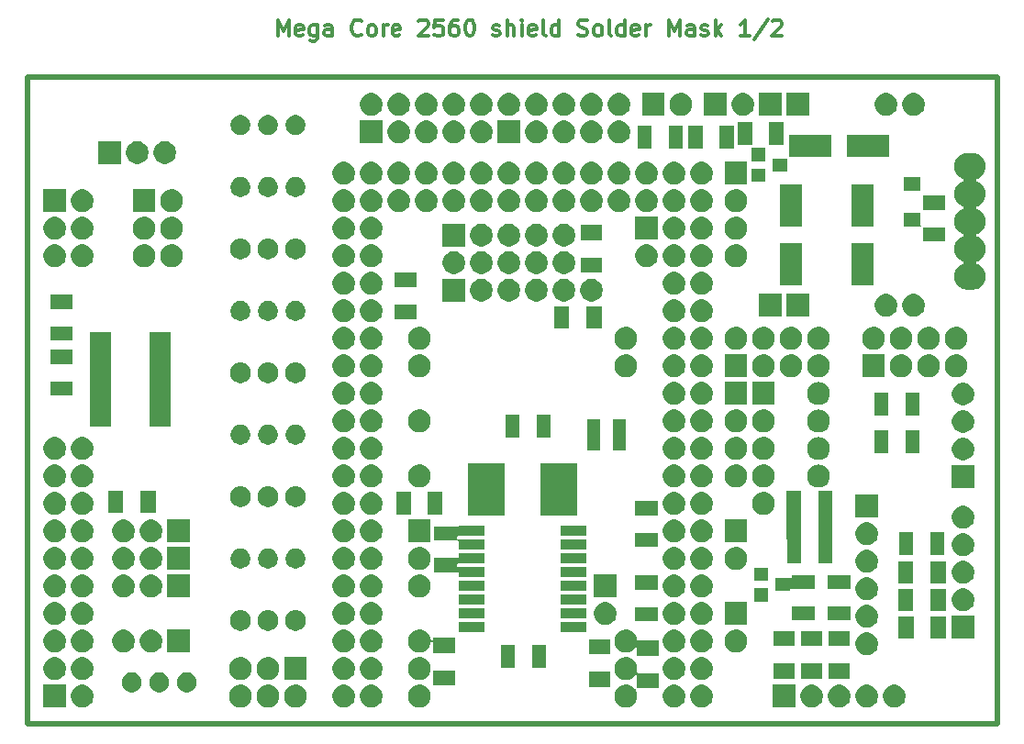
<source format=gbr>
G04 #@! TF.GenerationSoftware,KiCad,Pcbnew,(5.1.5)-3*
G04 #@! TF.CreationDate,2021-04-18T18:31:53+02:00*
G04 #@! TF.ProjectId,Mega_2560 core mini_full_2.2,4d656761-5f32-4353-9630-20636f726520,2.2*
G04 #@! TF.SameCoordinates,Original*
G04 #@! TF.FileFunction,Soldermask,Top*
G04 #@! TF.FilePolarity,Negative*
%FSLAX46Y46*%
G04 Gerber Fmt 4.6, Leading zero omitted, Abs format (unit mm)*
G04 Created by KiCad (PCBNEW (5.1.5)-3) date 2021-04-18 18:31:53*
%MOMM*%
%LPD*%
G04 APERTURE LIST*
%ADD10C,0.500000*%
%ADD11C,0.300000*%
%ADD12C,0.100000*%
G04 APERTURE END LIST*
D10*
X140177520Y-61879480D02*
X140177520Y-121569480D01*
X229712520Y-61879480D02*
X140177520Y-61879480D01*
X229712520Y-121569480D02*
X229712520Y-61879480D01*
X140177520Y-121569480D02*
X229712520Y-121569480D01*
D11*
X163318234Y-58113051D02*
X163318234Y-56613051D01*
X163818234Y-57684480D01*
X164318234Y-56613051D01*
X164318234Y-58113051D01*
X165603948Y-58041622D02*
X165461091Y-58113051D01*
X165175377Y-58113051D01*
X165032520Y-58041622D01*
X164961091Y-57898765D01*
X164961091Y-57327337D01*
X165032520Y-57184480D01*
X165175377Y-57113051D01*
X165461091Y-57113051D01*
X165603948Y-57184480D01*
X165675377Y-57327337D01*
X165675377Y-57470194D01*
X164961091Y-57613051D01*
X166961091Y-57113051D02*
X166961091Y-58327337D01*
X166889662Y-58470194D01*
X166818234Y-58541622D01*
X166675377Y-58613051D01*
X166461091Y-58613051D01*
X166318234Y-58541622D01*
X166961091Y-58041622D02*
X166818234Y-58113051D01*
X166532520Y-58113051D01*
X166389662Y-58041622D01*
X166318234Y-57970194D01*
X166246805Y-57827337D01*
X166246805Y-57398765D01*
X166318234Y-57255908D01*
X166389662Y-57184480D01*
X166532520Y-57113051D01*
X166818234Y-57113051D01*
X166961091Y-57184480D01*
X168318234Y-58113051D02*
X168318234Y-57327337D01*
X168246805Y-57184480D01*
X168103948Y-57113051D01*
X167818234Y-57113051D01*
X167675377Y-57184480D01*
X168318234Y-58041622D02*
X168175377Y-58113051D01*
X167818234Y-58113051D01*
X167675377Y-58041622D01*
X167603948Y-57898765D01*
X167603948Y-57755908D01*
X167675377Y-57613051D01*
X167818234Y-57541622D01*
X168175377Y-57541622D01*
X168318234Y-57470194D01*
X171032520Y-57970194D02*
X170961091Y-58041622D01*
X170746805Y-58113051D01*
X170603948Y-58113051D01*
X170389662Y-58041622D01*
X170246805Y-57898765D01*
X170175377Y-57755908D01*
X170103948Y-57470194D01*
X170103948Y-57255908D01*
X170175377Y-56970194D01*
X170246805Y-56827337D01*
X170389662Y-56684480D01*
X170603948Y-56613051D01*
X170746805Y-56613051D01*
X170961091Y-56684480D01*
X171032520Y-56755908D01*
X171889662Y-58113051D02*
X171746805Y-58041622D01*
X171675377Y-57970194D01*
X171603948Y-57827337D01*
X171603948Y-57398765D01*
X171675377Y-57255908D01*
X171746805Y-57184480D01*
X171889662Y-57113051D01*
X172103948Y-57113051D01*
X172246805Y-57184480D01*
X172318234Y-57255908D01*
X172389662Y-57398765D01*
X172389662Y-57827337D01*
X172318234Y-57970194D01*
X172246805Y-58041622D01*
X172103948Y-58113051D01*
X171889662Y-58113051D01*
X173032520Y-58113051D02*
X173032520Y-57113051D01*
X173032520Y-57398765D02*
X173103948Y-57255908D01*
X173175377Y-57184480D01*
X173318234Y-57113051D01*
X173461091Y-57113051D01*
X174532520Y-58041622D02*
X174389662Y-58113051D01*
X174103948Y-58113051D01*
X173961091Y-58041622D01*
X173889662Y-57898765D01*
X173889662Y-57327337D01*
X173961091Y-57184480D01*
X174103948Y-57113051D01*
X174389662Y-57113051D01*
X174532520Y-57184480D01*
X174603948Y-57327337D01*
X174603948Y-57470194D01*
X173889662Y-57613051D01*
X176318234Y-56755908D02*
X176389662Y-56684480D01*
X176532520Y-56613051D01*
X176889662Y-56613051D01*
X177032520Y-56684480D01*
X177103948Y-56755908D01*
X177175377Y-56898765D01*
X177175377Y-57041622D01*
X177103948Y-57255908D01*
X176246805Y-58113051D01*
X177175377Y-58113051D01*
X178532520Y-56613051D02*
X177818234Y-56613051D01*
X177746805Y-57327337D01*
X177818234Y-57255908D01*
X177961091Y-57184480D01*
X178318234Y-57184480D01*
X178461091Y-57255908D01*
X178532520Y-57327337D01*
X178603948Y-57470194D01*
X178603948Y-57827337D01*
X178532520Y-57970194D01*
X178461091Y-58041622D01*
X178318234Y-58113051D01*
X177961091Y-58113051D01*
X177818234Y-58041622D01*
X177746805Y-57970194D01*
X179889662Y-56613051D02*
X179603948Y-56613051D01*
X179461091Y-56684480D01*
X179389662Y-56755908D01*
X179246805Y-56970194D01*
X179175377Y-57255908D01*
X179175377Y-57827337D01*
X179246805Y-57970194D01*
X179318234Y-58041622D01*
X179461091Y-58113051D01*
X179746805Y-58113051D01*
X179889662Y-58041622D01*
X179961091Y-57970194D01*
X180032520Y-57827337D01*
X180032520Y-57470194D01*
X179961091Y-57327337D01*
X179889662Y-57255908D01*
X179746805Y-57184480D01*
X179461091Y-57184480D01*
X179318234Y-57255908D01*
X179246805Y-57327337D01*
X179175377Y-57470194D01*
X180961091Y-56613051D02*
X181103948Y-56613051D01*
X181246805Y-56684480D01*
X181318234Y-56755908D01*
X181389662Y-56898765D01*
X181461091Y-57184480D01*
X181461091Y-57541622D01*
X181389662Y-57827337D01*
X181318234Y-57970194D01*
X181246805Y-58041622D01*
X181103948Y-58113051D01*
X180961091Y-58113051D01*
X180818234Y-58041622D01*
X180746805Y-57970194D01*
X180675377Y-57827337D01*
X180603948Y-57541622D01*
X180603948Y-57184480D01*
X180675377Y-56898765D01*
X180746805Y-56755908D01*
X180818234Y-56684480D01*
X180961091Y-56613051D01*
X183175377Y-58041622D02*
X183318234Y-58113051D01*
X183603948Y-58113051D01*
X183746805Y-58041622D01*
X183818234Y-57898765D01*
X183818234Y-57827337D01*
X183746805Y-57684480D01*
X183603948Y-57613051D01*
X183389662Y-57613051D01*
X183246805Y-57541622D01*
X183175377Y-57398765D01*
X183175377Y-57327337D01*
X183246805Y-57184480D01*
X183389662Y-57113051D01*
X183603948Y-57113051D01*
X183746805Y-57184480D01*
X184461091Y-58113051D02*
X184461091Y-56613051D01*
X185103948Y-58113051D02*
X185103948Y-57327337D01*
X185032520Y-57184480D01*
X184889662Y-57113051D01*
X184675377Y-57113051D01*
X184532520Y-57184480D01*
X184461091Y-57255908D01*
X185818234Y-58113051D02*
X185818234Y-57113051D01*
X185818234Y-56613051D02*
X185746805Y-56684480D01*
X185818234Y-56755908D01*
X185889662Y-56684480D01*
X185818234Y-56613051D01*
X185818234Y-56755908D01*
X187103948Y-58041622D02*
X186961091Y-58113051D01*
X186675377Y-58113051D01*
X186532520Y-58041622D01*
X186461091Y-57898765D01*
X186461091Y-57327337D01*
X186532520Y-57184480D01*
X186675377Y-57113051D01*
X186961091Y-57113051D01*
X187103948Y-57184480D01*
X187175377Y-57327337D01*
X187175377Y-57470194D01*
X186461091Y-57613051D01*
X188032520Y-58113051D02*
X187889662Y-58041622D01*
X187818234Y-57898765D01*
X187818234Y-56613051D01*
X189246805Y-58113051D02*
X189246805Y-56613051D01*
X189246805Y-58041622D02*
X189103948Y-58113051D01*
X188818234Y-58113051D01*
X188675377Y-58041622D01*
X188603948Y-57970194D01*
X188532520Y-57827337D01*
X188532520Y-57398765D01*
X188603948Y-57255908D01*
X188675377Y-57184480D01*
X188818234Y-57113051D01*
X189103948Y-57113051D01*
X189246805Y-57184480D01*
X191032520Y-58041622D02*
X191246805Y-58113051D01*
X191603948Y-58113051D01*
X191746805Y-58041622D01*
X191818234Y-57970194D01*
X191889662Y-57827337D01*
X191889662Y-57684480D01*
X191818234Y-57541622D01*
X191746805Y-57470194D01*
X191603948Y-57398765D01*
X191318234Y-57327337D01*
X191175377Y-57255908D01*
X191103948Y-57184480D01*
X191032520Y-57041622D01*
X191032520Y-56898765D01*
X191103948Y-56755908D01*
X191175377Y-56684480D01*
X191318234Y-56613051D01*
X191675377Y-56613051D01*
X191889662Y-56684480D01*
X192746805Y-58113051D02*
X192603948Y-58041622D01*
X192532520Y-57970194D01*
X192461091Y-57827337D01*
X192461091Y-57398765D01*
X192532520Y-57255908D01*
X192603948Y-57184480D01*
X192746805Y-57113051D01*
X192961091Y-57113051D01*
X193103948Y-57184480D01*
X193175377Y-57255908D01*
X193246805Y-57398765D01*
X193246805Y-57827337D01*
X193175377Y-57970194D01*
X193103948Y-58041622D01*
X192961091Y-58113051D01*
X192746805Y-58113051D01*
X194103948Y-58113051D02*
X193961091Y-58041622D01*
X193889662Y-57898765D01*
X193889662Y-56613051D01*
X195318234Y-58113051D02*
X195318234Y-56613051D01*
X195318234Y-58041622D02*
X195175377Y-58113051D01*
X194889662Y-58113051D01*
X194746805Y-58041622D01*
X194675377Y-57970194D01*
X194603948Y-57827337D01*
X194603948Y-57398765D01*
X194675377Y-57255908D01*
X194746805Y-57184480D01*
X194889662Y-57113051D01*
X195175377Y-57113051D01*
X195318234Y-57184480D01*
X196603948Y-58041622D02*
X196461091Y-58113051D01*
X196175377Y-58113051D01*
X196032520Y-58041622D01*
X195961091Y-57898765D01*
X195961091Y-57327337D01*
X196032520Y-57184480D01*
X196175377Y-57113051D01*
X196461091Y-57113051D01*
X196603948Y-57184480D01*
X196675377Y-57327337D01*
X196675377Y-57470194D01*
X195961091Y-57613051D01*
X197318234Y-58113051D02*
X197318234Y-57113051D01*
X197318234Y-57398765D02*
X197389662Y-57255908D01*
X197461091Y-57184480D01*
X197603948Y-57113051D01*
X197746805Y-57113051D01*
X199389662Y-58113051D02*
X199389662Y-56613051D01*
X199889662Y-57684480D01*
X200389662Y-56613051D01*
X200389662Y-58113051D01*
X201746805Y-58113051D02*
X201746805Y-57327337D01*
X201675377Y-57184480D01*
X201532520Y-57113051D01*
X201246805Y-57113051D01*
X201103948Y-57184480D01*
X201746805Y-58041622D02*
X201603948Y-58113051D01*
X201246805Y-58113051D01*
X201103948Y-58041622D01*
X201032520Y-57898765D01*
X201032520Y-57755908D01*
X201103948Y-57613051D01*
X201246805Y-57541622D01*
X201603948Y-57541622D01*
X201746805Y-57470194D01*
X202389662Y-58041622D02*
X202532520Y-58113051D01*
X202818234Y-58113051D01*
X202961091Y-58041622D01*
X203032520Y-57898765D01*
X203032520Y-57827337D01*
X202961091Y-57684480D01*
X202818234Y-57613051D01*
X202603948Y-57613051D01*
X202461091Y-57541622D01*
X202389662Y-57398765D01*
X202389662Y-57327337D01*
X202461091Y-57184480D01*
X202603948Y-57113051D01*
X202818234Y-57113051D01*
X202961091Y-57184480D01*
X203675377Y-58113051D02*
X203675377Y-56613051D01*
X203818234Y-57541622D02*
X204246805Y-58113051D01*
X204246805Y-57113051D02*
X203675377Y-57684480D01*
X206818234Y-58113051D02*
X205961091Y-58113051D01*
X206389662Y-58113051D02*
X206389662Y-56613051D01*
X206246805Y-56827337D01*
X206103948Y-56970194D01*
X205961091Y-57041622D01*
X208532520Y-56541622D02*
X207246805Y-58470194D01*
X208961091Y-56755908D02*
X209032520Y-56684480D01*
X209175377Y-56613051D01*
X209532520Y-56613051D01*
X209675377Y-56684480D01*
X209746805Y-56755908D01*
X209818234Y-56898765D01*
X209818234Y-57041622D01*
X209746805Y-57255908D01*
X208889662Y-58113051D01*
X209818234Y-58113051D01*
D12*
G36*
X176501207Y-117984507D02*
G01*
X176678794Y-118019830D01*
X176869882Y-118098982D01*
X177041856Y-118213891D01*
X177188109Y-118360144D01*
X177303018Y-118532118D01*
X177382170Y-118723206D01*
X177422520Y-118926064D01*
X177422520Y-119132896D01*
X177382170Y-119335754D01*
X177303018Y-119526842D01*
X177188109Y-119698816D01*
X177041856Y-119845069D01*
X176869882Y-119959978D01*
X176678794Y-120039130D01*
X176501207Y-120074453D01*
X176475937Y-120079480D01*
X176269103Y-120079480D01*
X176243833Y-120074453D01*
X176066246Y-120039130D01*
X175875158Y-119959978D01*
X175703184Y-119845069D01*
X175556931Y-119698816D01*
X175442022Y-119526842D01*
X175362870Y-119335754D01*
X175322520Y-119132896D01*
X175322520Y-118926064D01*
X175362870Y-118723206D01*
X175442022Y-118532118D01*
X175556931Y-118360144D01*
X175703184Y-118213891D01*
X175875158Y-118098982D01*
X176066246Y-118019830D01*
X176243833Y-117984507D01*
X176269103Y-117979480D01*
X176475937Y-117979480D01*
X176501207Y-117984507D01*
G37*
G36*
X202536207Y-117984507D02*
G01*
X202713794Y-118019830D01*
X202904882Y-118098982D01*
X203076856Y-118213891D01*
X203223109Y-118360144D01*
X203338018Y-118532118D01*
X203417170Y-118723206D01*
X203457520Y-118926064D01*
X203457520Y-119132896D01*
X203417170Y-119335754D01*
X203338018Y-119526842D01*
X203223109Y-119698816D01*
X203076856Y-119845069D01*
X202904882Y-119959978D01*
X202713794Y-120039130D01*
X202536207Y-120074453D01*
X202510937Y-120079480D01*
X202304103Y-120079480D01*
X202278833Y-120074453D01*
X202101246Y-120039130D01*
X201910158Y-119959978D01*
X201738184Y-119845069D01*
X201591931Y-119698816D01*
X201477022Y-119526842D01*
X201397870Y-119335754D01*
X201357520Y-119132896D01*
X201357520Y-118926064D01*
X201397870Y-118723206D01*
X201477022Y-118532118D01*
X201591931Y-118360144D01*
X201738184Y-118213891D01*
X201910158Y-118098982D01*
X202101246Y-118019830D01*
X202278833Y-117984507D01*
X202304103Y-117979480D01*
X202510937Y-117979480D01*
X202536207Y-117984507D01*
G37*
G36*
X211077520Y-120079480D02*
G01*
X208977520Y-120079480D01*
X208977520Y-117979480D01*
X211077520Y-117979480D01*
X211077520Y-120079480D01*
G37*
G36*
X212696207Y-117984507D02*
G01*
X212873794Y-118019830D01*
X213064882Y-118098982D01*
X213236856Y-118213891D01*
X213383109Y-118360144D01*
X213498018Y-118532118D01*
X213577170Y-118723206D01*
X213617520Y-118926064D01*
X213617520Y-119132896D01*
X213577170Y-119335754D01*
X213498018Y-119526842D01*
X213383109Y-119698816D01*
X213236856Y-119845069D01*
X213064882Y-119959978D01*
X212873794Y-120039130D01*
X212696207Y-120074453D01*
X212670937Y-120079480D01*
X212464103Y-120079480D01*
X212438833Y-120074453D01*
X212261246Y-120039130D01*
X212070158Y-119959978D01*
X211898184Y-119845069D01*
X211751931Y-119698816D01*
X211637022Y-119526842D01*
X211557870Y-119335754D01*
X211517520Y-119132896D01*
X211517520Y-118926064D01*
X211557870Y-118723206D01*
X211637022Y-118532118D01*
X211751931Y-118360144D01*
X211898184Y-118213891D01*
X212070158Y-118098982D01*
X212261246Y-118019830D01*
X212438833Y-117984507D01*
X212464103Y-117979480D01*
X212670937Y-117979480D01*
X212696207Y-117984507D01*
G37*
G36*
X215236207Y-117984507D02*
G01*
X215413794Y-118019830D01*
X215604882Y-118098982D01*
X215776856Y-118213891D01*
X215923109Y-118360144D01*
X216038018Y-118532118D01*
X216117170Y-118723206D01*
X216157520Y-118926064D01*
X216157520Y-119132896D01*
X216117170Y-119335754D01*
X216038018Y-119526842D01*
X215923109Y-119698816D01*
X215776856Y-119845069D01*
X215604882Y-119959978D01*
X215413794Y-120039130D01*
X215236207Y-120074453D01*
X215210937Y-120079480D01*
X215004103Y-120079480D01*
X214978833Y-120074453D01*
X214801246Y-120039130D01*
X214610158Y-119959978D01*
X214438184Y-119845069D01*
X214291931Y-119698816D01*
X214177022Y-119526842D01*
X214097870Y-119335754D01*
X214057520Y-119132896D01*
X214057520Y-118926064D01*
X214097870Y-118723206D01*
X214177022Y-118532118D01*
X214291931Y-118360144D01*
X214438184Y-118213891D01*
X214610158Y-118098982D01*
X214801246Y-118019830D01*
X214978833Y-117984507D01*
X215004103Y-117979480D01*
X215210937Y-117979480D01*
X215236207Y-117984507D01*
G37*
G36*
X220316207Y-117984507D02*
G01*
X220493794Y-118019830D01*
X220684882Y-118098982D01*
X220856856Y-118213891D01*
X221003109Y-118360144D01*
X221118018Y-118532118D01*
X221197170Y-118723206D01*
X221237520Y-118926064D01*
X221237520Y-119132896D01*
X221197170Y-119335754D01*
X221118018Y-119526842D01*
X221003109Y-119698816D01*
X220856856Y-119845069D01*
X220684882Y-119959978D01*
X220493794Y-120039130D01*
X220316207Y-120074453D01*
X220290937Y-120079480D01*
X220084103Y-120079480D01*
X220058833Y-120074453D01*
X219881246Y-120039130D01*
X219690158Y-119959978D01*
X219518184Y-119845069D01*
X219371931Y-119698816D01*
X219257022Y-119526842D01*
X219177870Y-119335754D01*
X219137520Y-119132896D01*
X219137520Y-118926064D01*
X219177870Y-118723206D01*
X219257022Y-118532118D01*
X219371931Y-118360144D01*
X219518184Y-118213891D01*
X219690158Y-118098982D01*
X219881246Y-118019830D01*
X220058833Y-117984507D01*
X220084103Y-117979480D01*
X220290937Y-117979480D01*
X220316207Y-117984507D01*
G37*
G36*
X169516207Y-117984507D02*
G01*
X169693794Y-118019830D01*
X169884882Y-118098982D01*
X170056856Y-118213891D01*
X170203109Y-118360144D01*
X170318018Y-118532118D01*
X170397170Y-118723206D01*
X170437520Y-118926064D01*
X170437520Y-119132896D01*
X170397170Y-119335754D01*
X170318018Y-119526842D01*
X170203109Y-119698816D01*
X170056856Y-119845069D01*
X169884882Y-119959978D01*
X169693794Y-120039130D01*
X169516207Y-120074453D01*
X169490937Y-120079480D01*
X169284103Y-120079480D01*
X169258833Y-120074453D01*
X169081246Y-120039130D01*
X168890158Y-119959978D01*
X168718184Y-119845069D01*
X168571931Y-119698816D01*
X168457022Y-119526842D01*
X168377870Y-119335754D01*
X168337520Y-119132896D01*
X168337520Y-118926064D01*
X168377870Y-118723206D01*
X168457022Y-118532118D01*
X168571931Y-118360144D01*
X168718184Y-118213891D01*
X168890158Y-118098982D01*
X169081246Y-118019830D01*
X169258833Y-117984507D01*
X169284103Y-117979480D01*
X169490937Y-117979480D01*
X169516207Y-117984507D01*
G37*
G36*
X172056207Y-117984507D02*
G01*
X172233794Y-118019830D01*
X172424882Y-118098982D01*
X172596856Y-118213891D01*
X172743109Y-118360144D01*
X172858018Y-118532118D01*
X172937170Y-118723206D01*
X172977520Y-118926064D01*
X172977520Y-119132896D01*
X172937170Y-119335754D01*
X172858018Y-119526842D01*
X172743109Y-119698816D01*
X172596856Y-119845069D01*
X172424882Y-119959978D01*
X172233794Y-120039130D01*
X172056207Y-120074453D01*
X172030937Y-120079480D01*
X171824103Y-120079480D01*
X171798833Y-120074453D01*
X171621246Y-120039130D01*
X171430158Y-119959978D01*
X171258184Y-119845069D01*
X171111931Y-119698816D01*
X170997022Y-119526842D01*
X170917870Y-119335754D01*
X170877520Y-119132896D01*
X170877520Y-118926064D01*
X170917870Y-118723206D01*
X170997022Y-118532118D01*
X171111931Y-118360144D01*
X171258184Y-118213891D01*
X171430158Y-118098982D01*
X171621246Y-118019830D01*
X171798833Y-117984507D01*
X171824103Y-117979480D01*
X172030937Y-117979480D01*
X172056207Y-117984507D01*
G37*
G36*
X217776207Y-117984507D02*
G01*
X217953794Y-118019830D01*
X218144882Y-118098982D01*
X218316856Y-118213891D01*
X218463109Y-118360144D01*
X218578018Y-118532118D01*
X218657170Y-118723206D01*
X218697520Y-118926064D01*
X218697520Y-119132896D01*
X218657170Y-119335754D01*
X218578018Y-119526842D01*
X218463109Y-119698816D01*
X218316856Y-119845069D01*
X218144882Y-119959978D01*
X217953794Y-120039130D01*
X217776207Y-120074453D01*
X217750937Y-120079480D01*
X217544103Y-120079480D01*
X217518833Y-120074453D01*
X217341246Y-120039130D01*
X217150158Y-119959978D01*
X216978184Y-119845069D01*
X216831931Y-119698816D01*
X216717022Y-119526842D01*
X216637870Y-119335754D01*
X216597520Y-119132896D01*
X216597520Y-118926064D01*
X216637870Y-118723206D01*
X216717022Y-118532118D01*
X216831931Y-118360144D01*
X216978184Y-118213891D01*
X217150158Y-118098982D01*
X217341246Y-118019830D01*
X217518833Y-117984507D01*
X217544103Y-117979480D01*
X217750937Y-117979480D01*
X217776207Y-117984507D01*
G37*
G36*
X159991207Y-117984507D02*
G01*
X160168794Y-118019830D01*
X160359882Y-118098982D01*
X160531856Y-118213891D01*
X160678109Y-118360144D01*
X160793018Y-118532118D01*
X160872170Y-118723206D01*
X160912520Y-118926064D01*
X160912520Y-119132896D01*
X160872170Y-119335754D01*
X160793018Y-119526842D01*
X160678109Y-119698816D01*
X160531856Y-119845069D01*
X160359882Y-119959978D01*
X160168794Y-120039130D01*
X159991207Y-120074453D01*
X159965937Y-120079480D01*
X159759103Y-120079480D01*
X159733833Y-120074453D01*
X159556246Y-120039130D01*
X159365158Y-119959978D01*
X159193184Y-119845069D01*
X159046931Y-119698816D01*
X158932022Y-119526842D01*
X158852870Y-119335754D01*
X158812520Y-119132896D01*
X158812520Y-118926064D01*
X158852870Y-118723206D01*
X158932022Y-118532118D01*
X159046931Y-118360144D01*
X159193184Y-118213891D01*
X159365158Y-118098982D01*
X159556246Y-118019830D01*
X159733833Y-117984507D01*
X159759103Y-117979480D01*
X159965937Y-117979480D01*
X159991207Y-117984507D01*
G37*
G36*
X199996207Y-117984507D02*
G01*
X200173794Y-118019830D01*
X200364882Y-118098982D01*
X200536856Y-118213891D01*
X200683109Y-118360144D01*
X200798018Y-118532118D01*
X200877170Y-118723206D01*
X200917520Y-118926064D01*
X200917520Y-119132896D01*
X200877170Y-119335754D01*
X200798018Y-119526842D01*
X200683109Y-119698816D01*
X200536856Y-119845069D01*
X200364882Y-119959978D01*
X200173794Y-120039130D01*
X199996207Y-120074453D01*
X199970937Y-120079480D01*
X199764103Y-120079480D01*
X199738833Y-120074453D01*
X199561246Y-120039130D01*
X199370158Y-119959978D01*
X199198184Y-119845069D01*
X199051931Y-119698816D01*
X198937022Y-119526842D01*
X198857870Y-119335754D01*
X198817520Y-119132896D01*
X198817520Y-118926064D01*
X198857870Y-118723206D01*
X198937022Y-118532118D01*
X199051931Y-118360144D01*
X199198184Y-118213891D01*
X199370158Y-118098982D01*
X199561246Y-118019830D01*
X199738833Y-117984507D01*
X199764103Y-117979480D01*
X199970937Y-117979480D01*
X199996207Y-117984507D01*
G37*
G36*
X195551207Y-117984507D02*
G01*
X195728794Y-118019830D01*
X195919882Y-118098982D01*
X196091856Y-118213891D01*
X196238109Y-118360144D01*
X196238113Y-118360150D01*
X196241133Y-118363170D01*
X196260075Y-118378715D01*
X196281686Y-118390266D01*
X196305135Y-118397379D01*
X196318015Y-118398648D01*
X196314847Y-118409093D01*
X196312445Y-118433479D01*
X196314847Y-118457865D01*
X196321960Y-118481314D01*
X196333510Y-118502922D01*
X196353018Y-118532118D01*
X196432170Y-118723206D01*
X196472520Y-118926064D01*
X196472520Y-119132896D01*
X196432170Y-119335754D01*
X196353018Y-119526842D01*
X196238109Y-119698816D01*
X196091856Y-119845069D01*
X195919882Y-119959978D01*
X195728794Y-120039130D01*
X195551207Y-120074453D01*
X195525937Y-120079480D01*
X195319103Y-120079480D01*
X195293833Y-120074453D01*
X195116246Y-120039130D01*
X194925158Y-119959978D01*
X194753184Y-119845069D01*
X194606931Y-119698816D01*
X194492022Y-119526842D01*
X194412870Y-119335754D01*
X194372520Y-119132896D01*
X194372520Y-118926064D01*
X194412870Y-118723206D01*
X194492022Y-118532118D01*
X194606931Y-118360144D01*
X194753184Y-118213891D01*
X194925158Y-118098982D01*
X195116246Y-118019830D01*
X195293833Y-117984507D01*
X195319103Y-117979480D01*
X195525937Y-117979480D01*
X195551207Y-117984507D01*
G37*
G36*
X143767520Y-120079480D02*
G01*
X141667520Y-120079480D01*
X141667520Y-117979480D01*
X143767520Y-117979480D01*
X143767520Y-120079480D01*
G37*
G36*
X165071207Y-117984507D02*
G01*
X165248794Y-118019830D01*
X165439882Y-118098982D01*
X165611856Y-118213891D01*
X165758109Y-118360144D01*
X165873018Y-118532118D01*
X165952170Y-118723206D01*
X165992520Y-118926064D01*
X165992520Y-119132896D01*
X165952170Y-119335754D01*
X165873018Y-119526842D01*
X165758109Y-119698816D01*
X165611856Y-119845069D01*
X165439882Y-119959978D01*
X165248794Y-120039130D01*
X165071207Y-120074453D01*
X165045937Y-120079480D01*
X164839103Y-120079480D01*
X164813833Y-120074453D01*
X164636246Y-120039130D01*
X164445158Y-119959978D01*
X164273184Y-119845069D01*
X164126931Y-119698816D01*
X164012022Y-119526842D01*
X163932870Y-119335754D01*
X163892520Y-119132896D01*
X163892520Y-118926064D01*
X163932870Y-118723206D01*
X164012022Y-118532118D01*
X164126931Y-118360144D01*
X164273184Y-118213891D01*
X164445158Y-118098982D01*
X164636246Y-118019830D01*
X164813833Y-117984507D01*
X164839103Y-117979480D01*
X165045937Y-117979480D01*
X165071207Y-117984507D01*
G37*
G36*
X145386207Y-117984507D02*
G01*
X145563794Y-118019830D01*
X145754882Y-118098982D01*
X145926856Y-118213891D01*
X146073109Y-118360144D01*
X146188018Y-118532118D01*
X146267170Y-118723206D01*
X146307520Y-118926064D01*
X146307520Y-119132896D01*
X146267170Y-119335754D01*
X146188018Y-119526842D01*
X146073109Y-119698816D01*
X145926856Y-119845069D01*
X145754882Y-119959978D01*
X145563794Y-120039130D01*
X145386207Y-120074453D01*
X145360937Y-120079480D01*
X145154103Y-120079480D01*
X145128833Y-120074453D01*
X144951246Y-120039130D01*
X144760158Y-119959978D01*
X144588184Y-119845069D01*
X144441931Y-119698816D01*
X144327022Y-119526842D01*
X144247870Y-119335754D01*
X144207520Y-119132896D01*
X144207520Y-118926064D01*
X144247870Y-118723206D01*
X144327022Y-118532118D01*
X144441931Y-118360144D01*
X144588184Y-118213891D01*
X144760158Y-118098982D01*
X144951246Y-118019830D01*
X145128833Y-117984507D01*
X145154103Y-117979480D01*
X145360937Y-117979480D01*
X145386207Y-117984507D01*
G37*
G36*
X162531207Y-117984507D02*
G01*
X162708794Y-118019830D01*
X162899882Y-118098982D01*
X163071856Y-118213891D01*
X163218109Y-118360144D01*
X163333018Y-118532118D01*
X163412170Y-118723206D01*
X163452520Y-118926064D01*
X163452520Y-119132896D01*
X163412170Y-119335754D01*
X163333018Y-119526842D01*
X163218109Y-119698816D01*
X163071856Y-119845069D01*
X162899882Y-119959978D01*
X162708794Y-120039130D01*
X162531207Y-120074453D01*
X162505937Y-120079480D01*
X162299103Y-120079480D01*
X162273833Y-120074453D01*
X162096246Y-120039130D01*
X161905158Y-119959978D01*
X161733184Y-119845069D01*
X161586931Y-119698816D01*
X161472022Y-119526842D01*
X161392870Y-119335754D01*
X161352520Y-119132896D01*
X161352520Y-118926064D01*
X161392870Y-118723206D01*
X161472022Y-118532118D01*
X161586931Y-118360144D01*
X161733184Y-118213891D01*
X161905158Y-118098982D01*
X162096246Y-118019830D01*
X162273833Y-117984507D01*
X162299103Y-117979480D01*
X162505937Y-117979480D01*
X162531207Y-117984507D01*
G37*
G36*
X150097873Y-116874835D02*
G01*
X150265302Y-116944186D01*
X150265303Y-116944187D01*
X150415986Y-117044870D01*
X150544130Y-117173014D01*
X150544131Y-117173016D01*
X150644814Y-117323698D01*
X150714165Y-117491127D01*
X150749520Y-117668867D01*
X150749520Y-117850093D01*
X150714165Y-118027833D01*
X150644814Y-118195262D01*
X150644813Y-118195263D01*
X150544130Y-118345946D01*
X150415986Y-118474090D01*
X150372833Y-118502924D01*
X150265302Y-118574774D01*
X150097873Y-118644125D01*
X149920133Y-118679480D01*
X149738907Y-118679480D01*
X149561167Y-118644125D01*
X149393738Y-118574774D01*
X149286207Y-118502924D01*
X149243054Y-118474090D01*
X149114910Y-118345946D01*
X149014227Y-118195263D01*
X149014226Y-118195262D01*
X148944875Y-118027833D01*
X148909520Y-117850093D01*
X148909520Y-117668867D01*
X148944875Y-117491127D01*
X149014226Y-117323698D01*
X149114909Y-117173016D01*
X149114910Y-117173014D01*
X149243054Y-117044870D01*
X149393737Y-116944187D01*
X149393738Y-116944186D01*
X149561167Y-116874835D01*
X149738907Y-116839480D01*
X149920133Y-116839480D01*
X150097873Y-116874835D01*
G37*
G36*
X152637873Y-116874835D02*
G01*
X152805302Y-116944186D01*
X152805303Y-116944187D01*
X152955986Y-117044870D01*
X153084130Y-117173014D01*
X153084131Y-117173016D01*
X153184814Y-117323698D01*
X153254165Y-117491127D01*
X153289520Y-117668867D01*
X153289520Y-117850093D01*
X153254165Y-118027833D01*
X153184814Y-118195262D01*
X153184813Y-118195263D01*
X153084130Y-118345946D01*
X152955986Y-118474090D01*
X152912833Y-118502924D01*
X152805302Y-118574774D01*
X152637873Y-118644125D01*
X152460133Y-118679480D01*
X152278907Y-118679480D01*
X152101167Y-118644125D01*
X151933738Y-118574774D01*
X151826207Y-118502924D01*
X151783054Y-118474090D01*
X151654910Y-118345946D01*
X151554227Y-118195263D01*
X151554226Y-118195262D01*
X151484875Y-118027833D01*
X151449520Y-117850093D01*
X151449520Y-117668867D01*
X151484875Y-117491127D01*
X151554226Y-117323698D01*
X151654909Y-117173016D01*
X151654910Y-117173014D01*
X151783054Y-117044870D01*
X151933737Y-116944187D01*
X151933738Y-116944186D01*
X152101167Y-116874835D01*
X152278907Y-116839480D01*
X152460133Y-116839480D01*
X152637873Y-116874835D01*
G37*
G36*
X155177873Y-116874835D02*
G01*
X155345302Y-116944186D01*
X155345303Y-116944187D01*
X155495986Y-117044870D01*
X155624130Y-117173014D01*
X155624131Y-117173016D01*
X155724814Y-117323698D01*
X155794165Y-117491127D01*
X155829520Y-117668867D01*
X155829520Y-117850093D01*
X155794165Y-118027833D01*
X155724814Y-118195262D01*
X155724813Y-118195263D01*
X155624130Y-118345946D01*
X155495986Y-118474090D01*
X155452833Y-118502924D01*
X155345302Y-118574774D01*
X155177873Y-118644125D01*
X155000133Y-118679480D01*
X154818907Y-118679480D01*
X154641167Y-118644125D01*
X154473738Y-118574774D01*
X154366207Y-118502924D01*
X154323054Y-118474090D01*
X154194910Y-118345946D01*
X154094227Y-118195263D01*
X154094226Y-118195262D01*
X154024875Y-118027833D01*
X153989520Y-117850093D01*
X153989520Y-117668867D01*
X154024875Y-117491127D01*
X154094226Y-117323698D01*
X154194909Y-117173016D01*
X154194910Y-117173014D01*
X154323054Y-117044870D01*
X154473737Y-116944187D01*
X154473738Y-116944186D01*
X154641167Y-116874835D01*
X154818907Y-116839480D01*
X155000133Y-116839480D01*
X155177873Y-116874835D01*
G37*
G36*
X195551207Y-115444507D02*
G01*
X195728794Y-115479830D01*
X195919882Y-115558982D01*
X196091856Y-115673891D01*
X196238109Y-115820144D01*
X196353018Y-115992118D01*
X196432170Y-116183206D01*
X196472520Y-116386064D01*
X196472520Y-116592896D01*
X196439460Y-116759103D01*
X196437059Y-116783481D01*
X196439461Y-116807867D01*
X196446574Y-116831316D01*
X196458125Y-116852927D01*
X196473670Y-116871869D01*
X196492612Y-116887414D01*
X196514223Y-116898965D01*
X196537672Y-116906078D01*
X196562058Y-116908480D01*
X198454520Y-116908480D01*
X198454520Y-118308480D01*
X196449293Y-118308480D01*
X196452118Y-118299168D01*
X196454520Y-118274782D01*
X196454520Y-117244178D01*
X196452118Y-117219792D01*
X196445005Y-117196343D01*
X196433454Y-117174732D01*
X196417909Y-117155790D01*
X196398967Y-117140245D01*
X196377356Y-117128694D01*
X196353907Y-117121581D01*
X196329521Y-117119179D01*
X196305135Y-117121581D01*
X196281686Y-117128694D01*
X196260075Y-117140245D01*
X196241133Y-117155790D01*
X196238113Y-117158810D01*
X196238109Y-117158816D01*
X196091856Y-117305069D01*
X195919882Y-117419978D01*
X195728794Y-117499130D01*
X195551207Y-117534453D01*
X195525937Y-117539480D01*
X195319103Y-117539480D01*
X195293833Y-117534453D01*
X195116246Y-117499130D01*
X194925158Y-117419978D01*
X194753184Y-117305069D01*
X194606931Y-117158816D01*
X194492022Y-116986842D01*
X194412870Y-116795754D01*
X194372520Y-116592896D01*
X194372520Y-116386064D01*
X194412870Y-116183206D01*
X194492022Y-115992118D01*
X194606931Y-115820144D01*
X194753184Y-115673891D01*
X194925158Y-115558982D01*
X195116246Y-115479830D01*
X195293833Y-115444507D01*
X195319103Y-115439480D01*
X195525937Y-115439480D01*
X195551207Y-115444507D01*
G37*
G36*
X194009520Y-118181480D02*
G01*
X192009520Y-118181480D01*
X192009520Y-116781480D01*
X194009520Y-116781480D01*
X194009520Y-118181480D01*
G37*
G36*
X179658520Y-118054480D02*
G01*
X177658520Y-118054480D01*
X177658520Y-116675579D01*
X177656442Y-116654480D01*
X179658520Y-116654480D01*
X179658520Y-118054480D01*
G37*
G36*
X199996207Y-115444507D02*
G01*
X200173794Y-115479830D01*
X200364882Y-115558982D01*
X200536856Y-115673891D01*
X200683109Y-115820144D01*
X200798018Y-115992118D01*
X200877170Y-116183206D01*
X200917520Y-116386064D01*
X200917520Y-116592896D01*
X200877170Y-116795754D01*
X200798018Y-116986842D01*
X200683109Y-117158816D01*
X200536856Y-117305069D01*
X200364882Y-117419978D01*
X200173794Y-117499130D01*
X199996207Y-117534453D01*
X199970937Y-117539480D01*
X199764103Y-117539480D01*
X199738833Y-117534453D01*
X199561246Y-117499130D01*
X199370158Y-117419978D01*
X199198184Y-117305069D01*
X199051931Y-117158816D01*
X198937022Y-116986842D01*
X198857870Y-116795754D01*
X198817520Y-116592896D01*
X198817520Y-116386064D01*
X198857870Y-116183206D01*
X198937022Y-115992118D01*
X199051931Y-115820144D01*
X199198184Y-115673891D01*
X199370158Y-115558982D01*
X199561246Y-115479830D01*
X199738833Y-115444507D01*
X199764103Y-115439480D01*
X199970937Y-115439480D01*
X199996207Y-115444507D01*
G37*
G36*
X162531207Y-115444507D02*
G01*
X162708794Y-115479830D01*
X162899882Y-115558982D01*
X163071856Y-115673891D01*
X163218109Y-115820144D01*
X163333018Y-115992118D01*
X163412170Y-116183206D01*
X163452520Y-116386064D01*
X163452520Y-116592896D01*
X163412170Y-116795754D01*
X163333018Y-116986842D01*
X163218109Y-117158816D01*
X163071856Y-117305069D01*
X162899882Y-117419978D01*
X162708794Y-117499130D01*
X162531207Y-117534453D01*
X162505937Y-117539480D01*
X162299103Y-117539480D01*
X162273833Y-117534453D01*
X162096246Y-117499130D01*
X161905158Y-117419978D01*
X161733184Y-117305069D01*
X161586931Y-117158816D01*
X161472022Y-116986842D01*
X161392870Y-116795754D01*
X161352520Y-116592896D01*
X161352520Y-116386064D01*
X161392870Y-116183206D01*
X161472022Y-115992118D01*
X161586931Y-115820144D01*
X161733184Y-115673891D01*
X161905158Y-115558982D01*
X162096246Y-115479830D01*
X162273833Y-115444507D01*
X162299103Y-115439480D01*
X162505937Y-115439480D01*
X162531207Y-115444507D01*
G37*
G36*
X169516207Y-115444507D02*
G01*
X169693794Y-115479830D01*
X169884882Y-115558982D01*
X170056856Y-115673891D01*
X170203109Y-115820144D01*
X170318018Y-115992118D01*
X170397170Y-116183206D01*
X170437520Y-116386064D01*
X170437520Y-116592896D01*
X170397170Y-116795754D01*
X170318018Y-116986842D01*
X170203109Y-117158816D01*
X170056856Y-117305069D01*
X169884882Y-117419978D01*
X169693794Y-117499130D01*
X169516207Y-117534453D01*
X169490937Y-117539480D01*
X169284103Y-117539480D01*
X169258833Y-117534453D01*
X169081246Y-117499130D01*
X168890158Y-117419978D01*
X168718184Y-117305069D01*
X168571931Y-117158816D01*
X168457022Y-116986842D01*
X168377870Y-116795754D01*
X168337520Y-116592896D01*
X168337520Y-116386064D01*
X168377870Y-116183206D01*
X168457022Y-115992118D01*
X168571931Y-115820144D01*
X168718184Y-115673891D01*
X168890158Y-115558982D01*
X169081246Y-115479830D01*
X169258833Y-115444507D01*
X169284103Y-115439480D01*
X169490937Y-115439480D01*
X169516207Y-115444507D01*
G37*
G36*
X159991207Y-115444507D02*
G01*
X160168794Y-115479830D01*
X160359882Y-115558982D01*
X160531856Y-115673891D01*
X160678109Y-115820144D01*
X160793018Y-115992118D01*
X160872170Y-116183206D01*
X160912520Y-116386064D01*
X160912520Y-116592896D01*
X160872170Y-116795754D01*
X160793018Y-116986842D01*
X160678109Y-117158816D01*
X160531856Y-117305069D01*
X160359882Y-117419978D01*
X160168794Y-117499130D01*
X159991207Y-117534453D01*
X159965937Y-117539480D01*
X159759103Y-117539480D01*
X159733833Y-117534453D01*
X159556246Y-117499130D01*
X159365158Y-117419978D01*
X159193184Y-117305069D01*
X159046931Y-117158816D01*
X158932022Y-116986842D01*
X158852870Y-116795754D01*
X158812520Y-116592896D01*
X158812520Y-116386064D01*
X158852870Y-116183206D01*
X158932022Y-115992118D01*
X159046931Y-115820144D01*
X159193184Y-115673891D01*
X159365158Y-115558982D01*
X159556246Y-115479830D01*
X159733833Y-115444507D01*
X159759103Y-115439480D01*
X159965937Y-115439480D01*
X159991207Y-115444507D01*
G37*
G36*
X172056207Y-115444507D02*
G01*
X172233794Y-115479830D01*
X172424882Y-115558982D01*
X172596856Y-115673891D01*
X172743109Y-115820144D01*
X172858018Y-115992118D01*
X172937170Y-116183206D01*
X172977520Y-116386064D01*
X172977520Y-116592896D01*
X172937170Y-116795754D01*
X172858018Y-116986842D01*
X172743109Y-117158816D01*
X172596856Y-117305069D01*
X172424882Y-117419978D01*
X172233794Y-117499130D01*
X172056207Y-117534453D01*
X172030937Y-117539480D01*
X171824103Y-117539480D01*
X171798833Y-117534453D01*
X171621246Y-117499130D01*
X171430158Y-117419978D01*
X171258184Y-117305069D01*
X171111931Y-117158816D01*
X170997022Y-116986842D01*
X170917870Y-116795754D01*
X170877520Y-116592896D01*
X170877520Y-116386064D01*
X170917870Y-116183206D01*
X170997022Y-115992118D01*
X171111931Y-115820144D01*
X171258184Y-115673891D01*
X171430158Y-115558982D01*
X171621246Y-115479830D01*
X171798833Y-115444507D01*
X171824103Y-115439480D01*
X172030937Y-115439480D01*
X172056207Y-115444507D01*
G37*
G36*
X165992520Y-117539480D02*
G01*
X163892520Y-117539480D01*
X163892520Y-115439480D01*
X165992520Y-115439480D01*
X165992520Y-117539480D01*
G37*
G36*
X142846207Y-115444507D02*
G01*
X143023794Y-115479830D01*
X143214882Y-115558982D01*
X143386856Y-115673891D01*
X143533109Y-115820144D01*
X143648018Y-115992118D01*
X143727170Y-116183206D01*
X143767520Y-116386064D01*
X143767520Y-116592896D01*
X143727170Y-116795754D01*
X143648018Y-116986842D01*
X143533109Y-117158816D01*
X143386856Y-117305069D01*
X143214882Y-117419978D01*
X143023794Y-117499130D01*
X142846207Y-117534453D01*
X142820937Y-117539480D01*
X142614103Y-117539480D01*
X142588833Y-117534453D01*
X142411246Y-117499130D01*
X142220158Y-117419978D01*
X142048184Y-117305069D01*
X141901931Y-117158816D01*
X141787022Y-116986842D01*
X141707870Y-116795754D01*
X141667520Y-116592896D01*
X141667520Y-116386064D01*
X141707870Y-116183206D01*
X141787022Y-115992118D01*
X141901931Y-115820144D01*
X142048184Y-115673891D01*
X142220158Y-115558982D01*
X142411246Y-115479830D01*
X142588833Y-115444507D01*
X142614103Y-115439480D01*
X142820937Y-115439480D01*
X142846207Y-115444507D01*
G37*
G36*
X145386207Y-115444507D02*
G01*
X145563794Y-115479830D01*
X145754882Y-115558982D01*
X145926856Y-115673891D01*
X146073109Y-115820144D01*
X146188018Y-115992118D01*
X146267170Y-116183206D01*
X146307520Y-116386064D01*
X146307520Y-116592896D01*
X146267170Y-116795754D01*
X146188018Y-116986842D01*
X146073109Y-117158816D01*
X145926856Y-117305069D01*
X145754882Y-117419978D01*
X145563794Y-117499130D01*
X145386207Y-117534453D01*
X145360937Y-117539480D01*
X145154103Y-117539480D01*
X145128833Y-117534453D01*
X144951246Y-117499130D01*
X144760158Y-117419978D01*
X144588184Y-117305069D01*
X144441931Y-117158816D01*
X144327022Y-116986842D01*
X144247870Y-116795754D01*
X144207520Y-116592896D01*
X144207520Y-116386064D01*
X144247870Y-116183206D01*
X144327022Y-115992118D01*
X144441931Y-115820144D01*
X144588184Y-115673891D01*
X144760158Y-115558982D01*
X144951246Y-115479830D01*
X145128833Y-115444507D01*
X145154103Y-115439480D01*
X145360937Y-115439480D01*
X145386207Y-115444507D01*
G37*
G36*
X176501207Y-115444507D02*
G01*
X176678794Y-115479830D01*
X176869882Y-115558982D01*
X177041856Y-115673891D01*
X177188109Y-115820144D01*
X177303018Y-115992118D01*
X177382170Y-116183206D01*
X177417493Y-116360793D01*
X177422520Y-116386063D01*
X177422520Y-116529481D01*
X177424922Y-116553867D01*
X177432035Y-116577316D01*
X177440397Y-116592961D01*
X177429588Y-116606133D01*
X177418037Y-116627744D01*
X177410925Y-116651190D01*
X177382170Y-116795754D01*
X177303018Y-116986842D01*
X177188109Y-117158816D01*
X177041856Y-117305069D01*
X176869882Y-117419978D01*
X176678794Y-117499130D01*
X176501207Y-117534453D01*
X176475937Y-117539480D01*
X176269103Y-117539480D01*
X176243833Y-117534453D01*
X176066246Y-117499130D01*
X175875158Y-117419978D01*
X175703184Y-117305069D01*
X175556931Y-117158816D01*
X175442022Y-116986842D01*
X175362870Y-116795754D01*
X175322520Y-116592896D01*
X175322520Y-116386064D01*
X175362870Y-116183206D01*
X175442022Y-115992118D01*
X175556931Y-115820144D01*
X175703184Y-115673891D01*
X175875158Y-115558982D01*
X176066246Y-115479830D01*
X176243833Y-115444507D01*
X176269103Y-115439480D01*
X176475937Y-115439480D01*
X176501207Y-115444507D01*
G37*
G36*
X202536207Y-115444507D02*
G01*
X202713794Y-115479830D01*
X202904882Y-115558982D01*
X203076856Y-115673891D01*
X203223109Y-115820144D01*
X203338018Y-115992118D01*
X203417170Y-116183206D01*
X203457520Y-116386064D01*
X203457520Y-116592896D01*
X203417170Y-116795754D01*
X203338018Y-116986842D01*
X203223109Y-117158816D01*
X203076856Y-117305069D01*
X202904882Y-117419978D01*
X202713794Y-117499130D01*
X202536207Y-117534453D01*
X202510937Y-117539480D01*
X202304103Y-117539480D01*
X202278833Y-117534453D01*
X202101246Y-117499130D01*
X201910158Y-117419978D01*
X201738184Y-117305069D01*
X201591931Y-117158816D01*
X201477022Y-116986842D01*
X201397870Y-116795754D01*
X201357520Y-116592896D01*
X201357520Y-116386064D01*
X201397870Y-116183206D01*
X201477022Y-115992118D01*
X201591931Y-115820144D01*
X201738184Y-115673891D01*
X201910158Y-115558982D01*
X202101246Y-115479830D01*
X202278833Y-115444507D01*
X202304103Y-115439480D01*
X202510937Y-115439480D01*
X202536207Y-115444507D01*
G37*
G36*
X211027520Y-117419480D02*
G01*
X209027520Y-117419480D01*
X209027520Y-116019480D01*
X211027520Y-116019480D01*
X211027520Y-117419480D01*
G37*
G36*
X213567520Y-117419480D02*
G01*
X211567520Y-117419480D01*
X211567520Y-116019480D01*
X213567520Y-116019480D01*
X213567520Y-117419480D01*
G37*
G36*
X216107520Y-117419480D02*
G01*
X214107520Y-117419480D01*
X214107520Y-116019480D01*
X216107520Y-116019480D01*
X216107520Y-117419480D01*
G37*
G36*
X188071520Y-116396480D02*
G01*
X186771520Y-116396480D01*
X186771520Y-114296480D01*
X188071520Y-114296480D01*
X188071520Y-116396480D01*
G37*
G36*
X185171520Y-116396480D02*
G01*
X183871520Y-116396480D01*
X183871520Y-114296480D01*
X185171520Y-114296480D01*
X185171520Y-116396480D01*
G37*
G36*
X195551207Y-112904507D02*
G01*
X195728794Y-112939830D01*
X195919882Y-113018982D01*
X196091856Y-113133891D01*
X196238109Y-113280144D01*
X196353018Y-113452118D01*
X196432170Y-113643206D01*
X196460924Y-113787767D01*
X196464922Y-113807867D01*
X196472035Y-113831316D01*
X196483586Y-113852927D01*
X196499131Y-113871869D01*
X196518073Y-113887414D01*
X196539684Y-113898965D01*
X196563133Y-113906078D01*
X196587519Y-113908480D01*
X198454520Y-113908480D01*
X198454520Y-115308480D01*
X196454520Y-115308480D01*
X196454520Y-114704178D01*
X196452118Y-114679792D01*
X196445005Y-114656343D01*
X196433454Y-114634732D01*
X196417909Y-114615790D01*
X196398967Y-114600245D01*
X196377356Y-114588694D01*
X196353907Y-114581581D01*
X196329521Y-114579179D01*
X196305135Y-114581581D01*
X196281686Y-114588694D01*
X196260075Y-114600245D01*
X196241133Y-114615790D01*
X196238113Y-114618810D01*
X196238109Y-114618816D01*
X196091856Y-114765069D01*
X195919882Y-114879978D01*
X195728794Y-114959130D01*
X195551207Y-114994453D01*
X195525937Y-114999480D01*
X195319103Y-114999480D01*
X195293833Y-114994453D01*
X195116246Y-114959130D01*
X194925158Y-114879978D01*
X194753184Y-114765069D01*
X194606931Y-114618816D01*
X194492022Y-114446842D01*
X194412870Y-114255754D01*
X194372520Y-114052896D01*
X194372520Y-113846064D01*
X194412870Y-113643206D01*
X194492022Y-113452118D01*
X194606931Y-113280144D01*
X194753184Y-113133891D01*
X194925158Y-113018982D01*
X195116246Y-112939830D01*
X195293833Y-112904507D01*
X195319103Y-112899480D01*
X195525937Y-112899480D01*
X195551207Y-112904507D01*
G37*
G36*
X217776207Y-113158507D02*
G01*
X217953794Y-113193830D01*
X218144882Y-113272982D01*
X218316856Y-113387891D01*
X218463109Y-113534144D01*
X218578018Y-113706118D01*
X218657170Y-113897206D01*
X218683911Y-114031646D01*
X218695070Y-114087744D01*
X218697520Y-114100064D01*
X218697520Y-114306896D01*
X218657170Y-114509754D01*
X218578018Y-114700842D01*
X218463109Y-114872816D01*
X218316856Y-115019069D01*
X218144882Y-115133978D01*
X217953794Y-115213130D01*
X217776207Y-115248453D01*
X217750937Y-115253480D01*
X217544103Y-115253480D01*
X217518833Y-115248453D01*
X217341246Y-115213130D01*
X217150158Y-115133978D01*
X216978184Y-115019069D01*
X216831931Y-114872816D01*
X216717022Y-114700842D01*
X216637870Y-114509754D01*
X216597520Y-114306896D01*
X216597520Y-114100064D01*
X216599971Y-114087744D01*
X216611129Y-114031646D01*
X216637870Y-113897206D01*
X216717022Y-113706118D01*
X216831931Y-113534144D01*
X216978184Y-113387891D01*
X217150158Y-113272982D01*
X217341246Y-113193830D01*
X217518833Y-113158507D01*
X217544103Y-113153480D01*
X217750937Y-113153480D01*
X217776207Y-113158507D01*
G37*
G36*
X194009520Y-115181480D02*
G01*
X192009520Y-115181480D01*
X192009520Y-113781480D01*
X194009520Y-113781480D01*
X194009520Y-115181480D01*
G37*
G36*
X176501207Y-112904507D02*
G01*
X176678794Y-112939830D01*
X176869882Y-113018982D01*
X177041856Y-113133891D01*
X177188109Y-113280144D01*
X177303018Y-113452118D01*
X177382170Y-113643206D01*
X177410924Y-113787767D01*
X177418037Y-113811216D01*
X177429588Y-113832827D01*
X177445134Y-113851769D01*
X177464076Y-113867314D01*
X177485686Y-113878865D01*
X177509135Y-113885978D01*
X177533521Y-113888380D01*
X177557907Y-113885978D01*
X177581356Y-113878865D01*
X177602967Y-113867314D01*
X177621909Y-113851768D01*
X177637454Y-113832826D01*
X177649005Y-113811216D01*
X177656118Y-113787767D01*
X177658520Y-113763381D01*
X177658520Y-113654480D01*
X179658520Y-113654480D01*
X179658520Y-115054480D01*
X177658520Y-115054480D01*
X177658520Y-114135579D01*
X177656118Y-114111193D01*
X177649005Y-114087744D01*
X177637454Y-114066133D01*
X177621909Y-114047191D01*
X177602967Y-114031646D01*
X177581356Y-114020095D01*
X177557907Y-114012982D01*
X177533521Y-114010580D01*
X177509135Y-114012982D01*
X177485686Y-114020095D01*
X177464075Y-114031646D01*
X177445133Y-114047191D01*
X177429588Y-114066133D01*
X177418037Y-114087744D01*
X177410925Y-114111190D01*
X177382170Y-114255754D01*
X177303018Y-114446842D01*
X177188109Y-114618816D01*
X177041856Y-114765069D01*
X176869882Y-114879978D01*
X176678794Y-114959130D01*
X176501207Y-114994453D01*
X176475937Y-114999480D01*
X176269103Y-114999480D01*
X176243833Y-114994453D01*
X176066246Y-114959130D01*
X175875158Y-114879978D01*
X175703184Y-114765069D01*
X175556931Y-114618816D01*
X175442022Y-114446842D01*
X175362870Y-114255754D01*
X175322520Y-114052896D01*
X175322520Y-113846064D01*
X175362870Y-113643206D01*
X175442022Y-113452118D01*
X175556931Y-113280144D01*
X175703184Y-113133891D01*
X175875158Y-113018982D01*
X176066246Y-112939830D01*
X176243833Y-112904507D01*
X176269103Y-112899480D01*
X176475937Y-112899480D01*
X176501207Y-112904507D01*
G37*
G36*
X149196207Y-112904507D02*
G01*
X149373794Y-112939830D01*
X149564882Y-113018982D01*
X149736856Y-113133891D01*
X149883109Y-113280144D01*
X149998018Y-113452118D01*
X150077170Y-113643206D01*
X150117520Y-113846064D01*
X150117520Y-114052896D01*
X150077170Y-114255754D01*
X149998018Y-114446842D01*
X149883109Y-114618816D01*
X149736856Y-114765069D01*
X149564882Y-114879978D01*
X149373794Y-114959130D01*
X149196207Y-114994453D01*
X149170937Y-114999480D01*
X148964103Y-114999480D01*
X148938833Y-114994453D01*
X148761246Y-114959130D01*
X148570158Y-114879978D01*
X148398184Y-114765069D01*
X148251931Y-114618816D01*
X148137022Y-114446842D01*
X148057870Y-114255754D01*
X148017520Y-114052896D01*
X148017520Y-113846064D01*
X148057870Y-113643206D01*
X148137022Y-113452118D01*
X148251931Y-113280144D01*
X148398184Y-113133891D01*
X148570158Y-113018982D01*
X148761246Y-112939830D01*
X148938833Y-112904507D01*
X148964103Y-112899480D01*
X149170937Y-112899480D01*
X149196207Y-112904507D01*
G37*
G36*
X151736207Y-112904507D02*
G01*
X151913794Y-112939830D01*
X152104882Y-113018982D01*
X152276856Y-113133891D01*
X152423109Y-113280144D01*
X152538018Y-113452118D01*
X152617170Y-113643206D01*
X152657520Y-113846064D01*
X152657520Y-114052896D01*
X152617170Y-114255754D01*
X152538018Y-114446842D01*
X152423109Y-114618816D01*
X152276856Y-114765069D01*
X152104882Y-114879978D01*
X151913794Y-114959130D01*
X151736207Y-114994453D01*
X151710937Y-114999480D01*
X151504103Y-114999480D01*
X151478833Y-114994453D01*
X151301246Y-114959130D01*
X151110158Y-114879978D01*
X150938184Y-114765069D01*
X150791931Y-114618816D01*
X150677022Y-114446842D01*
X150597870Y-114255754D01*
X150557520Y-114052896D01*
X150557520Y-113846064D01*
X150597870Y-113643206D01*
X150677022Y-113452118D01*
X150791931Y-113280144D01*
X150938184Y-113133891D01*
X151110158Y-113018982D01*
X151301246Y-112939830D01*
X151478833Y-112904507D01*
X151504103Y-112899480D01*
X151710937Y-112899480D01*
X151736207Y-112904507D01*
G37*
G36*
X155197520Y-114999480D02*
G01*
X153097520Y-114999480D01*
X153097520Y-112899480D01*
X155197520Y-112899480D01*
X155197520Y-114999480D01*
G37*
G36*
X169516207Y-112904507D02*
G01*
X169693794Y-112939830D01*
X169884882Y-113018982D01*
X170056856Y-113133891D01*
X170203109Y-113280144D01*
X170318018Y-113452118D01*
X170397170Y-113643206D01*
X170437520Y-113846064D01*
X170437520Y-114052896D01*
X170397170Y-114255754D01*
X170318018Y-114446842D01*
X170203109Y-114618816D01*
X170056856Y-114765069D01*
X169884882Y-114879978D01*
X169693794Y-114959130D01*
X169516207Y-114994453D01*
X169490937Y-114999480D01*
X169284103Y-114999480D01*
X169258833Y-114994453D01*
X169081246Y-114959130D01*
X168890158Y-114879978D01*
X168718184Y-114765069D01*
X168571931Y-114618816D01*
X168457022Y-114446842D01*
X168377870Y-114255754D01*
X168337520Y-114052896D01*
X168337520Y-113846064D01*
X168377870Y-113643206D01*
X168457022Y-113452118D01*
X168571931Y-113280144D01*
X168718184Y-113133891D01*
X168890158Y-113018982D01*
X169081246Y-112939830D01*
X169258833Y-112904507D01*
X169284103Y-112899480D01*
X169490937Y-112899480D01*
X169516207Y-112904507D01*
G37*
G36*
X142846207Y-112904507D02*
G01*
X143023794Y-112939830D01*
X143214882Y-113018982D01*
X143386856Y-113133891D01*
X143533109Y-113280144D01*
X143648018Y-113452118D01*
X143727170Y-113643206D01*
X143767520Y-113846064D01*
X143767520Y-114052896D01*
X143727170Y-114255754D01*
X143648018Y-114446842D01*
X143533109Y-114618816D01*
X143386856Y-114765069D01*
X143214882Y-114879978D01*
X143023794Y-114959130D01*
X142846207Y-114994453D01*
X142820937Y-114999480D01*
X142614103Y-114999480D01*
X142588833Y-114994453D01*
X142411246Y-114959130D01*
X142220158Y-114879978D01*
X142048184Y-114765069D01*
X141901931Y-114618816D01*
X141787022Y-114446842D01*
X141707870Y-114255754D01*
X141667520Y-114052896D01*
X141667520Y-113846064D01*
X141707870Y-113643206D01*
X141787022Y-113452118D01*
X141901931Y-113280144D01*
X142048184Y-113133891D01*
X142220158Y-113018982D01*
X142411246Y-112939830D01*
X142588833Y-112904507D01*
X142614103Y-112899480D01*
X142820937Y-112899480D01*
X142846207Y-112904507D01*
G37*
G36*
X145386207Y-112904507D02*
G01*
X145563794Y-112939830D01*
X145754882Y-113018982D01*
X145926856Y-113133891D01*
X146073109Y-113280144D01*
X146188018Y-113452118D01*
X146267170Y-113643206D01*
X146307520Y-113846064D01*
X146307520Y-114052896D01*
X146267170Y-114255754D01*
X146188018Y-114446842D01*
X146073109Y-114618816D01*
X145926856Y-114765069D01*
X145754882Y-114879978D01*
X145563794Y-114959130D01*
X145386207Y-114994453D01*
X145360937Y-114999480D01*
X145154103Y-114999480D01*
X145128833Y-114994453D01*
X144951246Y-114959130D01*
X144760158Y-114879978D01*
X144588184Y-114765069D01*
X144441931Y-114618816D01*
X144327022Y-114446842D01*
X144247870Y-114255754D01*
X144207520Y-114052896D01*
X144207520Y-113846064D01*
X144247870Y-113643206D01*
X144327022Y-113452118D01*
X144441931Y-113280144D01*
X144588184Y-113133891D01*
X144760158Y-113018982D01*
X144951246Y-112939830D01*
X145128833Y-112904507D01*
X145154103Y-112899480D01*
X145360937Y-112899480D01*
X145386207Y-112904507D01*
G37*
G36*
X172056207Y-112904507D02*
G01*
X172233794Y-112939830D01*
X172424882Y-113018982D01*
X172596856Y-113133891D01*
X172743109Y-113280144D01*
X172858018Y-113452118D01*
X172937170Y-113643206D01*
X172977520Y-113846064D01*
X172977520Y-114052896D01*
X172937170Y-114255754D01*
X172858018Y-114446842D01*
X172743109Y-114618816D01*
X172596856Y-114765069D01*
X172424882Y-114879978D01*
X172233794Y-114959130D01*
X172056207Y-114994453D01*
X172030937Y-114999480D01*
X171824103Y-114999480D01*
X171798833Y-114994453D01*
X171621246Y-114959130D01*
X171430158Y-114879978D01*
X171258184Y-114765069D01*
X171111931Y-114618816D01*
X170997022Y-114446842D01*
X170917870Y-114255754D01*
X170877520Y-114052896D01*
X170877520Y-113846064D01*
X170917870Y-113643206D01*
X170997022Y-113452118D01*
X171111931Y-113280144D01*
X171258184Y-113133891D01*
X171430158Y-113018982D01*
X171621246Y-112939830D01*
X171798833Y-112904507D01*
X171824103Y-112899480D01*
X172030937Y-112899480D01*
X172056207Y-112904507D01*
G37*
G36*
X205711207Y-112904507D02*
G01*
X205888794Y-112939830D01*
X206079882Y-113018982D01*
X206251856Y-113133891D01*
X206398109Y-113280144D01*
X206513018Y-113452118D01*
X206592170Y-113643206D01*
X206632520Y-113846064D01*
X206632520Y-114052896D01*
X206592170Y-114255754D01*
X206513018Y-114446842D01*
X206398109Y-114618816D01*
X206251856Y-114765069D01*
X206079882Y-114879978D01*
X205888794Y-114959130D01*
X205711207Y-114994453D01*
X205685937Y-114999480D01*
X205479103Y-114999480D01*
X205453833Y-114994453D01*
X205276246Y-114959130D01*
X205085158Y-114879978D01*
X204913184Y-114765069D01*
X204766931Y-114618816D01*
X204652022Y-114446842D01*
X204572870Y-114255754D01*
X204532520Y-114052896D01*
X204532520Y-113846064D01*
X204572870Y-113643206D01*
X204652022Y-113452118D01*
X204766931Y-113280144D01*
X204913184Y-113133891D01*
X205085158Y-113018982D01*
X205276246Y-112939830D01*
X205453833Y-112904507D01*
X205479103Y-112899480D01*
X205685937Y-112899480D01*
X205711207Y-112904507D01*
G37*
G36*
X202536207Y-112904507D02*
G01*
X202713794Y-112939830D01*
X202904882Y-113018982D01*
X203076856Y-113133891D01*
X203223109Y-113280144D01*
X203338018Y-113452118D01*
X203417170Y-113643206D01*
X203457520Y-113846064D01*
X203457520Y-114052896D01*
X203417170Y-114255754D01*
X203338018Y-114446842D01*
X203223109Y-114618816D01*
X203076856Y-114765069D01*
X202904882Y-114879978D01*
X202713794Y-114959130D01*
X202536207Y-114994453D01*
X202510937Y-114999480D01*
X202304103Y-114999480D01*
X202278833Y-114994453D01*
X202101246Y-114959130D01*
X201910158Y-114879978D01*
X201738184Y-114765069D01*
X201591931Y-114618816D01*
X201477022Y-114446842D01*
X201397870Y-114255754D01*
X201357520Y-114052896D01*
X201357520Y-113846064D01*
X201397870Y-113643206D01*
X201477022Y-113452118D01*
X201591931Y-113280144D01*
X201738184Y-113133891D01*
X201910158Y-113018982D01*
X202101246Y-112939830D01*
X202278833Y-112904507D01*
X202304103Y-112899480D01*
X202510937Y-112899480D01*
X202536207Y-112904507D01*
G37*
G36*
X199996207Y-112904507D02*
G01*
X200173794Y-112939830D01*
X200364882Y-113018982D01*
X200536856Y-113133891D01*
X200683109Y-113280144D01*
X200798018Y-113452118D01*
X200877170Y-113643206D01*
X200917520Y-113846064D01*
X200917520Y-114052896D01*
X200877170Y-114255754D01*
X200798018Y-114446842D01*
X200683109Y-114618816D01*
X200536856Y-114765069D01*
X200364882Y-114879978D01*
X200173794Y-114959130D01*
X199996207Y-114994453D01*
X199970937Y-114999480D01*
X199764103Y-114999480D01*
X199738833Y-114994453D01*
X199561246Y-114959130D01*
X199370158Y-114879978D01*
X199198184Y-114765069D01*
X199051931Y-114618816D01*
X198937022Y-114446842D01*
X198857870Y-114255754D01*
X198817520Y-114052896D01*
X198817520Y-113846064D01*
X198857870Y-113643206D01*
X198937022Y-113452118D01*
X199051931Y-113280144D01*
X199198184Y-113133891D01*
X199370158Y-113018982D01*
X199561246Y-112939830D01*
X199738833Y-112904507D01*
X199764103Y-112899480D01*
X199970937Y-112899480D01*
X199996207Y-112904507D01*
G37*
G36*
X211027520Y-114419480D02*
G01*
X209027520Y-114419480D01*
X209027520Y-113019480D01*
X211027520Y-113019480D01*
X211027520Y-114419480D01*
G37*
G36*
X216107520Y-114419480D02*
G01*
X214107520Y-114419480D01*
X214107520Y-113019480D01*
X216107520Y-113019480D01*
X216107520Y-114419480D01*
G37*
G36*
X213567520Y-114419480D02*
G01*
X211567520Y-114419480D01*
X211567520Y-113019480D01*
X213567520Y-113019480D01*
X213567520Y-114419480D01*
G37*
G36*
X227587520Y-113729480D02*
G01*
X225487520Y-113729480D01*
X225487520Y-111629480D01*
X227587520Y-111629480D01*
X227587520Y-113729480D01*
G37*
G36*
X224967020Y-113679480D02*
G01*
X223567020Y-113679480D01*
X223567020Y-111679480D01*
X224967020Y-111679480D01*
X224967020Y-113679480D01*
G37*
G36*
X221967020Y-113679480D02*
G01*
X220567020Y-113679480D01*
X220567020Y-111679480D01*
X221967020Y-111679480D01*
X221967020Y-113679480D01*
G37*
G36*
X191772520Y-113144480D02*
G01*
X189392520Y-113144480D01*
X189392520Y-112214480D01*
X191772520Y-112214480D01*
X191772520Y-113144480D01*
G37*
G36*
X182402520Y-113144480D02*
G01*
X180022520Y-113144480D01*
X180022520Y-112214480D01*
X182402520Y-112214480D01*
X182402520Y-113144480D01*
G37*
G36*
X160143124Y-111119448D02*
G01*
X160214782Y-111149130D01*
X160318198Y-111191966D01*
X160318199Y-111191967D01*
X160475757Y-111297243D01*
X160609757Y-111431243D01*
X160695831Y-111560063D01*
X160715034Y-111588802D01*
X160731883Y-111629480D01*
X160787552Y-111763876D01*
X160824520Y-111949730D01*
X160824520Y-112139230D01*
X160787552Y-112325084D01*
X160715034Y-112500158D01*
X160715033Y-112500159D01*
X160609757Y-112657717D01*
X160475757Y-112791717D01*
X160344399Y-112879487D01*
X160318198Y-112896994D01*
X160143124Y-112969512D01*
X159957270Y-113006480D01*
X159767770Y-113006480D01*
X159581916Y-112969512D01*
X159406842Y-112896994D01*
X159380641Y-112879487D01*
X159249283Y-112791717D01*
X159115283Y-112657717D01*
X159010007Y-112500159D01*
X159010006Y-112500158D01*
X158973748Y-112412622D01*
X158937488Y-112325084D01*
X158900520Y-112139230D01*
X158900520Y-111949730D01*
X158937488Y-111763876D01*
X158993157Y-111629480D01*
X159010006Y-111588802D01*
X159029209Y-111560063D01*
X159115283Y-111431243D01*
X159249283Y-111297243D01*
X159406841Y-111191967D01*
X159406842Y-111191966D01*
X159510258Y-111149130D01*
X159581916Y-111119448D01*
X159767770Y-111082480D01*
X159957270Y-111082480D01*
X160143124Y-111119448D01*
G37*
G36*
X162683124Y-111119448D02*
G01*
X162754782Y-111149130D01*
X162858198Y-111191966D01*
X162858199Y-111191967D01*
X163015757Y-111297243D01*
X163149757Y-111431243D01*
X163235831Y-111560063D01*
X163255034Y-111588802D01*
X163271883Y-111629480D01*
X163327552Y-111763876D01*
X163364520Y-111949730D01*
X163364520Y-112139230D01*
X163327552Y-112325084D01*
X163255034Y-112500158D01*
X163255033Y-112500159D01*
X163149757Y-112657717D01*
X163015757Y-112791717D01*
X162884399Y-112879487D01*
X162858198Y-112896994D01*
X162683124Y-112969512D01*
X162497270Y-113006480D01*
X162307770Y-113006480D01*
X162121916Y-112969512D01*
X161946842Y-112896994D01*
X161920641Y-112879487D01*
X161789283Y-112791717D01*
X161655283Y-112657717D01*
X161550007Y-112500159D01*
X161550006Y-112500158D01*
X161513748Y-112412622D01*
X161477488Y-112325084D01*
X161440520Y-112139230D01*
X161440520Y-111949730D01*
X161477488Y-111763876D01*
X161533157Y-111629480D01*
X161550006Y-111588802D01*
X161569209Y-111560063D01*
X161655283Y-111431243D01*
X161789283Y-111297243D01*
X161946841Y-111191967D01*
X161946842Y-111191966D01*
X162050258Y-111149130D01*
X162121916Y-111119448D01*
X162307770Y-111082480D01*
X162497270Y-111082480D01*
X162683124Y-111119448D01*
G37*
G36*
X165223124Y-111119448D02*
G01*
X165294782Y-111149130D01*
X165398198Y-111191966D01*
X165398199Y-111191967D01*
X165555757Y-111297243D01*
X165689757Y-111431243D01*
X165775831Y-111560063D01*
X165795034Y-111588802D01*
X165811883Y-111629480D01*
X165867552Y-111763876D01*
X165904520Y-111949730D01*
X165904520Y-112139230D01*
X165867552Y-112325084D01*
X165795034Y-112500158D01*
X165795033Y-112500159D01*
X165689757Y-112657717D01*
X165555757Y-112791717D01*
X165424399Y-112879487D01*
X165398198Y-112896994D01*
X165223124Y-112969512D01*
X165037270Y-113006480D01*
X164847770Y-113006480D01*
X164661916Y-112969512D01*
X164486842Y-112896994D01*
X164460641Y-112879487D01*
X164329283Y-112791717D01*
X164195283Y-112657717D01*
X164090007Y-112500159D01*
X164090006Y-112500158D01*
X164053748Y-112412622D01*
X164017488Y-112325084D01*
X163980520Y-112139230D01*
X163980520Y-111949730D01*
X164017488Y-111763876D01*
X164073157Y-111629480D01*
X164090006Y-111588802D01*
X164109209Y-111560063D01*
X164195283Y-111431243D01*
X164329283Y-111297243D01*
X164486841Y-111191967D01*
X164486842Y-111191966D01*
X164590258Y-111149130D01*
X164661916Y-111119448D01*
X164847770Y-111082480D01*
X165037270Y-111082480D01*
X165223124Y-111119448D01*
G37*
G36*
X217776207Y-110618507D02*
G01*
X217953794Y-110653830D01*
X218144882Y-110732982D01*
X218316856Y-110847891D01*
X218463109Y-110994144D01*
X218578018Y-111166118D01*
X218657170Y-111357206D01*
X218697520Y-111560064D01*
X218697520Y-111766896D01*
X218657170Y-111969754D01*
X218578018Y-112160842D01*
X218463109Y-112332816D01*
X218316856Y-112479069D01*
X218144882Y-112593978D01*
X217953794Y-112673130D01*
X217776207Y-112708453D01*
X217750937Y-112713480D01*
X217544103Y-112713480D01*
X217518833Y-112708453D01*
X217341246Y-112673130D01*
X217150158Y-112593978D01*
X216978184Y-112479069D01*
X216831931Y-112332816D01*
X216717022Y-112160842D01*
X216637870Y-111969754D01*
X216597520Y-111766896D01*
X216597520Y-111560064D01*
X216637870Y-111357206D01*
X216717022Y-111166118D01*
X216831931Y-110994144D01*
X216978184Y-110847891D01*
X217150158Y-110732982D01*
X217341246Y-110653830D01*
X217518833Y-110618507D01*
X217544103Y-110613480D01*
X217750937Y-110613480D01*
X217776207Y-110618507D01*
G37*
G36*
X172056207Y-110364507D02*
G01*
X172233794Y-110399830D01*
X172424882Y-110478982D01*
X172596856Y-110593891D01*
X172743109Y-110740144D01*
X172858018Y-110912118D01*
X172937170Y-111103206D01*
X172954825Y-111191967D01*
X172975766Y-111297243D01*
X172977520Y-111306064D01*
X172977520Y-111512896D01*
X172937170Y-111715754D01*
X172858018Y-111906842D01*
X172743109Y-112078816D01*
X172596856Y-112225069D01*
X172424882Y-112339978D01*
X172233794Y-112419130D01*
X172056207Y-112454453D01*
X172030937Y-112459480D01*
X171824103Y-112459480D01*
X171798833Y-112454453D01*
X171621246Y-112419130D01*
X171430158Y-112339978D01*
X171258184Y-112225069D01*
X171111931Y-112078816D01*
X170997022Y-111906842D01*
X170917870Y-111715754D01*
X170877520Y-111512896D01*
X170877520Y-111306064D01*
X170879275Y-111297243D01*
X170900215Y-111191967D01*
X170917870Y-111103206D01*
X170997022Y-110912118D01*
X171111931Y-110740144D01*
X171258184Y-110593891D01*
X171430158Y-110478982D01*
X171621246Y-110399830D01*
X171798833Y-110364507D01*
X171824103Y-110359480D01*
X172030937Y-110359480D01*
X172056207Y-110364507D01*
G37*
G36*
X193646207Y-110364507D02*
G01*
X193823794Y-110399830D01*
X194014882Y-110478982D01*
X194186856Y-110593891D01*
X194333109Y-110740144D01*
X194448018Y-110912118D01*
X194527170Y-111103206D01*
X194544825Y-111191967D01*
X194565766Y-111297243D01*
X194567520Y-111306064D01*
X194567520Y-111512896D01*
X194527170Y-111715754D01*
X194448018Y-111906842D01*
X194333109Y-112078816D01*
X194186856Y-112225069D01*
X194014882Y-112339978D01*
X193823794Y-112419130D01*
X193646207Y-112454453D01*
X193620937Y-112459480D01*
X193414103Y-112459480D01*
X193388833Y-112454453D01*
X193211246Y-112419130D01*
X193020158Y-112339978D01*
X192848184Y-112225069D01*
X192701931Y-112078816D01*
X192587022Y-111906842D01*
X192507870Y-111715754D01*
X192467520Y-111512896D01*
X192467520Y-111306064D01*
X192469275Y-111297243D01*
X192490215Y-111191967D01*
X192507870Y-111103206D01*
X192587022Y-110912118D01*
X192701931Y-110740144D01*
X192848184Y-110593891D01*
X193020158Y-110478982D01*
X193211246Y-110399830D01*
X193388833Y-110364507D01*
X193414103Y-110359480D01*
X193620937Y-110359480D01*
X193646207Y-110364507D01*
G37*
G36*
X206632520Y-112459480D02*
G01*
X204532520Y-112459480D01*
X204532520Y-110359480D01*
X206632520Y-110359480D01*
X206632520Y-112459480D01*
G37*
G36*
X202536207Y-110364507D02*
G01*
X202713794Y-110399830D01*
X202904882Y-110478982D01*
X203076856Y-110593891D01*
X203223109Y-110740144D01*
X203338018Y-110912118D01*
X203417170Y-111103206D01*
X203434825Y-111191967D01*
X203455766Y-111297243D01*
X203457520Y-111306064D01*
X203457520Y-111512896D01*
X203417170Y-111715754D01*
X203338018Y-111906842D01*
X203223109Y-112078816D01*
X203076856Y-112225069D01*
X202904882Y-112339978D01*
X202713794Y-112419130D01*
X202536207Y-112454453D01*
X202510937Y-112459480D01*
X202304103Y-112459480D01*
X202278833Y-112454453D01*
X202101246Y-112419130D01*
X201910158Y-112339978D01*
X201738184Y-112225069D01*
X201591931Y-112078816D01*
X201477022Y-111906842D01*
X201397870Y-111715754D01*
X201357520Y-111512896D01*
X201357520Y-111306064D01*
X201359275Y-111297243D01*
X201380215Y-111191967D01*
X201397870Y-111103206D01*
X201477022Y-110912118D01*
X201591931Y-110740144D01*
X201738184Y-110593891D01*
X201910158Y-110478982D01*
X202101246Y-110399830D01*
X202278833Y-110364507D01*
X202304103Y-110359480D01*
X202510937Y-110359480D01*
X202536207Y-110364507D01*
G37*
G36*
X142846207Y-110364507D02*
G01*
X143023794Y-110399830D01*
X143214882Y-110478982D01*
X143386856Y-110593891D01*
X143533109Y-110740144D01*
X143648018Y-110912118D01*
X143727170Y-111103206D01*
X143744825Y-111191967D01*
X143765766Y-111297243D01*
X143767520Y-111306064D01*
X143767520Y-111512896D01*
X143727170Y-111715754D01*
X143648018Y-111906842D01*
X143533109Y-112078816D01*
X143386856Y-112225069D01*
X143214882Y-112339978D01*
X143023794Y-112419130D01*
X142846207Y-112454453D01*
X142820937Y-112459480D01*
X142614103Y-112459480D01*
X142588833Y-112454453D01*
X142411246Y-112419130D01*
X142220158Y-112339978D01*
X142048184Y-112225069D01*
X141901931Y-112078816D01*
X141787022Y-111906842D01*
X141707870Y-111715754D01*
X141667520Y-111512896D01*
X141667520Y-111306064D01*
X141669275Y-111297243D01*
X141690215Y-111191967D01*
X141707870Y-111103206D01*
X141787022Y-110912118D01*
X141901931Y-110740144D01*
X142048184Y-110593891D01*
X142220158Y-110478982D01*
X142411246Y-110399830D01*
X142588833Y-110364507D01*
X142614103Y-110359480D01*
X142820937Y-110359480D01*
X142846207Y-110364507D01*
G37*
G36*
X169516207Y-110364507D02*
G01*
X169693794Y-110399830D01*
X169884882Y-110478982D01*
X170056856Y-110593891D01*
X170203109Y-110740144D01*
X170318018Y-110912118D01*
X170397170Y-111103206D01*
X170414825Y-111191967D01*
X170435766Y-111297243D01*
X170437520Y-111306064D01*
X170437520Y-111512896D01*
X170397170Y-111715754D01*
X170318018Y-111906842D01*
X170203109Y-112078816D01*
X170056856Y-112225069D01*
X169884882Y-112339978D01*
X169693794Y-112419130D01*
X169516207Y-112454453D01*
X169490937Y-112459480D01*
X169284103Y-112459480D01*
X169258833Y-112454453D01*
X169081246Y-112419130D01*
X168890158Y-112339978D01*
X168718184Y-112225069D01*
X168571931Y-112078816D01*
X168457022Y-111906842D01*
X168377870Y-111715754D01*
X168337520Y-111512896D01*
X168337520Y-111306064D01*
X168339275Y-111297243D01*
X168360215Y-111191967D01*
X168377870Y-111103206D01*
X168457022Y-110912118D01*
X168571931Y-110740144D01*
X168718184Y-110593891D01*
X168890158Y-110478982D01*
X169081246Y-110399830D01*
X169258833Y-110364507D01*
X169284103Y-110359480D01*
X169490937Y-110359480D01*
X169516207Y-110364507D01*
G37*
G36*
X145386207Y-110364507D02*
G01*
X145563794Y-110399830D01*
X145754882Y-110478982D01*
X145926856Y-110593891D01*
X146073109Y-110740144D01*
X146188018Y-110912118D01*
X146267170Y-111103206D01*
X146284825Y-111191967D01*
X146305766Y-111297243D01*
X146307520Y-111306064D01*
X146307520Y-111512896D01*
X146267170Y-111715754D01*
X146188018Y-111906842D01*
X146073109Y-112078816D01*
X145926856Y-112225069D01*
X145754882Y-112339978D01*
X145563794Y-112419130D01*
X145386207Y-112454453D01*
X145360937Y-112459480D01*
X145154103Y-112459480D01*
X145128833Y-112454453D01*
X144951246Y-112419130D01*
X144760158Y-112339978D01*
X144588184Y-112225069D01*
X144441931Y-112078816D01*
X144327022Y-111906842D01*
X144247870Y-111715754D01*
X144207520Y-111512896D01*
X144207520Y-111306064D01*
X144209275Y-111297243D01*
X144230215Y-111191967D01*
X144247870Y-111103206D01*
X144327022Y-110912118D01*
X144441931Y-110740144D01*
X144588184Y-110593891D01*
X144760158Y-110478982D01*
X144951246Y-110399830D01*
X145128833Y-110364507D01*
X145154103Y-110359480D01*
X145360937Y-110359480D01*
X145386207Y-110364507D01*
G37*
G36*
X199996207Y-110364507D02*
G01*
X200173794Y-110399830D01*
X200364882Y-110478982D01*
X200536856Y-110593891D01*
X200683109Y-110740144D01*
X200798018Y-110912118D01*
X200877170Y-111103206D01*
X200894825Y-111191967D01*
X200915766Y-111297243D01*
X200917520Y-111306064D01*
X200917520Y-111512896D01*
X200877170Y-111715754D01*
X200798018Y-111906842D01*
X200683109Y-112078816D01*
X200536856Y-112225069D01*
X200364882Y-112339978D01*
X200173794Y-112419130D01*
X199996207Y-112454453D01*
X199970937Y-112459480D01*
X199764103Y-112459480D01*
X199738833Y-112454453D01*
X199561246Y-112419130D01*
X199370158Y-112339978D01*
X199198184Y-112225069D01*
X199051931Y-112078816D01*
X198937022Y-111906842D01*
X198857870Y-111715754D01*
X198817520Y-111512896D01*
X198817520Y-111306064D01*
X198819275Y-111297243D01*
X198840215Y-111191967D01*
X198857870Y-111103206D01*
X198937022Y-110912118D01*
X199051931Y-110740144D01*
X199198184Y-110593891D01*
X199370158Y-110478982D01*
X199561246Y-110399830D01*
X199738833Y-110364507D01*
X199764103Y-110359480D01*
X199970937Y-110359480D01*
X199996207Y-110364507D01*
G37*
G36*
X198377520Y-112112480D02*
G01*
X196277520Y-112112480D01*
X196277520Y-110812480D01*
X198377520Y-110812480D01*
X198377520Y-112112480D01*
G37*
G36*
X216157520Y-112059480D02*
G01*
X214057520Y-112059480D01*
X214057520Y-110759480D01*
X216157520Y-110759480D01*
X216157520Y-112059480D01*
G37*
G36*
X212855520Y-112038480D02*
G01*
X210755520Y-112038480D01*
X210755520Y-110738480D01*
X212855520Y-110738480D01*
X212855520Y-112038480D01*
G37*
G36*
X191772520Y-111874480D02*
G01*
X189392520Y-111874480D01*
X189392520Y-110944480D01*
X191772520Y-110944480D01*
X191772520Y-111874480D01*
G37*
G36*
X182402520Y-111874480D02*
G01*
X180022520Y-111874480D01*
X180022520Y-110944480D01*
X182402520Y-110944480D01*
X182402520Y-111874480D01*
G37*
G36*
X226666207Y-109094507D02*
G01*
X226843794Y-109129830D01*
X227034882Y-109208982D01*
X227206856Y-109323891D01*
X227353109Y-109470144D01*
X227468018Y-109642118D01*
X227547170Y-109833206D01*
X227587520Y-110036064D01*
X227587520Y-110242896D01*
X227547170Y-110445754D01*
X227468018Y-110636842D01*
X227353109Y-110808816D01*
X227206856Y-110955069D01*
X227034882Y-111069978D01*
X226843794Y-111149130D01*
X226666207Y-111184453D01*
X226640937Y-111189480D01*
X226434103Y-111189480D01*
X226408833Y-111184453D01*
X226231246Y-111149130D01*
X226040158Y-111069978D01*
X225868184Y-110955069D01*
X225721931Y-110808816D01*
X225607022Y-110636842D01*
X225527870Y-110445754D01*
X225487520Y-110242896D01*
X225487520Y-110036064D01*
X225527870Y-109833206D01*
X225607022Y-109642118D01*
X225721931Y-109470144D01*
X225868184Y-109323891D01*
X226040158Y-109208982D01*
X226231246Y-109129830D01*
X226408833Y-109094507D01*
X226434103Y-109089480D01*
X226640937Y-109089480D01*
X226666207Y-109094507D01*
G37*
G36*
X224927520Y-111139480D02*
G01*
X223527520Y-111139480D01*
X223527520Y-109139480D01*
X224927520Y-109139480D01*
X224927520Y-111139480D01*
G37*
G36*
X221927520Y-111139480D02*
G01*
X220527520Y-111139480D01*
X220527520Y-109139480D01*
X221927520Y-109139480D01*
X221927520Y-111139480D01*
G37*
G36*
X191772520Y-110604480D02*
G01*
X189392520Y-110604480D01*
X189392520Y-109674480D01*
X191772520Y-109674480D01*
X191772520Y-110604480D01*
G37*
G36*
X182402520Y-110604480D02*
G01*
X180022520Y-110604480D01*
X180022520Y-109674480D01*
X182402520Y-109674480D01*
X182402520Y-110604480D01*
G37*
G36*
X208534520Y-110292480D02*
G01*
X207234520Y-110292480D01*
X207234520Y-109092480D01*
X208534520Y-109092480D01*
X208534520Y-110292480D01*
G37*
G36*
X217776207Y-108078507D02*
G01*
X217953794Y-108113830D01*
X218144882Y-108192982D01*
X218316856Y-108307891D01*
X218463109Y-108454144D01*
X218578018Y-108626118D01*
X218657170Y-108817206D01*
X218697520Y-109020064D01*
X218697520Y-109226896D01*
X218657170Y-109429754D01*
X218578018Y-109620842D01*
X218463109Y-109792816D01*
X218316856Y-109939069D01*
X218144882Y-110053978D01*
X217953794Y-110133130D01*
X217776207Y-110168453D01*
X217750937Y-110173480D01*
X217544103Y-110173480D01*
X217518833Y-110168453D01*
X217341246Y-110133130D01*
X217150158Y-110053978D01*
X216978184Y-109939069D01*
X216831931Y-109792816D01*
X216717022Y-109620842D01*
X216637870Y-109429754D01*
X216597520Y-109226896D01*
X216597520Y-109020064D01*
X216637870Y-108817206D01*
X216717022Y-108626118D01*
X216831931Y-108454144D01*
X216978184Y-108307891D01*
X217150158Y-108192982D01*
X217341246Y-108113830D01*
X217518833Y-108078507D01*
X217544103Y-108073480D01*
X217750937Y-108073480D01*
X217776207Y-108078507D01*
G37*
G36*
X142846207Y-107824507D02*
G01*
X143023794Y-107859830D01*
X143214882Y-107938982D01*
X143386856Y-108053891D01*
X143533109Y-108200144D01*
X143648018Y-108372118D01*
X143727170Y-108563206D01*
X143767520Y-108766064D01*
X143767520Y-108972896D01*
X143727170Y-109175754D01*
X143648018Y-109366842D01*
X143533109Y-109538816D01*
X143386856Y-109685069D01*
X143214882Y-109799978D01*
X143023794Y-109879130D01*
X142846207Y-109914453D01*
X142820937Y-109919480D01*
X142614103Y-109919480D01*
X142588833Y-109914453D01*
X142411246Y-109879130D01*
X142220158Y-109799978D01*
X142048184Y-109685069D01*
X141901931Y-109538816D01*
X141787022Y-109366842D01*
X141707870Y-109175754D01*
X141667520Y-108972896D01*
X141667520Y-108766064D01*
X141707870Y-108563206D01*
X141787022Y-108372118D01*
X141901931Y-108200144D01*
X142048184Y-108053891D01*
X142220158Y-107938982D01*
X142411246Y-107859830D01*
X142588833Y-107824507D01*
X142614103Y-107819480D01*
X142820937Y-107819480D01*
X142846207Y-107824507D01*
G37*
G36*
X172056207Y-107824507D02*
G01*
X172233794Y-107859830D01*
X172424882Y-107938982D01*
X172596856Y-108053891D01*
X172743109Y-108200144D01*
X172858018Y-108372118D01*
X172937170Y-108563206D01*
X172977520Y-108766064D01*
X172977520Y-108972896D01*
X172937170Y-109175754D01*
X172858018Y-109366842D01*
X172743109Y-109538816D01*
X172596856Y-109685069D01*
X172424882Y-109799978D01*
X172233794Y-109879130D01*
X172056207Y-109914453D01*
X172030937Y-109919480D01*
X171824103Y-109919480D01*
X171798833Y-109914453D01*
X171621246Y-109879130D01*
X171430158Y-109799978D01*
X171258184Y-109685069D01*
X171111931Y-109538816D01*
X170997022Y-109366842D01*
X170917870Y-109175754D01*
X170877520Y-108972896D01*
X170877520Y-108766064D01*
X170917870Y-108563206D01*
X170997022Y-108372118D01*
X171111931Y-108200144D01*
X171258184Y-108053891D01*
X171430158Y-107938982D01*
X171621246Y-107859830D01*
X171798833Y-107824507D01*
X171824103Y-107819480D01*
X172030937Y-107819480D01*
X172056207Y-107824507D01*
G37*
G36*
X202536207Y-107824507D02*
G01*
X202713794Y-107859830D01*
X202904882Y-107938982D01*
X203076856Y-108053891D01*
X203223109Y-108200144D01*
X203338018Y-108372118D01*
X203417170Y-108563206D01*
X203457520Y-108766064D01*
X203457520Y-108972896D01*
X203417170Y-109175754D01*
X203338018Y-109366842D01*
X203223109Y-109538816D01*
X203076856Y-109685069D01*
X202904882Y-109799978D01*
X202713794Y-109879130D01*
X202536207Y-109914453D01*
X202510937Y-109919480D01*
X202304103Y-109919480D01*
X202278833Y-109914453D01*
X202101246Y-109879130D01*
X201910158Y-109799978D01*
X201738184Y-109685069D01*
X201591931Y-109538816D01*
X201477022Y-109366842D01*
X201397870Y-109175754D01*
X201357520Y-108972896D01*
X201357520Y-108766064D01*
X201397870Y-108563206D01*
X201477022Y-108372118D01*
X201591931Y-108200144D01*
X201738184Y-108053891D01*
X201910158Y-107938982D01*
X202101246Y-107859830D01*
X202278833Y-107824507D01*
X202304103Y-107819480D01*
X202510937Y-107819480D01*
X202536207Y-107824507D01*
G37*
G36*
X199996207Y-107824507D02*
G01*
X200173794Y-107859830D01*
X200364882Y-107938982D01*
X200536856Y-108053891D01*
X200683109Y-108200144D01*
X200798018Y-108372118D01*
X200877170Y-108563206D01*
X200917520Y-108766064D01*
X200917520Y-108972896D01*
X200877170Y-109175754D01*
X200798018Y-109366842D01*
X200683109Y-109538816D01*
X200536856Y-109685069D01*
X200364882Y-109799978D01*
X200173794Y-109879130D01*
X199996207Y-109914453D01*
X199970937Y-109919480D01*
X199764103Y-109919480D01*
X199738833Y-109914453D01*
X199561246Y-109879130D01*
X199370158Y-109799978D01*
X199198184Y-109685069D01*
X199051931Y-109538816D01*
X198937022Y-109366842D01*
X198857870Y-109175754D01*
X198817520Y-108972896D01*
X198817520Y-108766064D01*
X198857870Y-108563206D01*
X198937022Y-108372118D01*
X199051931Y-108200144D01*
X199198184Y-108053891D01*
X199370158Y-107938982D01*
X199561246Y-107859830D01*
X199738833Y-107824507D01*
X199764103Y-107819480D01*
X199970937Y-107819480D01*
X199996207Y-107824507D01*
G37*
G36*
X176501207Y-107824507D02*
G01*
X176678794Y-107859830D01*
X176869882Y-107938982D01*
X177041856Y-108053891D01*
X177188109Y-108200144D01*
X177303018Y-108372118D01*
X177382170Y-108563206D01*
X177422520Y-108766064D01*
X177422520Y-108972896D01*
X177382170Y-109175754D01*
X177303018Y-109366842D01*
X177188109Y-109538816D01*
X177041856Y-109685069D01*
X176869882Y-109799978D01*
X176678794Y-109879130D01*
X176501207Y-109914453D01*
X176475937Y-109919480D01*
X176269103Y-109919480D01*
X176243833Y-109914453D01*
X176066246Y-109879130D01*
X175875158Y-109799978D01*
X175703184Y-109685069D01*
X175556931Y-109538816D01*
X175442022Y-109366842D01*
X175362870Y-109175754D01*
X175322520Y-108972896D01*
X175322520Y-108766064D01*
X175362870Y-108563206D01*
X175442022Y-108372118D01*
X175556931Y-108200144D01*
X175703184Y-108053891D01*
X175875158Y-107938982D01*
X176066246Y-107859830D01*
X176243833Y-107824507D01*
X176269103Y-107819480D01*
X176475937Y-107819480D01*
X176501207Y-107824507D01*
G37*
G36*
X145386207Y-107824507D02*
G01*
X145563794Y-107859830D01*
X145754882Y-107938982D01*
X145926856Y-108053891D01*
X146073109Y-108200144D01*
X146188018Y-108372118D01*
X146267170Y-108563206D01*
X146307520Y-108766064D01*
X146307520Y-108972896D01*
X146267170Y-109175754D01*
X146188018Y-109366842D01*
X146073109Y-109538816D01*
X145926856Y-109685069D01*
X145754882Y-109799978D01*
X145563794Y-109879130D01*
X145386207Y-109914453D01*
X145360937Y-109919480D01*
X145154103Y-109919480D01*
X145128833Y-109914453D01*
X144951246Y-109879130D01*
X144760158Y-109799978D01*
X144588184Y-109685069D01*
X144441931Y-109538816D01*
X144327022Y-109366842D01*
X144247870Y-109175754D01*
X144207520Y-108972896D01*
X144207520Y-108766064D01*
X144247870Y-108563206D01*
X144327022Y-108372118D01*
X144441931Y-108200144D01*
X144588184Y-108053891D01*
X144760158Y-107938982D01*
X144951246Y-107859830D01*
X145128833Y-107824507D01*
X145154103Y-107819480D01*
X145360937Y-107819480D01*
X145386207Y-107824507D01*
G37*
G36*
X194567520Y-109919480D02*
G01*
X192467520Y-109919480D01*
X192467520Y-107819480D01*
X194567520Y-107819480D01*
X194567520Y-109919480D01*
G37*
G36*
X155197520Y-109919480D02*
G01*
X153097520Y-109919480D01*
X153097520Y-107819480D01*
X155197520Y-107819480D01*
X155197520Y-109919480D01*
G37*
G36*
X151736207Y-107824507D02*
G01*
X151913794Y-107859830D01*
X152104882Y-107938982D01*
X152276856Y-108053891D01*
X152423109Y-108200144D01*
X152538018Y-108372118D01*
X152617170Y-108563206D01*
X152657520Y-108766064D01*
X152657520Y-108972896D01*
X152617170Y-109175754D01*
X152538018Y-109366842D01*
X152423109Y-109538816D01*
X152276856Y-109685069D01*
X152104882Y-109799978D01*
X151913794Y-109879130D01*
X151736207Y-109914453D01*
X151710937Y-109919480D01*
X151504103Y-109919480D01*
X151478833Y-109914453D01*
X151301246Y-109879130D01*
X151110158Y-109799978D01*
X150938184Y-109685069D01*
X150791931Y-109538816D01*
X150677022Y-109366842D01*
X150597870Y-109175754D01*
X150557520Y-108972896D01*
X150557520Y-108766064D01*
X150597870Y-108563206D01*
X150677022Y-108372118D01*
X150791931Y-108200144D01*
X150938184Y-108053891D01*
X151110158Y-107938982D01*
X151301246Y-107859830D01*
X151478833Y-107824507D01*
X151504103Y-107819480D01*
X151710937Y-107819480D01*
X151736207Y-107824507D01*
G37*
G36*
X169516207Y-107824507D02*
G01*
X169693794Y-107859830D01*
X169884882Y-107938982D01*
X170056856Y-108053891D01*
X170203109Y-108200144D01*
X170318018Y-108372118D01*
X170397170Y-108563206D01*
X170437520Y-108766064D01*
X170437520Y-108972896D01*
X170397170Y-109175754D01*
X170318018Y-109366842D01*
X170203109Y-109538816D01*
X170056856Y-109685069D01*
X169884882Y-109799978D01*
X169693794Y-109879130D01*
X169516207Y-109914453D01*
X169490937Y-109919480D01*
X169284103Y-109919480D01*
X169258833Y-109914453D01*
X169081246Y-109879130D01*
X168890158Y-109799978D01*
X168718184Y-109685069D01*
X168571931Y-109538816D01*
X168457022Y-109366842D01*
X168377870Y-109175754D01*
X168337520Y-108972896D01*
X168337520Y-108766064D01*
X168377870Y-108563206D01*
X168457022Y-108372118D01*
X168571931Y-108200144D01*
X168718184Y-108053891D01*
X168890158Y-107938982D01*
X169081246Y-107859830D01*
X169258833Y-107824507D01*
X169284103Y-107819480D01*
X169490937Y-107819480D01*
X169516207Y-107824507D01*
G37*
G36*
X149196207Y-107824507D02*
G01*
X149373794Y-107859830D01*
X149564882Y-107938982D01*
X149736856Y-108053891D01*
X149883109Y-108200144D01*
X149998018Y-108372118D01*
X150077170Y-108563206D01*
X150117520Y-108766064D01*
X150117520Y-108972896D01*
X150077170Y-109175754D01*
X149998018Y-109366842D01*
X149883109Y-109538816D01*
X149736856Y-109685069D01*
X149564882Y-109799978D01*
X149373794Y-109879130D01*
X149196207Y-109914453D01*
X149170937Y-109919480D01*
X148964103Y-109919480D01*
X148938833Y-109914453D01*
X148761246Y-109879130D01*
X148570158Y-109799978D01*
X148398184Y-109685069D01*
X148251931Y-109538816D01*
X148137022Y-109366842D01*
X148057870Y-109175754D01*
X148017520Y-108972896D01*
X148017520Y-108766064D01*
X148057870Y-108563206D01*
X148137022Y-108372118D01*
X148251931Y-108200144D01*
X148398184Y-108053891D01*
X148570158Y-107938982D01*
X148761246Y-107859830D01*
X148938833Y-107824507D01*
X148964103Y-107819480D01*
X149170937Y-107819480D01*
X149196207Y-107824507D01*
G37*
G36*
X212855520Y-109138480D02*
G01*
X210659519Y-109138480D01*
X210635133Y-109140882D01*
X210611684Y-109147995D01*
X210590073Y-109159546D01*
X210571131Y-109175091D01*
X210555586Y-109194033D01*
X210544035Y-109215644D01*
X210536922Y-109239093D01*
X210534520Y-109263479D01*
X210534520Y-109342480D01*
X209234520Y-109342480D01*
X209234520Y-108142480D01*
X210630521Y-108142480D01*
X210654907Y-108140078D01*
X210678356Y-108132965D01*
X210699967Y-108121414D01*
X210718909Y-108105869D01*
X210734454Y-108086927D01*
X210746005Y-108065316D01*
X210753118Y-108041867D01*
X210755520Y-108017481D01*
X210755520Y-107838480D01*
X212855520Y-107838480D01*
X212855520Y-109138480D01*
G37*
G36*
X182402520Y-109334480D02*
G01*
X180022520Y-109334480D01*
X180022520Y-108404480D01*
X182402520Y-108404480D01*
X182402520Y-109334480D01*
G37*
G36*
X191772520Y-109334480D02*
G01*
X189392520Y-109334480D01*
X189392520Y-108404480D01*
X191772520Y-108404480D01*
X191772520Y-109334480D01*
G37*
G36*
X198377520Y-109212480D02*
G01*
X196277520Y-109212480D01*
X196277520Y-107912480D01*
X198377520Y-107912480D01*
X198377520Y-109212480D01*
G37*
G36*
X216157520Y-109159480D02*
G01*
X214057520Y-109159480D01*
X214057520Y-107859480D01*
X216157520Y-107859480D01*
X216157520Y-109159480D01*
G37*
G36*
X226666207Y-106554507D02*
G01*
X226843794Y-106589830D01*
X227034882Y-106668982D01*
X227206856Y-106783891D01*
X227353109Y-106930144D01*
X227468018Y-107102118D01*
X227547170Y-107293206D01*
X227587520Y-107496064D01*
X227587520Y-107702896D01*
X227547170Y-107905754D01*
X227468018Y-108096842D01*
X227353109Y-108268816D01*
X227206856Y-108415069D01*
X227034882Y-108529978D01*
X226843794Y-108609130D01*
X226666207Y-108644453D01*
X226640937Y-108649480D01*
X226434103Y-108649480D01*
X226408833Y-108644453D01*
X226231246Y-108609130D01*
X226040158Y-108529978D01*
X225868184Y-108415069D01*
X225721931Y-108268816D01*
X225607022Y-108096842D01*
X225527870Y-107905754D01*
X225487520Y-107702896D01*
X225487520Y-107496064D01*
X225527870Y-107293206D01*
X225607022Y-107102118D01*
X225721931Y-106930144D01*
X225868184Y-106783891D01*
X226040158Y-106668982D01*
X226231246Y-106589830D01*
X226408833Y-106554507D01*
X226434103Y-106549480D01*
X226640937Y-106549480D01*
X226666207Y-106554507D01*
G37*
G36*
X221927520Y-108599480D02*
G01*
X220527520Y-108599480D01*
X220527520Y-106599480D01*
X221927520Y-106599480D01*
X221927520Y-108599480D01*
G37*
G36*
X224927520Y-108599480D02*
G01*
X223527520Y-108599480D01*
X223527520Y-106599480D01*
X224927520Y-106599480D01*
X224927520Y-108599480D01*
G37*
G36*
X208534520Y-108392480D02*
G01*
X207234520Y-108392480D01*
X207234520Y-107192480D01*
X208534520Y-107192480D01*
X208534520Y-108392480D01*
G37*
G36*
X182402520Y-106794480D02*
G01*
X179960519Y-106794480D01*
X179936133Y-106796882D01*
X179912684Y-106803995D01*
X179891073Y-106815546D01*
X179872131Y-106831091D01*
X179856586Y-106850033D01*
X179845035Y-106871644D01*
X179837922Y-106895093D01*
X179835520Y-106919479D01*
X179835520Y-107009481D01*
X179837922Y-107033867D01*
X179845035Y-107057316D01*
X179856586Y-107078927D01*
X179872131Y-107097869D01*
X179891073Y-107113414D01*
X179912684Y-107124965D01*
X179936133Y-107132078D01*
X179960519Y-107134480D01*
X182402520Y-107134480D01*
X182402520Y-108064480D01*
X180022520Y-108064480D01*
X180022520Y-107718479D01*
X180020118Y-107694093D01*
X180013005Y-107670644D01*
X180001454Y-107649033D01*
X179985909Y-107630091D01*
X179966967Y-107614546D01*
X179945356Y-107602995D01*
X179921907Y-107595882D01*
X179897521Y-107593480D01*
X177735520Y-107593480D01*
X177735520Y-106293480D01*
X179897521Y-106293480D01*
X179921907Y-106291078D01*
X179945356Y-106283965D01*
X179966967Y-106272414D01*
X179985909Y-106256869D01*
X180001454Y-106237927D01*
X180013005Y-106216316D01*
X180020118Y-106192867D01*
X180022520Y-106168481D01*
X180022520Y-105864480D01*
X182402520Y-105864480D01*
X182402520Y-106794480D01*
G37*
G36*
X191772520Y-108064480D02*
G01*
X189392520Y-108064480D01*
X189392520Y-107134480D01*
X191772520Y-107134480D01*
X191772520Y-108064480D01*
G37*
G36*
X217776207Y-105538507D02*
G01*
X217953794Y-105573830D01*
X218144882Y-105652982D01*
X218316856Y-105767891D01*
X218463109Y-105914144D01*
X218578018Y-106086118D01*
X218657170Y-106277206D01*
X218697520Y-106480064D01*
X218697520Y-106686896D01*
X218657170Y-106889754D01*
X218578018Y-107080842D01*
X218463109Y-107252816D01*
X218316856Y-107399069D01*
X218144882Y-107513978D01*
X217953794Y-107593130D01*
X217776207Y-107628453D01*
X217750937Y-107633480D01*
X217544103Y-107633480D01*
X217518833Y-107628453D01*
X217341246Y-107593130D01*
X217150158Y-107513978D01*
X216978184Y-107399069D01*
X216831931Y-107252816D01*
X216717022Y-107080842D01*
X216637870Y-106889754D01*
X216597520Y-106686896D01*
X216597520Y-106480064D01*
X216637870Y-106277206D01*
X216717022Y-106086118D01*
X216831931Y-105914144D01*
X216978184Y-105767891D01*
X217150158Y-105652982D01*
X217341246Y-105573830D01*
X217518833Y-105538507D01*
X217544103Y-105533480D01*
X217750937Y-105533480D01*
X217776207Y-105538507D01*
G37*
G36*
X155197520Y-107379480D02*
G01*
X153097520Y-107379480D01*
X153097520Y-105279480D01*
X155197520Y-105279480D01*
X155197520Y-107379480D01*
G37*
G36*
X205711207Y-105284507D02*
G01*
X205888794Y-105319830D01*
X206079882Y-105398982D01*
X206251856Y-105513891D01*
X206398109Y-105660144D01*
X206513018Y-105832118D01*
X206592170Y-106023206D01*
X206632520Y-106226064D01*
X206632520Y-106432896D01*
X206592170Y-106635754D01*
X206513018Y-106826842D01*
X206398109Y-106998816D01*
X206251856Y-107145069D01*
X206079882Y-107259978D01*
X205888794Y-107339130D01*
X205711207Y-107374453D01*
X205685937Y-107379480D01*
X205479103Y-107379480D01*
X205453833Y-107374453D01*
X205276246Y-107339130D01*
X205085158Y-107259978D01*
X204913184Y-107145069D01*
X204766931Y-106998816D01*
X204652022Y-106826842D01*
X204572870Y-106635754D01*
X204532520Y-106432896D01*
X204532520Y-106226064D01*
X204572870Y-106023206D01*
X204652022Y-105832118D01*
X204766931Y-105660144D01*
X204913184Y-105513891D01*
X205085158Y-105398982D01*
X205276246Y-105319830D01*
X205453833Y-105284507D01*
X205479103Y-105279480D01*
X205685937Y-105279480D01*
X205711207Y-105284507D01*
G37*
G36*
X169516207Y-105284507D02*
G01*
X169693794Y-105319830D01*
X169884882Y-105398982D01*
X170056856Y-105513891D01*
X170203109Y-105660144D01*
X170318018Y-105832118D01*
X170397170Y-106023206D01*
X170437520Y-106226064D01*
X170437520Y-106432896D01*
X170397170Y-106635754D01*
X170318018Y-106826842D01*
X170203109Y-106998816D01*
X170056856Y-107145069D01*
X169884882Y-107259978D01*
X169693794Y-107339130D01*
X169516207Y-107374453D01*
X169490937Y-107379480D01*
X169284103Y-107379480D01*
X169258833Y-107374453D01*
X169081246Y-107339130D01*
X168890158Y-107259978D01*
X168718184Y-107145069D01*
X168571931Y-106998816D01*
X168457022Y-106826842D01*
X168377870Y-106635754D01*
X168337520Y-106432896D01*
X168337520Y-106226064D01*
X168377870Y-106023206D01*
X168457022Y-105832118D01*
X168571931Y-105660144D01*
X168718184Y-105513891D01*
X168890158Y-105398982D01*
X169081246Y-105319830D01*
X169258833Y-105284507D01*
X169284103Y-105279480D01*
X169490937Y-105279480D01*
X169516207Y-105284507D01*
G37*
G36*
X151736207Y-105284507D02*
G01*
X151913794Y-105319830D01*
X152104882Y-105398982D01*
X152276856Y-105513891D01*
X152423109Y-105660144D01*
X152538018Y-105832118D01*
X152617170Y-106023206D01*
X152657520Y-106226064D01*
X152657520Y-106432896D01*
X152617170Y-106635754D01*
X152538018Y-106826842D01*
X152423109Y-106998816D01*
X152276856Y-107145069D01*
X152104882Y-107259978D01*
X151913794Y-107339130D01*
X151736207Y-107374453D01*
X151710937Y-107379480D01*
X151504103Y-107379480D01*
X151478833Y-107374453D01*
X151301246Y-107339130D01*
X151110158Y-107259978D01*
X150938184Y-107145069D01*
X150791931Y-106998816D01*
X150677022Y-106826842D01*
X150597870Y-106635754D01*
X150557520Y-106432896D01*
X150557520Y-106226064D01*
X150597870Y-106023206D01*
X150677022Y-105832118D01*
X150791931Y-105660144D01*
X150938184Y-105513891D01*
X151110158Y-105398982D01*
X151301246Y-105319830D01*
X151478833Y-105284507D01*
X151504103Y-105279480D01*
X151710937Y-105279480D01*
X151736207Y-105284507D01*
G37*
G36*
X149196207Y-105284507D02*
G01*
X149373794Y-105319830D01*
X149564882Y-105398982D01*
X149736856Y-105513891D01*
X149883109Y-105660144D01*
X149998018Y-105832118D01*
X150077170Y-106023206D01*
X150117520Y-106226064D01*
X150117520Y-106432896D01*
X150077170Y-106635754D01*
X149998018Y-106826842D01*
X149883109Y-106998816D01*
X149736856Y-107145069D01*
X149564882Y-107259978D01*
X149373794Y-107339130D01*
X149196207Y-107374453D01*
X149170937Y-107379480D01*
X148964103Y-107379480D01*
X148938833Y-107374453D01*
X148761246Y-107339130D01*
X148570158Y-107259978D01*
X148398184Y-107145069D01*
X148251931Y-106998816D01*
X148137022Y-106826842D01*
X148057870Y-106635754D01*
X148017520Y-106432896D01*
X148017520Y-106226064D01*
X148057870Y-106023206D01*
X148137022Y-105832118D01*
X148251931Y-105660144D01*
X148398184Y-105513891D01*
X148570158Y-105398982D01*
X148761246Y-105319830D01*
X148938833Y-105284507D01*
X148964103Y-105279480D01*
X149170937Y-105279480D01*
X149196207Y-105284507D01*
G37*
G36*
X145386207Y-105284507D02*
G01*
X145563794Y-105319830D01*
X145754882Y-105398982D01*
X145926856Y-105513891D01*
X146073109Y-105660144D01*
X146188018Y-105832118D01*
X146267170Y-106023206D01*
X146307520Y-106226064D01*
X146307520Y-106432896D01*
X146267170Y-106635754D01*
X146188018Y-106826842D01*
X146073109Y-106998816D01*
X145926856Y-107145069D01*
X145754882Y-107259978D01*
X145563794Y-107339130D01*
X145386207Y-107374453D01*
X145360937Y-107379480D01*
X145154103Y-107379480D01*
X145128833Y-107374453D01*
X144951246Y-107339130D01*
X144760158Y-107259978D01*
X144588184Y-107145069D01*
X144441931Y-106998816D01*
X144327022Y-106826842D01*
X144247870Y-106635754D01*
X144207520Y-106432896D01*
X144207520Y-106226064D01*
X144247870Y-106023206D01*
X144327022Y-105832118D01*
X144441931Y-105660144D01*
X144588184Y-105513891D01*
X144760158Y-105398982D01*
X144951246Y-105319830D01*
X145128833Y-105284507D01*
X145154103Y-105279480D01*
X145360937Y-105279480D01*
X145386207Y-105284507D01*
G37*
G36*
X142846207Y-105284507D02*
G01*
X143023794Y-105319830D01*
X143214882Y-105398982D01*
X143386856Y-105513891D01*
X143533109Y-105660144D01*
X143648018Y-105832118D01*
X143727170Y-106023206D01*
X143767520Y-106226064D01*
X143767520Y-106432896D01*
X143727170Y-106635754D01*
X143648018Y-106826842D01*
X143533109Y-106998816D01*
X143386856Y-107145069D01*
X143214882Y-107259978D01*
X143023794Y-107339130D01*
X142846207Y-107374453D01*
X142820937Y-107379480D01*
X142614103Y-107379480D01*
X142588833Y-107374453D01*
X142411246Y-107339130D01*
X142220158Y-107259978D01*
X142048184Y-107145069D01*
X141901931Y-106998816D01*
X141787022Y-106826842D01*
X141707870Y-106635754D01*
X141667520Y-106432896D01*
X141667520Y-106226064D01*
X141707870Y-106023206D01*
X141787022Y-105832118D01*
X141901931Y-105660144D01*
X142048184Y-105513891D01*
X142220158Y-105398982D01*
X142411246Y-105319830D01*
X142588833Y-105284507D01*
X142614103Y-105279480D01*
X142820937Y-105279480D01*
X142846207Y-105284507D01*
G37*
G36*
X176501207Y-105284507D02*
G01*
X176678794Y-105319830D01*
X176869882Y-105398982D01*
X177041856Y-105513891D01*
X177188109Y-105660144D01*
X177303018Y-105832118D01*
X177382170Y-106023206D01*
X177422520Y-106226064D01*
X177422520Y-106432896D01*
X177382170Y-106635754D01*
X177303018Y-106826842D01*
X177188109Y-106998816D01*
X177041856Y-107145069D01*
X176869882Y-107259978D01*
X176678794Y-107339130D01*
X176501207Y-107374453D01*
X176475937Y-107379480D01*
X176269103Y-107379480D01*
X176243833Y-107374453D01*
X176066246Y-107339130D01*
X175875158Y-107259978D01*
X175703184Y-107145069D01*
X175556931Y-106998816D01*
X175442022Y-106826842D01*
X175362870Y-106635754D01*
X175322520Y-106432896D01*
X175322520Y-106226064D01*
X175362870Y-106023206D01*
X175442022Y-105832118D01*
X175556931Y-105660144D01*
X175703184Y-105513891D01*
X175875158Y-105398982D01*
X176066246Y-105319830D01*
X176243833Y-105284507D01*
X176269103Y-105279480D01*
X176475937Y-105279480D01*
X176501207Y-105284507D01*
G37*
G36*
X172056207Y-105284507D02*
G01*
X172233794Y-105319830D01*
X172424882Y-105398982D01*
X172596856Y-105513891D01*
X172743109Y-105660144D01*
X172858018Y-105832118D01*
X172937170Y-106023206D01*
X172977520Y-106226064D01*
X172977520Y-106432896D01*
X172937170Y-106635754D01*
X172858018Y-106826842D01*
X172743109Y-106998816D01*
X172596856Y-107145069D01*
X172424882Y-107259978D01*
X172233794Y-107339130D01*
X172056207Y-107374453D01*
X172030937Y-107379480D01*
X171824103Y-107379480D01*
X171798833Y-107374453D01*
X171621246Y-107339130D01*
X171430158Y-107259978D01*
X171258184Y-107145069D01*
X171111931Y-106998816D01*
X170997022Y-106826842D01*
X170917870Y-106635754D01*
X170877520Y-106432896D01*
X170877520Y-106226064D01*
X170917870Y-106023206D01*
X170997022Y-105832118D01*
X171111931Y-105660144D01*
X171258184Y-105513891D01*
X171430158Y-105398982D01*
X171621246Y-105319830D01*
X171798833Y-105284507D01*
X171824103Y-105279480D01*
X172030937Y-105279480D01*
X172056207Y-105284507D01*
G37*
G36*
X202536207Y-105284507D02*
G01*
X202713794Y-105319830D01*
X202904882Y-105398982D01*
X203076856Y-105513891D01*
X203223109Y-105660144D01*
X203338018Y-105832118D01*
X203417170Y-106023206D01*
X203457520Y-106226064D01*
X203457520Y-106432896D01*
X203417170Y-106635754D01*
X203338018Y-106826842D01*
X203223109Y-106998816D01*
X203076856Y-107145069D01*
X202904882Y-107259978D01*
X202713794Y-107339130D01*
X202536207Y-107374453D01*
X202510937Y-107379480D01*
X202304103Y-107379480D01*
X202278833Y-107374453D01*
X202101246Y-107339130D01*
X201910158Y-107259978D01*
X201738184Y-107145069D01*
X201591931Y-106998816D01*
X201477022Y-106826842D01*
X201397870Y-106635754D01*
X201357520Y-106432896D01*
X201357520Y-106226064D01*
X201397870Y-106023206D01*
X201477022Y-105832118D01*
X201591931Y-105660144D01*
X201738184Y-105513891D01*
X201910158Y-105398982D01*
X202101246Y-105319830D01*
X202278833Y-105284507D01*
X202304103Y-105279480D01*
X202510937Y-105279480D01*
X202536207Y-105284507D01*
G37*
G36*
X199996207Y-105284507D02*
G01*
X200173794Y-105319830D01*
X200364882Y-105398982D01*
X200536856Y-105513891D01*
X200683109Y-105660144D01*
X200798018Y-105832118D01*
X200877170Y-106023206D01*
X200917520Y-106226064D01*
X200917520Y-106432896D01*
X200877170Y-106635754D01*
X200798018Y-106826842D01*
X200683109Y-106998816D01*
X200536856Y-107145069D01*
X200364882Y-107259978D01*
X200173794Y-107339130D01*
X199996207Y-107374453D01*
X199970937Y-107379480D01*
X199764103Y-107379480D01*
X199738833Y-107374453D01*
X199561246Y-107339130D01*
X199370158Y-107259978D01*
X199198184Y-107145069D01*
X199051931Y-106998816D01*
X198937022Y-106826842D01*
X198857870Y-106635754D01*
X198817520Y-106432896D01*
X198817520Y-106226064D01*
X198857870Y-106023206D01*
X198937022Y-105832118D01*
X199051931Y-105660144D01*
X199198184Y-105513891D01*
X199370158Y-105398982D01*
X199561246Y-105319830D01*
X199738833Y-105284507D01*
X199764103Y-105279480D01*
X199970937Y-105279480D01*
X199996207Y-105284507D01*
G37*
G36*
X162670873Y-105444835D02*
G01*
X162838302Y-105514186D01*
X162838303Y-105514187D01*
X162988986Y-105614870D01*
X163117130Y-105743014D01*
X163117131Y-105743016D01*
X163217814Y-105893698D01*
X163287165Y-106061127D01*
X163322520Y-106238867D01*
X163322520Y-106420093D01*
X163287165Y-106597833D01*
X163217814Y-106765262D01*
X163217813Y-106765263D01*
X163117130Y-106915946D01*
X162988986Y-107044090D01*
X162936849Y-107078927D01*
X162838302Y-107144774D01*
X162670873Y-107214125D01*
X162493133Y-107249480D01*
X162311907Y-107249480D01*
X162134167Y-107214125D01*
X161966738Y-107144774D01*
X161868191Y-107078927D01*
X161816054Y-107044090D01*
X161687910Y-106915946D01*
X161587227Y-106765263D01*
X161587226Y-106765262D01*
X161517875Y-106597833D01*
X161482520Y-106420093D01*
X161482520Y-106238867D01*
X161517875Y-106061127D01*
X161587226Y-105893698D01*
X161687909Y-105743016D01*
X161687910Y-105743014D01*
X161816054Y-105614870D01*
X161966737Y-105514187D01*
X161966738Y-105514186D01*
X162134167Y-105444835D01*
X162311907Y-105409480D01*
X162493133Y-105409480D01*
X162670873Y-105444835D01*
G37*
G36*
X160130873Y-105444835D02*
G01*
X160298302Y-105514186D01*
X160298303Y-105514187D01*
X160448986Y-105614870D01*
X160577130Y-105743014D01*
X160577131Y-105743016D01*
X160677814Y-105893698D01*
X160747165Y-106061127D01*
X160782520Y-106238867D01*
X160782520Y-106420093D01*
X160747165Y-106597833D01*
X160677814Y-106765262D01*
X160677813Y-106765263D01*
X160577130Y-106915946D01*
X160448986Y-107044090D01*
X160396849Y-107078927D01*
X160298302Y-107144774D01*
X160130873Y-107214125D01*
X159953133Y-107249480D01*
X159771907Y-107249480D01*
X159594167Y-107214125D01*
X159426738Y-107144774D01*
X159328191Y-107078927D01*
X159276054Y-107044090D01*
X159147910Y-106915946D01*
X159047227Y-106765263D01*
X159047226Y-106765262D01*
X158977875Y-106597833D01*
X158942520Y-106420093D01*
X158942520Y-106238867D01*
X158977875Y-106061127D01*
X159047226Y-105893698D01*
X159147909Y-105743016D01*
X159147910Y-105743014D01*
X159276054Y-105614870D01*
X159426737Y-105514187D01*
X159426738Y-105514186D01*
X159594167Y-105444835D01*
X159771907Y-105409480D01*
X159953133Y-105409480D01*
X160130873Y-105444835D01*
G37*
G36*
X165210873Y-105444835D02*
G01*
X165378302Y-105514186D01*
X165378303Y-105514187D01*
X165528986Y-105614870D01*
X165657130Y-105743014D01*
X165657131Y-105743016D01*
X165757814Y-105893698D01*
X165827165Y-106061127D01*
X165862520Y-106238867D01*
X165862520Y-106420093D01*
X165827165Y-106597833D01*
X165757814Y-106765262D01*
X165757813Y-106765263D01*
X165657130Y-106915946D01*
X165528986Y-107044090D01*
X165476849Y-107078927D01*
X165378302Y-107144774D01*
X165210873Y-107214125D01*
X165033133Y-107249480D01*
X164851907Y-107249480D01*
X164674167Y-107214125D01*
X164506738Y-107144774D01*
X164408191Y-107078927D01*
X164356054Y-107044090D01*
X164227910Y-106915946D01*
X164127227Y-106765263D01*
X164127226Y-106765262D01*
X164057875Y-106597833D01*
X164022520Y-106420093D01*
X164022520Y-106238867D01*
X164057875Y-106061127D01*
X164127226Y-105893698D01*
X164227909Y-105743016D01*
X164227910Y-105743014D01*
X164356054Y-105614870D01*
X164506737Y-105514187D01*
X164506738Y-105514186D01*
X164674167Y-105444835D01*
X164851907Y-105409480D01*
X165033133Y-105409480D01*
X165210873Y-105444835D01*
G37*
G36*
X191772520Y-106794480D02*
G01*
X189392520Y-106794480D01*
X189392520Y-105864480D01*
X191772520Y-105864480D01*
X191772520Y-106794480D01*
G37*
G36*
X214466520Y-104519481D02*
G01*
X214468922Y-104543867D01*
X214476035Y-104567316D01*
X214487520Y-104588804D01*
X214487520Y-106744480D01*
X213187520Y-106744480D01*
X213187520Y-104583479D01*
X213185118Y-104559093D01*
X213178005Y-104535644D01*
X213166520Y-104514156D01*
X213166520Y-100072480D01*
X214466520Y-100072480D01*
X214466520Y-104519481D01*
G37*
G36*
X211566520Y-104519481D02*
G01*
X211568922Y-104543867D01*
X211576035Y-104567316D01*
X211587520Y-104588804D01*
X211587520Y-106744480D01*
X210287520Y-106744480D01*
X210287520Y-104583479D01*
X210285118Y-104559093D01*
X210278005Y-104535644D01*
X210266520Y-104514156D01*
X210266520Y-100072480D01*
X211566520Y-100072480D01*
X211566520Y-104519481D01*
G37*
G36*
X226666207Y-104014507D02*
G01*
X226843794Y-104049830D01*
X227034882Y-104128982D01*
X227206856Y-104243891D01*
X227353109Y-104390144D01*
X227468018Y-104562118D01*
X227547170Y-104753206D01*
X227587520Y-104956064D01*
X227587520Y-105162896D01*
X227547170Y-105365754D01*
X227468018Y-105556842D01*
X227353109Y-105728816D01*
X227206856Y-105875069D01*
X227034882Y-105989978D01*
X226843794Y-106069130D01*
X226666207Y-106104453D01*
X226640937Y-106109480D01*
X226434103Y-106109480D01*
X226408833Y-106104453D01*
X226231246Y-106069130D01*
X226040158Y-105989978D01*
X225868184Y-105875069D01*
X225721931Y-105728816D01*
X225607022Y-105556842D01*
X225527870Y-105365754D01*
X225487520Y-105162896D01*
X225487520Y-104956064D01*
X225527870Y-104753206D01*
X225607022Y-104562118D01*
X225721931Y-104390144D01*
X225868184Y-104243891D01*
X226040158Y-104128982D01*
X226231246Y-104049830D01*
X226408833Y-104014507D01*
X226434103Y-104009480D01*
X226640937Y-104009480D01*
X226666207Y-104014507D01*
G37*
G36*
X221927520Y-105982480D02*
G01*
X220627520Y-105982480D01*
X220627520Y-103882480D01*
X221927520Y-103882480D01*
X221927520Y-105982480D01*
G37*
G36*
X224827520Y-105982480D02*
G01*
X223527520Y-105982480D01*
X223527520Y-103882480D01*
X224827520Y-103882480D01*
X224827520Y-105982480D01*
G37*
G36*
X182402520Y-104254480D02*
G01*
X179960519Y-104254480D01*
X179936133Y-104256882D01*
X179912684Y-104263995D01*
X179891073Y-104275546D01*
X179872131Y-104291091D01*
X179856586Y-104310033D01*
X179845035Y-104331644D01*
X179837922Y-104355093D01*
X179835520Y-104379479D01*
X179835520Y-104469481D01*
X179837922Y-104493867D01*
X179845035Y-104517316D01*
X179856586Y-104538927D01*
X179872131Y-104557869D01*
X179891073Y-104573414D01*
X179912684Y-104584965D01*
X179936133Y-104592078D01*
X179960519Y-104594480D01*
X182402520Y-104594480D01*
X182402520Y-105524480D01*
X180022520Y-105524480D01*
X180022520Y-104818479D01*
X180020118Y-104794093D01*
X180013005Y-104770644D01*
X180001454Y-104749033D01*
X179985909Y-104730091D01*
X179966967Y-104714546D01*
X179945356Y-104702995D01*
X179921907Y-104695882D01*
X179897521Y-104693480D01*
X177735520Y-104693480D01*
X177735520Y-103393480D01*
X179897521Y-103393480D01*
X179921907Y-103391078D01*
X179945356Y-103383965D01*
X179966967Y-103372414D01*
X179985909Y-103356869D01*
X180001454Y-103337927D01*
X180008641Y-103324480D01*
X182402520Y-103324480D01*
X182402520Y-104254480D01*
G37*
G36*
X191772520Y-105524480D02*
G01*
X189392520Y-105524480D01*
X189392520Y-104594480D01*
X191772520Y-104594480D01*
X191772520Y-105524480D01*
G37*
G36*
X198377520Y-105254480D02*
G01*
X196277520Y-105254480D01*
X196277520Y-103954480D01*
X198377520Y-103954480D01*
X198377520Y-105254480D01*
G37*
G36*
X217776207Y-102998507D02*
G01*
X217953794Y-103033830D01*
X218144882Y-103112982D01*
X218316856Y-103227891D01*
X218463109Y-103374144D01*
X218578018Y-103546118D01*
X218657170Y-103737206D01*
X218697520Y-103940064D01*
X218697520Y-104146896D01*
X218657170Y-104349754D01*
X218578018Y-104540842D01*
X218463109Y-104712816D01*
X218316856Y-104859069D01*
X218144882Y-104973978D01*
X217953794Y-105053130D01*
X217776207Y-105088453D01*
X217750937Y-105093480D01*
X217544103Y-105093480D01*
X217518833Y-105088453D01*
X217341246Y-105053130D01*
X217150158Y-104973978D01*
X216978184Y-104859069D01*
X216831931Y-104712816D01*
X216717022Y-104540842D01*
X216637870Y-104349754D01*
X216597520Y-104146896D01*
X216597520Y-103940064D01*
X216637870Y-103737206D01*
X216717022Y-103546118D01*
X216831931Y-103374144D01*
X216978184Y-103227891D01*
X217150158Y-103112982D01*
X217341246Y-103033830D01*
X217518833Y-102998507D01*
X217544103Y-102993480D01*
X217750937Y-102993480D01*
X217776207Y-102998507D01*
G37*
G36*
X199996207Y-102744507D02*
G01*
X200173794Y-102779830D01*
X200364882Y-102858982D01*
X200536856Y-102973891D01*
X200683109Y-103120144D01*
X200798018Y-103292118D01*
X200877170Y-103483206D01*
X200917520Y-103686064D01*
X200917520Y-103892896D01*
X200877170Y-104095754D01*
X200798018Y-104286842D01*
X200683109Y-104458816D01*
X200536856Y-104605069D01*
X200364882Y-104719978D01*
X200173794Y-104799130D01*
X199996207Y-104834453D01*
X199970937Y-104839480D01*
X199764103Y-104839480D01*
X199738833Y-104834453D01*
X199561246Y-104799130D01*
X199370158Y-104719978D01*
X199198184Y-104605069D01*
X199051931Y-104458816D01*
X198937022Y-104286842D01*
X198857870Y-104095754D01*
X198817520Y-103892896D01*
X198817520Y-103686064D01*
X198857870Y-103483206D01*
X198937022Y-103292118D01*
X199051931Y-103120144D01*
X199198184Y-102973891D01*
X199370158Y-102858982D01*
X199561246Y-102779830D01*
X199738833Y-102744507D01*
X199764103Y-102739480D01*
X199970937Y-102739480D01*
X199996207Y-102744507D01*
G37*
G36*
X202536207Y-102744507D02*
G01*
X202713794Y-102779830D01*
X202904882Y-102858982D01*
X203076856Y-102973891D01*
X203223109Y-103120144D01*
X203338018Y-103292118D01*
X203417170Y-103483206D01*
X203457520Y-103686064D01*
X203457520Y-103892896D01*
X203417170Y-104095754D01*
X203338018Y-104286842D01*
X203223109Y-104458816D01*
X203076856Y-104605069D01*
X202904882Y-104719978D01*
X202713794Y-104799130D01*
X202536207Y-104834453D01*
X202510937Y-104839480D01*
X202304103Y-104839480D01*
X202278833Y-104834453D01*
X202101246Y-104799130D01*
X201910158Y-104719978D01*
X201738184Y-104605069D01*
X201591931Y-104458816D01*
X201477022Y-104286842D01*
X201397870Y-104095754D01*
X201357520Y-103892896D01*
X201357520Y-103686064D01*
X201397870Y-103483206D01*
X201477022Y-103292118D01*
X201591931Y-103120144D01*
X201738184Y-102973891D01*
X201910158Y-102858982D01*
X202101246Y-102779830D01*
X202278833Y-102744507D01*
X202304103Y-102739480D01*
X202510937Y-102739480D01*
X202536207Y-102744507D01*
G37*
G36*
X206632520Y-104839480D02*
G01*
X204532520Y-104839480D01*
X204532520Y-102739480D01*
X206632520Y-102739480D01*
X206632520Y-104839480D01*
G37*
G36*
X142846207Y-102744507D02*
G01*
X143023794Y-102779830D01*
X143214882Y-102858982D01*
X143386856Y-102973891D01*
X143533109Y-103120144D01*
X143648018Y-103292118D01*
X143727170Y-103483206D01*
X143767520Y-103686064D01*
X143767520Y-103892896D01*
X143727170Y-104095754D01*
X143648018Y-104286842D01*
X143533109Y-104458816D01*
X143386856Y-104605069D01*
X143214882Y-104719978D01*
X143023794Y-104799130D01*
X142846207Y-104834453D01*
X142820937Y-104839480D01*
X142614103Y-104839480D01*
X142588833Y-104834453D01*
X142411246Y-104799130D01*
X142220158Y-104719978D01*
X142048184Y-104605069D01*
X141901931Y-104458816D01*
X141787022Y-104286842D01*
X141707870Y-104095754D01*
X141667520Y-103892896D01*
X141667520Y-103686064D01*
X141707870Y-103483206D01*
X141787022Y-103292118D01*
X141901931Y-103120144D01*
X142048184Y-102973891D01*
X142220158Y-102858982D01*
X142411246Y-102779830D01*
X142588833Y-102744507D01*
X142614103Y-102739480D01*
X142820937Y-102739480D01*
X142846207Y-102744507D01*
G37*
G36*
X169516207Y-102744507D02*
G01*
X169693794Y-102779830D01*
X169884882Y-102858982D01*
X170056856Y-102973891D01*
X170203109Y-103120144D01*
X170318018Y-103292118D01*
X170397170Y-103483206D01*
X170437520Y-103686064D01*
X170437520Y-103892896D01*
X170397170Y-104095754D01*
X170318018Y-104286842D01*
X170203109Y-104458816D01*
X170056856Y-104605069D01*
X169884882Y-104719978D01*
X169693794Y-104799130D01*
X169516207Y-104834453D01*
X169490937Y-104839480D01*
X169284103Y-104839480D01*
X169258833Y-104834453D01*
X169081246Y-104799130D01*
X168890158Y-104719978D01*
X168718184Y-104605069D01*
X168571931Y-104458816D01*
X168457022Y-104286842D01*
X168377870Y-104095754D01*
X168337520Y-103892896D01*
X168337520Y-103686064D01*
X168377870Y-103483206D01*
X168457022Y-103292118D01*
X168571931Y-103120144D01*
X168718184Y-102973891D01*
X168890158Y-102858982D01*
X169081246Y-102779830D01*
X169258833Y-102744507D01*
X169284103Y-102739480D01*
X169490937Y-102739480D01*
X169516207Y-102744507D01*
G37*
G36*
X151736207Y-102744507D02*
G01*
X151913794Y-102779830D01*
X152104882Y-102858982D01*
X152276856Y-102973891D01*
X152423109Y-103120144D01*
X152538018Y-103292118D01*
X152617170Y-103483206D01*
X152657520Y-103686064D01*
X152657520Y-103892896D01*
X152617170Y-104095754D01*
X152538018Y-104286842D01*
X152423109Y-104458816D01*
X152276856Y-104605069D01*
X152104882Y-104719978D01*
X151913794Y-104799130D01*
X151736207Y-104834453D01*
X151710937Y-104839480D01*
X151504103Y-104839480D01*
X151478833Y-104834453D01*
X151301246Y-104799130D01*
X151110158Y-104719978D01*
X150938184Y-104605069D01*
X150791931Y-104458816D01*
X150677022Y-104286842D01*
X150597870Y-104095754D01*
X150557520Y-103892896D01*
X150557520Y-103686064D01*
X150597870Y-103483206D01*
X150677022Y-103292118D01*
X150791931Y-103120144D01*
X150938184Y-102973891D01*
X151110158Y-102858982D01*
X151301246Y-102779830D01*
X151478833Y-102744507D01*
X151504103Y-102739480D01*
X151710937Y-102739480D01*
X151736207Y-102744507D01*
G37*
G36*
X149196207Y-102744507D02*
G01*
X149373794Y-102779830D01*
X149564882Y-102858982D01*
X149736856Y-102973891D01*
X149883109Y-103120144D01*
X149998018Y-103292118D01*
X150077170Y-103483206D01*
X150117520Y-103686064D01*
X150117520Y-103892896D01*
X150077170Y-104095754D01*
X149998018Y-104286842D01*
X149883109Y-104458816D01*
X149736856Y-104605069D01*
X149564882Y-104719978D01*
X149373794Y-104799130D01*
X149196207Y-104834453D01*
X149170937Y-104839480D01*
X148964103Y-104839480D01*
X148938833Y-104834453D01*
X148761246Y-104799130D01*
X148570158Y-104719978D01*
X148398184Y-104605069D01*
X148251931Y-104458816D01*
X148137022Y-104286842D01*
X148057870Y-104095754D01*
X148017520Y-103892896D01*
X148017520Y-103686064D01*
X148057870Y-103483206D01*
X148137022Y-103292118D01*
X148251931Y-103120144D01*
X148398184Y-102973891D01*
X148570158Y-102858982D01*
X148761246Y-102779830D01*
X148938833Y-102744507D01*
X148964103Y-102739480D01*
X149170937Y-102739480D01*
X149196207Y-102744507D01*
G37*
G36*
X145386207Y-102744507D02*
G01*
X145563794Y-102779830D01*
X145754882Y-102858982D01*
X145926856Y-102973891D01*
X146073109Y-103120144D01*
X146188018Y-103292118D01*
X146267170Y-103483206D01*
X146307520Y-103686064D01*
X146307520Y-103892896D01*
X146267170Y-104095754D01*
X146188018Y-104286842D01*
X146073109Y-104458816D01*
X145926856Y-104605069D01*
X145754882Y-104719978D01*
X145563794Y-104799130D01*
X145386207Y-104834453D01*
X145360937Y-104839480D01*
X145154103Y-104839480D01*
X145128833Y-104834453D01*
X144951246Y-104799130D01*
X144760158Y-104719978D01*
X144588184Y-104605069D01*
X144441931Y-104458816D01*
X144327022Y-104286842D01*
X144247870Y-104095754D01*
X144207520Y-103892896D01*
X144207520Y-103686064D01*
X144247870Y-103483206D01*
X144327022Y-103292118D01*
X144441931Y-103120144D01*
X144588184Y-102973891D01*
X144760158Y-102858982D01*
X144951246Y-102779830D01*
X145128833Y-102744507D01*
X145154103Y-102739480D01*
X145360937Y-102739480D01*
X145386207Y-102744507D01*
G37*
G36*
X177422520Y-104839480D02*
G01*
X175322520Y-104839480D01*
X175322520Y-102739480D01*
X177422520Y-102739480D01*
X177422520Y-104839480D01*
G37*
G36*
X172056207Y-102744507D02*
G01*
X172233794Y-102779830D01*
X172424882Y-102858982D01*
X172596856Y-102973891D01*
X172743109Y-103120144D01*
X172858018Y-103292118D01*
X172937170Y-103483206D01*
X172977520Y-103686064D01*
X172977520Y-103892896D01*
X172937170Y-104095754D01*
X172858018Y-104286842D01*
X172743109Y-104458816D01*
X172596856Y-104605069D01*
X172424882Y-104719978D01*
X172233794Y-104799130D01*
X172056207Y-104834453D01*
X172030937Y-104839480D01*
X171824103Y-104839480D01*
X171798833Y-104834453D01*
X171621246Y-104799130D01*
X171430158Y-104719978D01*
X171258184Y-104605069D01*
X171111931Y-104458816D01*
X170997022Y-104286842D01*
X170917870Y-104095754D01*
X170877520Y-103892896D01*
X170877520Y-103686064D01*
X170917870Y-103483206D01*
X170997022Y-103292118D01*
X171111931Y-103120144D01*
X171258184Y-102973891D01*
X171430158Y-102858982D01*
X171621246Y-102779830D01*
X171798833Y-102744507D01*
X171824103Y-102739480D01*
X172030937Y-102739480D01*
X172056207Y-102744507D01*
G37*
G36*
X155197520Y-104839480D02*
G01*
X153097520Y-104839480D01*
X153097520Y-102739480D01*
X155197520Y-102739480D01*
X155197520Y-104839480D01*
G37*
G36*
X191772520Y-104254480D02*
G01*
X189392520Y-104254480D01*
X189392520Y-103324480D01*
X191772520Y-103324480D01*
X191772520Y-104254480D01*
G37*
G36*
X226666207Y-101474507D02*
G01*
X226843794Y-101509830D01*
X227034882Y-101588982D01*
X227206856Y-101703891D01*
X227353109Y-101850144D01*
X227468018Y-102022118D01*
X227547170Y-102213206D01*
X227575270Y-102354480D01*
X227586211Y-102409480D01*
X227587520Y-102416064D01*
X227587520Y-102622896D01*
X227547170Y-102825754D01*
X227468018Y-103016842D01*
X227353109Y-103188816D01*
X227206856Y-103335069D01*
X227034882Y-103449978D01*
X226843794Y-103529130D01*
X226666207Y-103564453D01*
X226640937Y-103569480D01*
X226434103Y-103569480D01*
X226408833Y-103564453D01*
X226231246Y-103529130D01*
X226040158Y-103449978D01*
X225868184Y-103335069D01*
X225721931Y-103188816D01*
X225607022Y-103016842D01*
X225527870Y-102825754D01*
X225487520Y-102622896D01*
X225487520Y-102416064D01*
X225488830Y-102409480D01*
X225499770Y-102354480D01*
X225527870Y-102213206D01*
X225607022Y-102022118D01*
X225721931Y-101850144D01*
X225868184Y-101703891D01*
X226040158Y-101588982D01*
X226231246Y-101509830D01*
X226408833Y-101474507D01*
X226434103Y-101469480D01*
X226640937Y-101469480D01*
X226666207Y-101474507D01*
G37*
G36*
X218697520Y-102553480D02*
G01*
X216597520Y-102553480D01*
X216597520Y-100453480D01*
X218697520Y-100453480D01*
X218697520Y-102553480D01*
G37*
G36*
X184247520Y-102409480D02*
G01*
X180847520Y-102409480D01*
X180847520Y-97549480D01*
X184247520Y-97549480D01*
X184247520Y-102409480D01*
G37*
G36*
X190947520Y-102409480D02*
G01*
X187547520Y-102409480D01*
X187547520Y-97549480D01*
X190947520Y-97549480D01*
X190947520Y-102409480D01*
G37*
G36*
X198377520Y-102354480D02*
G01*
X196277520Y-102354480D01*
X196277520Y-101054480D01*
X198377520Y-101054480D01*
X198377520Y-102354480D01*
G37*
G36*
X208251207Y-100204507D02*
G01*
X208428794Y-100239830D01*
X208619882Y-100318982D01*
X208791856Y-100433891D01*
X208938109Y-100580144D01*
X209053018Y-100752118D01*
X209132170Y-100943206D01*
X209157422Y-101070159D01*
X209172520Y-101146063D01*
X209172520Y-101352897D01*
X209167493Y-101378167D01*
X209132170Y-101555754D01*
X209053018Y-101746842D01*
X208938109Y-101918816D01*
X208791856Y-102065069D01*
X208619882Y-102179978D01*
X208428794Y-102259130D01*
X208251207Y-102294453D01*
X208225937Y-102299480D01*
X208019103Y-102299480D01*
X207993833Y-102294453D01*
X207816246Y-102259130D01*
X207625158Y-102179978D01*
X207453184Y-102065069D01*
X207306931Y-101918816D01*
X207192022Y-101746842D01*
X207112870Y-101555754D01*
X207077547Y-101378167D01*
X207072520Y-101352897D01*
X207072520Y-101146063D01*
X207087618Y-101070159D01*
X207112870Y-100943206D01*
X207192022Y-100752118D01*
X207306931Y-100580144D01*
X207453184Y-100433891D01*
X207625158Y-100318982D01*
X207816246Y-100239830D01*
X207993833Y-100204507D01*
X208019103Y-100199480D01*
X208225937Y-100199480D01*
X208251207Y-100204507D01*
G37*
G36*
X145386207Y-100204507D02*
G01*
X145563794Y-100239830D01*
X145754882Y-100318982D01*
X145926856Y-100433891D01*
X146073109Y-100580144D01*
X146188018Y-100752118D01*
X146267170Y-100943206D01*
X146292422Y-101070159D01*
X146307520Y-101146063D01*
X146307520Y-101352897D01*
X146302493Y-101378167D01*
X146267170Y-101555754D01*
X146188018Y-101746842D01*
X146073109Y-101918816D01*
X145926856Y-102065069D01*
X145754882Y-102179978D01*
X145563794Y-102259130D01*
X145386207Y-102294453D01*
X145360937Y-102299480D01*
X145154103Y-102299480D01*
X145128833Y-102294453D01*
X144951246Y-102259130D01*
X144760158Y-102179978D01*
X144588184Y-102065069D01*
X144441931Y-101918816D01*
X144327022Y-101746842D01*
X144247870Y-101555754D01*
X144212547Y-101378167D01*
X144207520Y-101352897D01*
X144207520Y-101146063D01*
X144222618Y-101070159D01*
X144247870Y-100943206D01*
X144327022Y-100752118D01*
X144441931Y-100580144D01*
X144588184Y-100433891D01*
X144760158Y-100318982D01*
X144951246Y-100239830D01*
X145128833Y-100204507D01*
X145154103Y-100199480D01*
X145360937Y-100199480D01*
X145386207Y-100204507D01*
G37*
G36*
X202536207Y-100204507D02*
G01*
X202713794Y-100239830D01*
X202904882Y-100318982D01*
X203076856Y-100433891D01*
X203223109Y-100580144D01*
X203338018Y-100752118D01*
X203417170Y-100943206D01*
X203442422Y-101070159D01*
X203457520Y-101146063D01*
X203457520Y-101352897D01*
X203452493Y-101378167D01*
X203417170Y-101555754D01*
X203338018Y-101746842D01*
X203223109Y-101918816D01*
X203076856Y-102065069D01*
X202904882Y-102179978D01*
X202713794Y-102259130D01*
X202536207Y-102294453D01*
X202510937Y-102299480D01*
X202304103Y-102299480D01*
X202278833Y-102294453D01*
X202101246Y-102259130D01*
X201910158Y-102179978D01*
X201738184Y-102065069D01*
X201591931Y-101918816D01*
X201477022Y-101746842D01*
X201397870Y-101555754D01*
X201362547Y-101378167D01*
X201357520Y-101352897D01*
X201357520Y-101146063D01*
X201372618Y-101070159D01*
X201397870Y-100943206D01*
X201477022Y-100752118D01*
X201591931Y-100580144D01*
X201738184Y-100433891D01*
X201910158Y-100318982D01*
X202101246Y-100239830D01*
X202278833Y-100204507D01*
X202304103Y-100199480D01*
X202510937Y-100199480D01*
X202536207Y-100204507D01*
G37*
G36*
X178472520Y-102299480D02*
G01*
X177172520Y-102299480D01*
X177172520Y-100199480D01*
X178472520Y-100199480D01*
X178472520Y-102299480D01*
G37*
G36*
X175572520Y-102299480D02*
G01*
X174272520Y-102299480D01*
X174272520Y-100199480D01*
X175572520Y-100199480D01*
X175572520Y-102299480D01*
G37*
G36*
X142846207Y-100204507D02*
G01*
X143023794Y-100239830D01*
X143214882Y-100318982D01*
X143386856Y-100433891D01*
X143533109Y-100580144D01*
X143648018Y-100752118D01*
X143727170Y-100943206D01*
X143752422Y-101070159D01*
X143767520Y-101146063D01*
X143767520Y-101352897D01*
X143762493Y-101378167D01*
X143727170Y-101555754D01*
X143648018Y-101746842D01*
X143533109Y-101918816D01*
X143386856Y-102065069D01*
X143214882Y-102179978D01*
X143023794Y-102259130D01*
X142846207Y-102294453D01*
X142820937Y-102299480D01*
X142614103Y-102299480D01*
X142588833Y-102294453D01*
X142411246Y-102259130D01*
X142220158Y-102179978D01*
X142048184Y-102065069D01*
X141901931Y-101918816D01*
X141787022Y-101746842D01*
X141707870Y-101555754D01*
X141672547Y-101378167D01*
X141667520Y-101352897D01*
X141667520Y-101146063D01*
X141682618Y-101070159D01*
X141707870Y-100943206D01*
X141787022Y-100752118D01*
X141901931Y-100580144D01*
X142048184Y-100433891D01*
X142220158Y-100318982D01*
X142411246Y-100239830D01*
X142588833Y-100204507D01*
X142614103Y-100199480D01*
X142820937Y-100199480D01*
X142846207Y-100204507D01*
G37*
G36*
X199996207Y-100204507D02*
G01*
X200173794Y-100239830D01*
X200364882Y-100318982D01*
X200536856Y-100433891D01*
X200683109Y-100580144D01*
X200798018Y-100752118D01*
X200877170Y-100943206D01*
X200902422Y-101070159D01*
X200917520Y-101146063D01*
X200917520Y-101352897D01*
X200912493Y-101378167D01*
X200877170Y-101555754D01*
X200798018Y-101746842D01*
X200683109Y-101918816D01*
X200536856Y-102065069D01*
X200364882Y-102179978D01*
X200173794Y-102259130D01*
X199996207Y-102294453D01*
X199970937Y-102299480D01*
X199764103Y-102299480D01*
X199738833Y-102294453D01*
X199561246Y-102259130D01*
X199370158Y-102179978D01*
X199198184Y-102065069D01*
X199051931Y-101918816D01*
X198937022Y-101746842D01*
X198857870Y-101555754D01*
X198822547Y-101378167D01*
X198817520Y-101352897D01*
X198817520Y-101146063D01*
X198832618Y-101070159D01*
X198857870Y-100943206D01*
X198937022Y-100752118D01*
X199051931Y-100580144D01*
X199198184Y-100433891D01*
X199370158Y-100318982D01*
X199561246Y-100239830D01*
X199738833Y-100204507D01*
X199764103Y-100199480D01*
X199970937Y-100199480D01*
X199996207Y-100204507D01*
G37*
G36*
X169516207Y-100204507D02*
G01*
X169693794Y-100239830D01*
X169884882Y-100318982D01*
X170056856Y-100433891D01*
X170203109Y-100580144D01*
X170318018Y-100752118D01*
X170397170Y-100943206D01*
X170422422Y-101070159D01*
X170437520Y-101146063D01*
X170437520Y-101352897D01*
X170432493Y-101378167D01*
X170397170Y-101555754D01*
X170318018Y-101746842D01*
X170203109Y-101918816D01*
X170056856Y-102065069D01*
X169884882Y-102179978D01*
X169693794Y-102259130D01*
X169516207Y-102294453D01*
X169490937Y-102299480D01*
X169284103Y-102299480D01*
X169258833Y-102294453D01*
X169081246Y-102259130D01*
X168890158Y-102179978D01*
X168718184Y-102065069D01*
X168571931Y-101918816D01*
X168457022Y-101746842D01*
X168377870Y-101555754D01*
X168342547Y-101378167D01*
X168337520Y-101352897D01*
X168337520Y-101146063D01*
X168352618Y-101070159D01*
X168377870Y-100943206D01*
X168457022Y-100752118D01*
X168571931Y-100580144D01*
X168718184Y-100433891D01*
X168890158Y-100318982D01*
X169081246Y-100239830D01*
X169258833Y-100204507D01*
X169284103Y-100199480D01*
X169490937Y-100199480D01*
X169516207Y-100204507D01*
G37*
G36*
X172056207Y-100204507D02*
G01*
X172233794Y-100239830D01*
X172424882Y-100318982D01*
X172596856Y-100433891D01*
X172743109Y-100580144D01*
X172858018Y-100752118D01*
X172937170Y-100943206D01*
X172962422Y-101070159D01*
X172977520Y-101146063D01*
X172977520Y-101352897D01*
X172972493Y-101378167D01*
X172937170Y-101555754D01*
X172858018Y-101746842D01*
X172743109Y-101918816D01*
X172596856Y-102065069D01*
X172424882Y-102179978D01*
X172233794Y-102259130D01*
X172056207Y-102294453D01*
X172030937Y-102299480D01*
X171824103Y-102299480D01*
X171798833Y-102294453D01*
X171621246Y-102259130D01*
X171430158Y-102179978D01*
X171258184Y-102065069D01*
X171111931Y-101918816D01*
X170997022Y-101746842D01*
X170917870Y-101555754D01*
X170882547Y-101378167D01*
X170877520Y-101352897D01*
X170877520Y-101146063D01*
X170892618Y-101070159D01*
X170917870Y-100943206D01*
X170997022Y-100752118D01*
X171111931Y-100580144D01*
X171258184Y-100433891D01*
X171430158Y-100318982D01*
X171621246Y-100239830D01*
X171798833Y-100204507D01*
X171824103Y-100199480D01*
X172030937Y-100199480D01*
X172056207Y-100204507D01*
G37*
G36*
X149029520Y-102122480D02*
G01*
X147629520Y-102122480D01*
X147629520Y-100122480D01*
X149029520Y-100122480D01*
X149029520Y-102122480D01*
G37*
G36*
X152029520Y-102122480D02*
G01*
X150629520Y-102122480D01*
X150629520Y-100122480D01*
X152029520Y-100122480D01*
X152029520Y-102122480D01*
G37*
G36*
X160143124Y-99689448D02*
G01*
X160214782Y-99719130D01*
X160318198Y-99761966D01*
X160318199Y-99761967D01*
X160475757Y-99867243D01*
X160609757Y-100001243D01*
X160690764Y-100122480D01*
X160715034Y-100158802D01*
X160731883Y-100199480D01*
X160787552Y-100333876D01*
X160824520Y-100519730D01*
X160824520Y-100709230D01*
X160787552Y-100895084D01*
X160767619Y-100943206D01*
X160715034Y-101070158D01*
X160715033Y-101070159D01*
X160609757Y-101227717D01*
X160475757Y-101361717D01*
X160344399Y-101449487D01*
X160318198Y-101466994D01*
X160230662Y-101503252D01*
X160143124Y-101539512D01*
X159957270Y-101576480D01*
X159767770Y-101576480D01*
X159581916Y-101539512D01*
X159406842Y-101466994D01*
X159380641Y-101449487D01*
X159249283Y-101361717D01*
X159115283Y-101227717D01*
X159010007Y-101070159D01*
X159010006Y-101070158D01*
X158957421Y-100943206D01*
X158937488Y-100895084D01*
X158900520Y-100709230D01*
X158900520Y-100519730D01*
X158937488Y-100333876D01*
X158993157Y-100199480D01*
X159010006Y-100158802D01*
X159034276Y-100122480D01*
X159115283Y-100001243D01*
X159249283Y-99867243D01*
X159406841Y-99761967D01*
X159406842Y-99761966D01*
X159510258Y-99719130D01*
X159581916Y-99689448D01*
X159767770Y-99652480D01*
X159957270Y-99652480D01*
X160143124Y-99689448D01*
G37*
G36*
X162683124Y-99689448D02*
G01*
X162754782Y-99719130D01*
X162858198Y-99761966D01*
X162858199Y-99761967D01*
X163015757Y-99867243D01*
X163149757Y-100001243D01*
X163230764Y-100122480D01*
X163255034Y-100158802D01*
X163271883Y-100199480D01*
X163327552Y-100333876D01*
X163364520Y-100519730D01*
X163364520Y-100709230D01*
X163327552Y-100895084D01*
X163307619Y-100943206D01*
X163255034Y-101070158D01*
X163255033Y-101070159D01*
X163149757Y-101227717D01*
X163015757Y-101361717D01*
X162884399Y-101449487D01*
X162858198Y-101466994D01*
X162770662Y-101503252D01*
X162683124Y-101539512D01*
X162497270Y-101576480D01*
X162307770Y-101576480D01*
X162121916Y-101539512D01*
X161946842Y-101466994D01*
X161920641Y-101449487D01*
X161789283Y-101361717D01*
X161655283Y-101227717D01*
X161550007Y-101070159D01*
X161550006Y-101070158D01*
X161497421Y-100943206D01*
X161477488Y-100895084D01*
X161440520Y-100709230D01*
X161440520Y-100519730D01*
X161477488Y-100333876D01*
X161533157Y-100199480D01*
X161550006Y-100158802D01*
X161574276Y-100122480D01*
X161655283Y-100001243D01*
X161789283Y-99867243D01*
X161946841Y-99761967D01*
X161946842Y-99761966D01*
X162050258Y-99719130D01*
X162121916Y-99689448D01*
X162307770Y-99652480D01*
X162497270Y-99652480D01*
X162683124Y-99689448D01*
G37*
G36*
X165223124Y-99689448D02*
G01*
X165294782Y-99719130D01*
X165398198Y-99761966D01*
X165398199Y-99761967D01*
X165555757Y-99867243D01*
X165689757Y-100001243D01*
X165770764Y-100122480D01*
X165795034Y-100158802D01*
X165811883Y-100199480D01*
X165867552Y-100333876D01*
X165904520Y-100519730D01*
X165904520Y-100709230D01*
X165867552Y-100895084D01*
X165847619Y-100943206D01*
X165795034Y-101070158D01*
X165795033Y-101070159D01*
X165689757Y-101227717D01*
X165555757Y-101361717D01*
X165424399Y-101449487D01*
X165398198Y-101466994D01*
X165310662Y-101503252D01*
X165223124Y-101539512D01*
X165037270Y-101576480D01*
X164847770Y-101576480D01*
X164661916Y-101539512D01*
X164486842Y-101466994D01*
X164460641Y-101449487D01*
X164329283Y-101361717D01*
X164195283Y-101227717D01*
X164090007Y-101070159D01*
X164090006Y-101070158D01*
X164037421Y-100943206D01*
X164017488Y-100895084D01*
X163980520Y-100709230D01*
X163980520Y-100519730D01*
X164017488Y-100333876D01*
X164073157Y-100199480D01*
X164090006Y-100158802D01*
X164114276Y-100122480D01*
X164195283Y-100001243D01*
X164329283Y-99867243D01*
X164486841Y-99761967D01*
X164486842Y-99761966D01*
X164590258Y-99719130D01*
X164661916Y-99689448D01*
X164847770Y-99652480D01*
X165037270Y-99652480D01*
X165223124Y-99689448D01*
G37*
G36*
X227587520Y-99822980D02*
G01*
X225487520Y-99822980D01*
X225487520Y-97722980D01*
X227587520Y-97722980D01*
X227587520Y-99822980D01*
G37*
G36*
X213331207Y-97677207D02*
G01*
X213508794Y-97712530D01*
X213699882Y-97791682D01*
X213871856Y-97906591D01*
X214018109Y-98052844D01*
X214133018Y-98224818D01*
X214212170Y-98415906D01*
X214252520Y-98618764D01*
X214252520Y-98825596D01*
X214212170Y-99028454D01*
X214133018Y-99219542D01*
X214018109Y-99391516D01*
X213871856Y-99537769D01*
X213699882Y-99652678D01*
X213508794Y-99731830D01*
X213331207Y-99767153D01*
X213305937Y-99772180D01*
X213099103Y-99772180D01*
X213073833Y-99767153D01*
X212896246Y-99731830D01*
X212705158Y-99652678D01*
X212533184Y-99537769D01*
X212386931Y-99391516D01*
X212272022Y-99219542D01*
X212192870Y-99028454D01*
X212152520Y-98825596D01*
X212152520Y-98618764D01*
X212192870Y-98415906D01*
X212272022Y-98224818D01*
X212386931Y-98052844D01*
X212533184Y-97906591D01*
X212705158Y-97791682D01*
X212896246Y-97712530D01*
X213073833Y-97677207D01*
X213099103Y-97672180D01*
X213305937Y-97672180D01*
X213331207Y-97677207D01*
G37*
G36*
X169516207Y-97664507D02*
G01*
X169693794Y-97699830D01*
X169884882Y-97778982D01*
X170056856Y-97893891D01*
X170203109Y-98040144D01*
X170318018Y-98212118D01*
X170397170Y-98403206D01*
X170432493Y-98580793D01*
X170437520Y-98606063D01*
X170437520Y-98812897D01*
X170434994Y-98825596D01*
X170397170Y-99015754D01*
X170318018Y-99206842D01*
X170203109Y-99378816D01*
X170056856Y-99525069D01*
X169884882Y-99639978D01*
X169693794Y-99719130D01*
X169516207Y-99754453D01*
X169490937Y-99759480D01*
X169284103Y-99759480D01*
X169258833Y-99754453D01*
X169081246Y-99719130D01*
X168890158Y-99639978D01*
X168718184Y-99525069D01*
X168571931Y-99378816D01*
X168457022Y-99206842D01*
X168377870Y-99015754D01*
X168340046Y-98825596D01*
X168337520Y-98812897D01*
X168337520Y-98606063D01*
X168342547Y-98580793D01*
X168377870Y-98403206D01*
X168457022Y-98212118D01*
X168571931Y-98040144D01*
X168718184Y-97893891D01*
X168890158Y-97778982D01*
X169081246Y-97699830D01*
X169258833Y-97664507D01*
X169284103Y-97659480D01*
X169490937Y-97659480D01*
X169516207Y-97664507D01*
G37*
G36*
X202536207Y-97664507D02*
G01*
X202713794Y-97699830D01*
X202904882Y-97778982D01*
X203076856Y-97893891D01*
X203223109Y-98040144D01*
X203338018Y-98212118D01*
X203417170Y-98403206D01*
X203452493Y-98580793D01*
X203457520Y-98606063D01*
X203457520Y-98812897D01*
X203454994Y-98825596D01*
X203417170Y-99015754D01*
X203338018Y-99206842D01*
X203223109Y-99378816D01*
X203076856Y-99525069D01*
X202904882Y-99639978D01*
X202713794Y-99719130D01*
X202536207Y-99754453D01*
X202510937Y-99759480D01*
X202304103Y-99759480D01*
X202278833Y-99754453D01*
X202101246Y-99719130D01*
X201910158Y-99639978D01*
X201738184Y-99525069D01*
X201591931Y-99378816D01*
X201477022Y-99206842D01*
X201397870Y-99015754D01*
X201360046Y-98825596D01*
X201357520Y-98812897D01*
X201357520Y-98606063D01*
X201362547Y-98580793D01*
X201397870Y-98403206D01*
X201477022Y-98212118D01*
X201591931Y-98040144D01*
X201738184Y-97893891D01*
X201910158Y-97778982D01*
X202101246Y-97699830D01*
X202278833Y-97664507D01*
X202304103Y-97659480D01*
X202510937Y-97659480D01*
X202536207Y-97664507D01*
G37*
G36*
X199996207Y-97664507D02*
G01*
X200173794Y-97699830D01*
X200364882Y-97778982D01*
X200536856Y-97893891D01*
X200683109Y-98040144D01*
X200798018Y-98212118D01*
X200877170Y-98403206D01*
X200912493Y-98580793D01*
X200917520Y-98606063D01*
X200917520Y-98812897D01*
X200914994Y-98825596D01*
X200877170Y-99015754D01*
X200798018Y-99206842D01*
X200683109Y-99378816D01*
X200536856Y-99525069D01*
X200364882Y-99639978D01*
X200173794Y-99719130D01*
X199996207Y-99754453D01*
X199970937Y-99759480D01*
X199764103Y-99759480D01*
X199738833Y-99754453D01*
X199561246Y-99719130D01*
X199370158Y-99639978D01*
X199198184Y-99525069D01*
X199051931Y-99378816D01*
X198937022Y-99206842D01*
X198857870Y-99015754D01*
X198820046Y-98825596D01*
X198817520Y-98812897D01*
X198817520Y-98606063D01*
X198822547Y-98580793D01*
X198857870Y-98403206D01*
X198937022Y-98212118D01*
X199051931Y-98040144D01*
X199198184Y-97893891D01*
X199370158Y-97778982D01*
X199561246Y-97699830D01*
X199738833Y-97664507D01*
X199764103Y-97659480D01*
X199970937Y-97659480D01*
X199996207Y-97664507D01*
G37*
G36*
X172056207Y-97664507D02*
G01*
X172233794Y-97699830D01*
X172424882Y-97778982D01*
X172596856Y-97893891D01*
X172743109Y-98040144D01*
X172858018Y-98212118D01*
X172937170Y-98403206D01*
X172972493Y-98580793D01*
X172977520Y-98606063D01*
X172977520Y-98812897D01*
X172974994Y-98825596D01*
X172937170Y-99015754D01*
X172858018Y-99206842D01*
X172743109Y-99378816D01*
X172596856Y-99525069D01*
X172424882Y-99639978D01*
X172233794Y-99719130D01*
X172056207Y-99754453D01*
X172030937Y-99759480D01*
X171824103Y-99759480D01*
X171798833Y-99754453D01*
X171621246Y-99719130D01*
X171430158Y-99639978D01*
X171258184Y-99525069D01*
X171111931Y-99378816D01*
X170997022Y-99206842D01*
X170917870Y-99015754D01*
X170880046Y-98825596D01*
X170877520Y-98812897D01*
X170877520Y-98606063D01*
X170882547Y-98580793D01*
X170917870Y-98403206D01*
X170997022Y-98212118D01*
X171111931Y-98040144D01*
X171258184Y-97893891D01*
X171430158Y-97778982D01*
X171621246Y-97699830D01*
X171798833Y-97664507D01*
X171824103Y-97659480D01*
X172030937Y-97659480D01*
X172056207Y-97664507D01*
G37*
G36*
X145386207Y-97664507D02*
G01*
X145563794Y-97699830D01*
X145754882Y-97778982D01*
X145926856Y-97893891D01*
X146073109Y-98040144D01*
X146188018Y-98212118D01*
X146267170Y-98403206D01*
X146302493Y-98580793D01*
X146307520Y-98606063D01*
X146307520Y-98812897D01*
X146304994Y-98825596D01*
X146267170Y-99015754D01*
X146188018Y-99206842D01*
X146073109Y-99378816D01*
X145926856Y-99525069D01*
X145754882Y-99639978D01*
X145563794Y-99719130D01*
X145386207Y-99754453D01*
X145360937Y-99759480D01*
X145154103Y-99759480D01*
X145128833Y-99754453D01*
X144951246Y-99719130D01*
X144760158Y-99639978D01*
X144588184Y-99525069D01*
X144441931Y-99378816D01*
X144327022Y-99206842D01*
X144247870Y-99015754D01*
X144210046Y-98825596D01*
X144207520Y-98812897D01*
X144207520Y-98606063D01*
X144212547Y-98580793D01*
X144247870Y-98403206D01*
X144327022Y-98212118D01*
X144441931Y-98040144D01*
X144588184Y-97893891D01*
X144760158Y-97778982D01*
X144951246Y-97699830D01*
X145128833Y-97664507D01*
X145154103Y-97659480D01*
X145360937Y-97659480D01*
X145386207Y-97664507D01*
G37*
G36*
X176501207Y-97664507D02*
G01*
X176678794Y-97699830D01*
X176869882Y-97778982D01*
X177041856Y-97893891D01*
X177188109Y-98040144D01*
X177303018Y-98212118D01*
X177382170Y-98403206D01*
X177417493Y-98580793D01*
X177422520Y-98606063D01*
X177422520Y-98812897D01*
X177419994Y-98825596D01*
X177382170Y-99015754D01*
X177303018Y-99206842D01*
X177188109Y-99378816D01*
X177041856Y-99525069D01*
X176869882Y-99639978D01*
X176678794Y-99719130D01*
X176501207Y-99754453D01*
X176475937Y-99759480D01*
X176269103Y-99759480D01*
X176243833Y-99754453D01*
X176066246Y-99719130D01*
X175875158Y-99639978D01*
X175703184Y-99525069D01*
X175556931Y-99378816D01*
X175442022Y-99206842D01*
X175362870Y-99015754D01*
X175325046Y-98825596D01*
X175322520Y-98812897D01*
X175322520Y-98606063D01*
X175327547Y-98580793D01*
X175362870Y-98403206D01*
X175442022Y-98212118D01*
X175556931Y-98040144D01*
X175703184Y-97893891D01*
X175875158Y-97778982D01*
X176066246Y-97699830D01*
X176243833Y-97664507D01*
X176269103Y-97659480D01*
X176475937Y-97659480D01*
X176501207Y-97664507D01*
G37*
G36*
X142846207Y-97664507D02*
G01*
X143023794Y-97699830D01*
X143214882Y-97778982D01*
X143386856Y-97893891D01*
X143533109Y-98040144D01*
X143648018Y-98212118D01*
X143727170Y-98403206D01*
X143762493Y-98580793D01*
X143767520Y-98606063D01*
X143767520Y-98812897D01*
X143764994Y-98825596D01*
X143727170Y-99015754D01*
X143648018Y-99206842D01*
X143533109Y-99378816D01*
X143386856Y-99525069D01*
X143214882Y-99639978D01*
X143023794Y-99719130D01*
X142846207Y-99754453D01*
X142820937Y-99759480D01*
X142614103Y-99759480D01*
X142588833Y-99754453D01*
X142411246Y-99719130D01*
X142220158Y-99639978D01*
X142048184Y-99525069D01*
X141901931Y-99378816D01*
X141787022Y-99206842D01*
X141707870Y-99015754D01*
X141670046Y-98825596D01*
X141667520Y-98812897D01*
X141667520Y-98606063D01*
X141672547Y-98580793D01*
X141707870Y-98403206D01*
X141787022Y-98212118D01*
X141901931Y-98040144D01*
X142048184Y-97893891D01*
X142220158Y-97778982D01*
X142411246Y-97699830D01*
X142588833Y-97664507D01*
X142614103Y-97659480D01*
X142820937Y-97659480D01*
X142846207Y-97664507D01*
G37*
G36*
X208251207Y-97664507D02*
G01*
X208428794Y-97699830D01*
X208619882Y-97778982D01*
X208791856Y-97893891D01*
X208938109Y-98040144D01*
X209053018Y-98212118D01*
X209132170Y-98403206D01*
X209167493Y-98580793D01*
X209172520Y-98606063D01*
X209172520Y-98812897D01*
X209169994Y-98825596D01*
X209132170Y-99015754D01*
X209053018Y-99206842D01*
X208938109Y-99378816D01*
X208791856Y-99525069D01*
X208619882Y-99639978D01*
X208428794Y-99719130D01*
X208251207Y-99754453D01*
X208225937Y-99759480D01*
X208019103Y-99759480D01*
X207993833Y-99754453D01*
X207816246Y-99719130D01*
X207625158Y-99639978D01*
X207453184Y-99525069D01*
X207306931Y-99378816D01*
X207192022Y-99206842D01*
X207112870Y-99015754D01*
X207075046Y-98825596D01*
X207072520Y-98812897D01*
X207072520Y-98606063D01*
X207077547Y-98580793D01*
X207112870Y-98403206D01*
X207192022Y-98212118D01*
X207306931Y-98040144D01*
X207453184Y-97893891D01*
X207625158Y-97778982D01*
X207816246Y-97699830D01*
X207993833Y-97664507D01*
X208019103Y-97659480D01*
X208225937Y-97659480D01*
X208251207Y-97664507D01*
G37*
G36*
X205711207Y-97664507D02*
G01*
X205888794Y-97699830D01*
X206079882Y-97778982D01*
X206251856Y-97893891D01*
X206398109Y-98040144D01*
X206513018Y-98212118D01*
X206592170Y-98403206D01*
X206627493Y-98580793D01*
X206632520Y-98606063D01*
X206632520Y-98812897D01*
X206629994Y-98825596D01*
X206592170Y-99015754D01*
X206513018Y-99206842D01*
X206398109Y-99378816D01*
X206251856Y-99525069D01*
X206079882Y-99639978D01*
X205888794Y-99719130D01*
X205711207Y-99754453D01*
X205685937Y-99759480D01*
X205479103Y-99759480D01*
X205453833Y-99754453D01*
X205276246Y-99719130D01*
X205085158Y-99639978D01*
X204913184Y-99525069D01*
X204766931Y-99378816D01*
X204652022Y-99206842D01*
X204572870Y-99015754D01*
X204535046Y-98825596D01*
X204532520Y-98812897D01*
X204532520Y-98606063D01*
X204537547Y-98580793D01*
X204572870Y-98403206D01*
X204652022Y-98212118D01*
X204766931Y-98040144D01*
X204913184Y-97893891D01*
X205085158Y-97778982D01*
X205276246Y-97699830D01*
X205453833Y-97664507D01*
X205479103Y-97659480D01*
X205685937Y-97659480D01*
X205711207Y-97664507D01*
G37*
G36*
X226663560Y-95187480D02*
G01*
X226843794Y-95223330D01*
X227034882Y-95302482D01*
X227206856Y-95417391D01*
X227353109Y-95563644D01*
X227468018Y-95735618D01*
X227547170Y-95926706D01*
X227587520Y-96129564D01*
X227587520Y-96336396D01*
X227547170Y-96539254D01*
X227468018Y-96730342D01*
X227353109Y-96902316D01*
X227206856Y-97048569D01*
X227034882Y-97163478D01*
X226843794Y-97242630D01*
X226666207Y-97277953D01*
X226640937Y-97282980D01*
X226434103Y-97282980D01*
X226408833Y-97277953D01*
X226231246Y-97242630D01*
X226040158Y-97163478D01*
X225868184Y-97048569D01*
X225721931Y-96902316D01*
X225607022Y-96730342D01*
X225527870Y-96539254D01*
X225487520Y-96336396D01*
X225487520Y-96129564D01*
X225527870Y-95926706D01*
X225607022Y-95735618D01*
X225721931Y-95563644D01*
X225868184Y-95417391D01*
X226040158Y-95302482D01*
X226231246Y-95223330D01*
X226411480Y-95187480D01*
X226434103Y-95182980D01*
X226640937Y-95182980D01*
X226663560Y-95187480D01*
G37*
G36*
X213331207Y-95137207D02*
G01*
X213508794Y-95172530D01*
X213699882Y-95251682D01*
X213871856Y-95366591D01*
X214018109Y-95512844D01*
X214133018Y-95684818D01*
X214212170Y-95875906D01*
X214252520Y-96078764D01*
X214252520Y-96285596D01*
X214212170Y-96488454D01*
X214133018Y-96679542D01*
X214018109Y-96851516D01*
X213871856Y-96997769D01*
X213699882Y-97112678D01*
X213508794Y-97191830D01*
X213331207Y-97227153D01*
X213305937Y-97232180D01*
X213099103Y-97232180D01*
X213073833Y-97227153D01*
X212896246Y-97191830D01*
X212705158Y-97112678D01*
X212533184Y-96997769D01*
X212386931Y-96851516D01*
X212272022Y-96679542D01*
X212192870Y-96488454D01*
X212152520Y-96285596D01*
X212152520Y-96078764D01*
X212192870Y-95875906D01*
X212272022Y-95684818D01*
X212386931Y-95512844D01*
X212533184Y-95366591D01*
X212705158Y-95251682D01*
X212896246Y-95172530D01*
X213073833Y-95137207D01*
X213099103Y-95132180D01*
X213305937Y-95132180D01*
X213331207Y-95137207D01*
G37*
G36*
X142846207Y-95124507D02*
G01*
X143023794Y-95159830D01*
X143214882Y-95238982D01*
X143386856Y-95353891D01*
X143533109Y-95500144D01*
X143648018Y-95672118D01*
X143727170Y-95863206D01*
X143767520Y-96066064D01*
X143767520Y-96272896D01*
X143727170Y-96475754D01*
X143648018Y-96666842D01*
X143533109Y-96838816D01*
X143386856Y-96985069D01*
X143214882Y-97099978D01*
X143023794Y-97179130D01*
X142846207Y-97214453D01*
X142820937Y-97219480D01*
X142614103Y-97219480D01*
X142588833Y-97214453D01*
X142411246Y-97179130D01*
X142220158Y-97099978D01*
X142048184Y-96985069D01*
X141901931Y-96838816D01*
X141787022Y-96666842D01*
X141707870Y-96475754D01*
X141667520Y-96272896D01*
X141667520Y-96066064D01*
X141707870Y-95863206D01*
X141787022Y-95672118D01*
X141901931Y-95500144D01*
X142048184Y-95353891D01*
X142220158Y-95238982D01*
X142411246Y-95159830D01*
X142588833Y-95124507D01*
X142614103Y-95119480D01*
X142820937Y-95119480D01*
X142846207Y-95124507D01*
G37*
G36*
X202536207Y-95124507D02*
G01*
X202713794Y-95159830D01*
X202904882Y-95238982D01*
X203076856Y-95353891D01*
X203223109Y-95500144D01*
X203338018Y-95672118D01*
X203417170Y-95863206D01*
X203457520Y-96066064D01*
X203457520Y-96272896D01*
X203417170Y-96475754D01*
X203338018Y-96666842D01*
X203223109Y-96838816D01*
X203076856Y-96985069D01*
X202904882Y-97099978D01*
X202713794Y-97179130D01*
X202536207Y-97214453D01*
X202510937Y-97219480D01*
X202304103Y-97219480D01*
X202278833Y-97214453D01*
X202101246Y-97179130D01*
X201910158Y-97099978D01*
X201738184Y-96985069D01*
X201591931Y-96838816D01*
X201477022Y-96666842D01*
X201397870Y-96475754D01*
X201357520Y-96272896D01*
X201357520Y-96066064D01*
X201397870Y-95863206D01*
X201477022Y-95672118D01*
X201591931Y-95500144D01*
X201738184Y-95353891D01*
X201910158Y-95238982D01*
X202101246Y-95159830D01*
X202278833Y-95124507D01*
X202304103Y-95119480D01*
X202510937Y-95119480D01*
X202536207Y-95124507D01*
G37*
G36*
X205711207Y-95124507D02*
G01*
X205888794Y-95159830D01*
X206079882Y-95238982D01*
X206251856Y-95353891D01*
X206398109Y-95500144D01*
X206513018Y-95672118D01*
X206592170Y-95863206D01*
X206632520Y-96066064D01*
X206632520Y-96272896D01*
X206592170Y-96475754D01*
X206513018Y-96666842D01*
X206398109Y-96838816D01*
X206251856Y-96985069D01*
X206079882Y-97099978D01*
X205888794Y-97179130D01*
X205711207Y-97214453D01*
X205685937Y-97219480D01*
X205479103Y-97219480D01*
X205453833Y-97214453D01*
X205276246Y-97179130D01*
X205085158Y-97099978D01*
X204913184Y-96985069D01*
X204766931Y-96838816D01*
X204652022Y-96666842D01*
X204572870Y-96475754D01*
X204532520Y-96272896D01*
X204532520Y-96066064D01*
X204572870Y-95863206D01*
X204652022Y-95672118D01*
X204766931Y-95500144D01*
X204913184Y-95353891D01*
X205085158Y-95238982D01*
X205276246Y-95159830D01*
X205453833Y-95124507D01*
X205479103Y-95119480D01*
X205685937Y-95119480D01*
X205711207Y-95124507D01*
G37*
G36*
X208251207Y-95124507D02*
G01*
X208428794Y-95159830D01*
X208619882Y-95238982D01*
X208791856Y-95353891D01*
X208938109Y-95500144D01*
X209053018Y-95672118D01*
X209132170Y-95863206D01*
X209172520Y-96066064D01*
X209172520Y-96272896D01*
X209132170Y-96475754D01*
X209053018Y-96666842D01*
X208938109Y-96838816D01*
X208791856Y-96985069D01*
X208619882Y-97099978D01*
X208428794Y-97179130D01*
X208251207Y-97214453D01*
X208225937Y-97219480D01*
X208019103Y-97219480D01*
X207993833Y-97214453D01*
X207816246Y-97179130D01*
X207625158Y-97099978D01*
X207453184Y-96985069D01*
X207306931Y-96838816D01*
X207192022Y-96666842D01*
X207112870Y-96475754D01*
X207072520Y-96272896D01*
X207072520Y-96066064D01*
X207112870Y-95863206D01*
X207192022Y-95672118D01*
X207306931Y-95500144D01*
X207453184Y-95353891D01*
X207625158Y-95238982D01*
X207816246Y-95159830D01*
X207993833Y-95124507D01*
X208019103Y-95119480D01*
X208225937Y-95119480D01*
X208251207Y-95124507D01*
G37*
G36*
X172056207Y-95124507D02*
G01*
X172233794Y-95159830D01*
X172424882Y-95238982D01*
X172596856Y-95353891D01*
X172743109Y-95500144D01*
X172858018Y-95672118D01*
X172937170Y-95863206D01*
X172977520Y-96066064D01*
X172977520Y-96272896D01*
X172937170Y-96475754D01*
X172858018Y-96666842D01*
X172743109Y-96838816D01*
X172596856Y-96985069D01*
X172424882Y-97099978D01*
X172233794Y-97179130D01*
X172056207Y-97214453D01*
X172030937Y-97219480D01*
X171824103Y-97219480D01*
X171798833Y-97214453D01*
X171621246Y-97179130D01*
X171430158Y-97099978D01*
X171258184Y-96985069D01*
X171111931Y-96838816D01*
X170997022Y-96666842D01*
X170917870Y-96475754D01*
X170877520Y-96272896D01*
X170877520Y-96066064D01*
X170917870Y-95863206D01*
X170997022Y-95672118D01*
X171111931Y-95500144D01*
X171258184Y-95353891D01*
X171430158Y-95238982D01*
X171621246Y-95159830D01*
X171798833Y-95124507D01*
X171824103Y-95119480D01*
X172030937Y-95119480D01*
X172056207Y-95124507D01*
G37*
G36*
X169516207Y-95124507D02*
G01*
X169693794Y-95159830D01*
X169884882Y-95238982D01*
X170056856Y-95353891D01*
X170203109Y-95500144D01*
X170318018Y-95672118D01*
X170397170Y-95863206D01*
X170437520Y-96066064D01*
X170437520Y-96272896D01*
X170397170Y-96475754D01*
X170318018Y-96666842D01*
X170203109Y-96838816D01*
X170056856Y-96985069D01*
X169884882Y-97099978D01*
X169693794Y-97179130D01*
X169516207Y-97214453D01*
X169490937Y-97219480D01*
X169284103Y-97219480D01*
X169258833Y-97214453D01*
X169081246Y-97179130D01*
X168890158Y-97099978D01*
X168718184Y-96985069D01*
X168571931Y-96838816D01*
X168457022Y-96666842D01*
X168377870Y-96475754D01*
X168337520Y-96272896D01*
X168337520Y-96066064D01*
X168377870Y-95863206D01*
X168457022Y-95672118D01*
X168571931Y-95500144D01*
X168718184Y-95353891D01*
X168890158Y-95238982D01*
X169081246Y-95159830D01*
X169258833Y-95124507D01*
X169284103Y-95119480D01*
X169490937Y-95119480D01*
X169516207Y-95124507D01*
G37*
G36*
X145386207Y-95124507D02*
G01*
X145563794Y-95159830D01*
X145754882Y-95238982D01*
X145926856Y-95353891D01*
X146073109Y-95500144D01*
X146188018Y-95672118D01*
X146267170Y-95863206D01*
X146307520Y-96066064D01*
X146307520Y-96272896D01*
X146267170Y-96475754D01*
X146188018Y-96666842D01*
X146073109Y-96838816D01*
X145926856Y-96985069D01*
X145754882Y-97099978D01*
X145563794Y-97179130D01*
X145386207Y-97214453D01*
X145360937Y-97219480D01*
X145154103Y-97219480D01*
X145128833Y-97214453D01*
X144951246Y-97179130D01*
X144760158Y-97099978D01*
X144588184Y-96985069D01*
X144441931Y-96838816D01*
X144327022Y-96666842D01*
X144247870Y-96475754D01*
X144207520Y-96272896D01*
X144207520Y-96066064D01*
X144247870Y-95863206D01*
X144327022Y-95672118D01*
X144441931Y-95500144D01*
X144588184Y-95353891D01*
X144760158Y-95238982D01*
X144951246Y-95159830D01*
X145128833Y-95124507D01*
X145154103Y-95119480D01*
X145360937Y-95119480D01*
X145386207Y-95124507D01*
G37*
G36*
X199996207Y-95124507D02*
G01*
X200173794Y-95159830D01*
X200364882Y-95238982D01*
X200536856Y-95353891D01*
X200683109Y-95500144D01*
X200798018Y-95672118D01*
X200877170Y-95863206D01*
X200917520Y-96066064D01*
X200917520Y-96272896D01*
X200877170Y-96475754D01*
X200798018Y-96666842D01*
X200683109Y-96838816D01*
X200536856Y-96985069D01*
X200364882Y-97099978D01*
X200173794Y-97179130D01*
X199996207Y-97214453D01*
X199970937Y-97219480D01*
X199764103Y-97219480D01*
X199738833Y-97214453D01*
X199561246Y-97179130D01*
X199370158Y-97099978D01*
X199198184Y-96985069D01*
X199051931Y-96838816D01*
X198937022Y-96666842D01*
X198857870Y-96475754D01*
X198817520Y-96272896D01*
X198817520Y-96066064D01*
X198857870Y-95863206D01*
X198937022Y-95672118D01*
X199051931Y-95500144D01*
X199198184Y-95353891D01*
X199370158Y-95238982D01*
X199561246Y-95159830D01*
X199738833Y-95124507D01*
X199764103Y-95119480D01*
X199970937Y-95119480D01*
X199996207Y-95124507D01*
G37*
G36*
X219641520Y-96584480D02*
G01*
X218341520Y-96584480D01*
X218341520Y-94484480D01*
X219641520Y-94484480D01*
X219641520Y-96584480D01*
G37*
G36*
X222541520Y-96584480D02*
G01*
X221241520Y-96584480D01*
X221241520Y-94484480D01*
X222541520Y-94484480D01*
X222541520Y-96584480D01*
G37*
G36*
X193044520Y-96324480D02*
G01*
X191844520Y-96324480D01*
X191844520Y-93474480D01*
X193044520Y-93474480D01*
X193044520Y-96324480D01*
G37*
G36*
X195444520Y-96324480D02*
G01*
X194244520Y-96324480D01*
X194244520Y-93474480D01*
X195444520Y-93474480D01*
X195444520Y-96324480D01*
G37*
G36*
X162670873Y-94014835D02*
G01*
X162838302Y-94084186D01*
X162838303Y-94084187D01*
X162988986Y-94184870D01*
X163117130Y-94313014D01*
X163117131Y-94313016D01*
X163217814Y-94463698D01*
X163287165Y-94631127D01*
X163322520Y-94808867D01*
X163322520Y-94990093D01*
X163287165Y-95167833D01*
X163217814Y-95335262D01*
X163196880Y-95366592D01*
X163117130Y-95485946D01*
X162988986Y-95614090D01*
X162913132Y-95664774D01*
X162838302Y-95714774D01*
X162670873Y-95784125D01*
X162493133Y-95819480D01*
X162311907Y-95819480D01*
X162134167Y-95784125D01*
X161966738Y-95714774D01*
X161891908Y-95664774D01*
X161816054Y-95614090D01*
X161687910Y-95485946D01*
X161608160Y-95366592D01*
X161587226Y-95335262D01*
X161517875Y-95167833D01*
X161482520Y-94990093D01*
X161482520Y-94808867D01*
X161517875Y-94631127D01*
X161587226Y-94463698D01*
X161687909Y-94313016D01*
X161687910Y-94313014D01*
X161816054Y-94184870D01*
X161966737Y-94084187D01*
X161966738Y-94084186D01*
X162134167Y-94014835D01*
X162311907Y-93979480D01*
X162493133Y-93979480D01*
X162670873Y-94014835D01*
G37*
G36*
X160130873Y-94014835D02*
G01*
X160298302Y-94084186D01*
X160298303Y-94084187D01*
X160448986Y-94184870D01*
X160577130Y-94313014D01*
X160577131Y-94313016D01*
X160677814Y-94463698D01*
X160747165Y-94631127D01*
X160782520Y-94808867D01*
X160782520Y-94990093D01*
X160747165Y-95167833D01*
X160677814Y-95335262D01*
X160656880Y-95366592D01*
X160577130Y-95485946D01*
X160448986Y-95614090D01*
X160373132Y-95664774D01*
X160298302Y-95714774D01*
X160130873Y-95784125D01*
X159953133Y-95819480D01*
X159771907Y-95819480D01*
X159594167Y-95784125D01*
X159426738Y-95714774D01*
X159351908Y-95664774D01*
X159276054Y-95614090D01*
X159147910Y-95485946D01*
X159068160Y-95366592D01*
X159047226Y-95335262D01*
X158977875Y-95167833D01*
X158942520Y-94990093D01*
X158942520Y-94808867D01*
X158977875Y-94631127D01*
X159047226Y-94463698D01*
X159147909Y-94313016D01*
X159147910Y-94313014D01*
X159276054Y-94184870D01*
X159426737Y-94084187D01*
X159426738Y-94084186D01*
X159594167Y-94014835D01*
X159771907Y-93979480D01*
X159953133Y-93979480D01*
X160130873Y-94014835D01*
G37*
G36*
X165210873Y-94014835D02*
G01*
X165378302Y-94084186D01*
X165378303Y-94084187D01*
X165528986Y-94184870D01*
X165657130Y-94313014D01*
X165657131Y-94313016D01*
X165757814Y-94463698D01*
X165827165Y-94631127D01*
X165862520Y-94808867D01*
X165862520Y-94990093D01*
X165827165Y-95167833D01*
X165757814Y-95335262D01*
X165736880Y-95366592D01*
X165657130Y-95485946D01*
X165528986Y-95614090D01*
X165453132Y-95664774D01*
X165378302Y-95714774D01*
X165210873Y-95784125D01*
X165033133Y-95819480D01*
X164851907Y-95819480D01*
X164674167Y-95784125D01*
X164506738Y-95714774D01*
X164431908Y-95664774D01*
X164356054Y-95614090D01*
X164227910Y-95485946D01*
X164148160Y-95366592D01*
X164127226Y-95335262D01*
X164057875Y-95167833D01*
X164022520Y-94990093D01*
X164022520Y-94808867D01*
X164057875Y-94631127D01*
X164127226Y-94463698D01*
X164227909Y-94313016D01*
X164227910Y-94313014D01*
X164356054Y-94184870D01*
X164506737Y-94084187D01*
X164506738Y-94084186D01*
X164674167Y-94014835D01*
X164851907Y-93979480D01*
X165033133Y-93979480D01*
X165210873Y-94014835D01*
G37*
G36*
X188505520Y-95187480D02*
G01*
X187205520Y-95187480D01*
X187205520Y-93087480D01*
X188505520Y-93087480D01*
X188505520Y-95187480D01*
G37*
G36*
X185605520Y-95187480D02*
G01*
X184305520Y-95187480D01*
X184305520Y-93087480D01*
X185605520Y-93087480D01*
X185605520Y-95187480D01*
G37*
G36*
X226666207Y-92648007D02*
G01*
X226843794Y-92683330D01*
X227034882Y-92762482D01*
X227206856Y-92877391D01*
X227353109Y-93023644D01*
X227468018Y-93195618D01*
X227547170Y-93386706D01*
X227587520Y-93589564D01*
X227587520Y-93796396D01*
X227547170Y-93999254D01*
X227468018Y-94190342D01*
X227353109Y-94362316D01*
X227206856Y-94508569D01*
X227034882Y-94623478D01*
X226843794Y-94702630D01*
X226666207Y-94737953D01*
X226640937Y-94742980D01*
X226434103Y-94742980D01*
X226408833Y-94737953D01*
X226231246Y-94702630D01*
X226040158Y-94623478D01*
X225868184Y-94508569D01*
X225721931Y-94362316D01*
X225607022Y-94190342D01*
X225527870Y-93999254D01*
X225487520Y-93796396D01*
X225487520Y-93589564D01*
X225527870Y-93386706D01*
X225607022Y-93195618D01*
X225721931Y-93023644D01*
X225868184Y-92877391D01*
X226040158Y-92762482D01*
X226231246Y-92683330D01*
X226408833Y-92648007D01*
X226434103Y-92642980D01*
X226640937Y-92642980D01*
X226666207Y-92648007D01*
G37*
G36*
X213331207Y-92597207D02*
G01*
X213508794Y-92632530D01*
X213699882Y-92711682D01*
X213871856Y-92826591D01*
X214018109Y-92972844D01*
X214133018Y-93144818D01*
X214212170Y-93335906D01*
X214252520Y-93538764D01*
X214252520Y-93745596D01*
X214212170Y-93948454D01*
X214133018Y-94139542D01*
X214018109Y-94311516D01*
X213871856Y-94457769D01*
X213699882Y-94572678D01*
X213508794Y-94651830D01*
X213331207Y-94687153D01*
X213305937Y-94692180D01*
X213099103Y-94692180D01*
X213073833Y-94687153D01*
X212896246Y-94651830D01*
X212705158Y-94572678D01*
X212533184Y-94457769D01*
X212386931Y-94311516D01*
X212272022Y-94139542D01*
X212192870Y-93948454D01*
X212152520Y-93745596D01*
X212152520Y-93538764D01*
X212192870Y-93335906D01*
X212272022Y-93144818D01*
X212386931Y-92972844D01*
X212533184Y-92826591D01*
X212705158Y-92711682D01*
X212896246Y-92632530D01*
X213073833Y-92597207D01*
X213099103Y-92592180D01*
X213305937Y-92592180D01*
X213331207Y-92597207D01*
G37*
G36*
X169516207Y-92584507D02*
G01*
X169693794Y-92619830D01*
X169884882Y-92698982D01*
X170056856Y-92813891D01*
X170203109Y-92960144D01*
X170318018Y-93132118D01*
X170397170Y-93323206D01*
X170437520Y-93526064D01*
X170437520Y-93732896D01*
X170397170Y-93935754D01*
X170318018Y-94126842D01*
X170203109Y-94298816D01*
X170056856Y-94445069D01*
X169884882Y-94559978D01*
X169693794Y-94639130D01*
X169516207Y-94674453D01*
X169490937Y-94679480D01*
X169284103Y-94679480D01*
X169258833Y-94674453D01*
X169081246Y-94639130D01*
X168890158Y-94559978D01*
X168718184Y-94445069D01*
X168571931Y-94298816D01*
X168457022Y-94126842D01*
X168377870Y-93935754D01*
X168337520Y-93732896D01*
X168337520Y-93526064D01*
X168377870Y-93323206D01*
X168457022Y-93132118D01*
X168571931Y-92960144D01*
X168718184Y-92813891D01*
X168890158Y-92698982D01*
X169081246Y-92619830D01*
X169258833Y-92584507D01*
X169284103Y-92579480D01*
X169490937Y-92579480D01*
X169516207Y-92584507D01*
G37*
G36*
X208251207Y-92584507D02*
G01*
X208428794Y-92619830D01*
X208619882Y-92698982D01*
X208791856Y-92813891D01*
X208938109Y-92960144D01*
X209053018Y-93132118D01*
X209132170Y-93323206D01*
X209172520Y-93526064D01*
X209172520Y-93732896D01*
X209132170Y-93935754D01*
X209053018Y-94126842D01*
X208938109Y-94298816D01*
X208791856Y-94445069D01*
X208619882Y-94559978D01*
X208428794Y-94639130D01*
X208251207Y-94674453D01*
X208225937Y-94679480D01*
X208019103Y-94679480D01*
X207993833Y-94674453D01*
X207816246Y-94639130D01*
X207625158Y-94559978D01*
X207453184Y-94445069D01*
X207306931Y-94298816D01*
X207192022Y-94126842D01*
X207112870Y-93935754D01*
X207072520Y-93732896D01*
X207072520Y-93526064D01*
X207112870Y-93323206D01*
X207192022Y-93132118D01*
X207306931Y-92960144D01*
X207453184Y-92813891D01*
X207625158Y-92698982D01*
X207816246Y-92619830D01*
X207993833Y-92584507D01*
X208019103Y-92579480D01*
X208225937Y-92579480D01*
X208251207Y-92584507D01*
G37*
G36*
X202536207Y-92584507D02*
G01*
X202713794Y-92619830D01*
X202904882Y-92698982D01*
X203076856Y-92813891D01*
X203223109Y-92960144D01*
X203338018Y-93132118D01*
X203417170Y-93323206D01*
X203457520Y-93526064D01*
X203457520Y-93732896D01*
X203417170Y-93935754D01*
X203338018Y-94126842D01*
X203223109Y-94298816D01*
X203076856Y-94445069D01*
X202904882Y-94559978D01*
X202713794Y-94639130D01*
X202536207Y-94674453D01*
X202510937Y-94679480D01*
X202304103Y-94679480D01*
X202278833Y-94674453D01*
X202101246Y-94639130D01*
X201910158Y-94559978D01*
X201738184Y-94445069D01*
X201591931Y-94298816D01*
X201477022Y-94126842D01*
X201397870Y-93935754D01*
X201357520Y-93732896D01*
X201357520Y-93526064D01*
X201397870Y-93323206D01*
X201477022Y-93132118D01*
X201591931Y-92960144D01*
X201738184Y-92813891D01*
X201910158Y-92698982D01*
X202101246Y-92619830D01*
X202278833Y-92584507D01*
X202304103Y-92579480D01*
X202510937Y-92579480D01*
X202536207Y-92584507D01*
G37*
G36*
X176501207Y-92584507D02*
G01*
X176678794Y-92619830D01*
X176869882Y-92698982D01*
X177041856Y-92813891D01*
X177188109Y-92960144D01*
X177303018Y-93132118D01*
X177382170Y-93323206D01*
X177422520Y-93526064D01*
X177422520Y-93732896D01*
X177382170Y-93935754D01*
X177303018Y-94126842D01*
X177188109Y-94298816D01*
X177041856Y-94445069D01*
X176869882Y-94559978D01*
X176678794Y-94639130D01*
X176501207Y-94674453D01*
X176475937Y-94679480D01*
X176269103Y-94679480D01*
X176243833Y-94674453D01*
X176066246Y-94639130D01*
X175875158Y-94559978D01*
X175703184Y-94445069D01*
X175556931Y-94298816D01*
X175442022Y-94126842D01*
X175362870Y-93935754D01*
X175322520Y-93732896D01*
X175322520Y-93526064D01*
X175362870Y-93323206D01*
X175442022Y-93132118D01*
X175556931Y-92960144D01*
X175703184Y-92813891D01*
X175875158Y-92698982D01*
X176066246Y-92619830D01*
X176243833Y-92584507D01*
X176269103Y-92579480D01*
X176475937Y-92579480D01*
X176501207Y-92584507D01*
G37*
G36*
X205711207Y-92584507D02*
G01*
X205888794Y-92619830D01*
X206079882Y-92698982D01*
X206251856Y-92813891D01*
X206398109Y-92960144D01*
X206513018Y-93132118D01*
X206592170Y-93323206D01*
X206632520Y-93526064D01*
X206632520Y-93732896D01*
X206592170Y-93935754D01*
X206513018Y-94126842D01*
X206398109Y-94298816D01*
X206251856Y-94445069D01*
X206079882Y-94559978D01*
X205888794Y-94639130D01*
X205711207Y-94674453D01*
X205685937Y-94679480D01*
X205479103Y-94679480D01*
X205453833Y-94674453D01*
X205276246Y-94639130D01*
X205085158Y-94559978D01*
X204913184Y-94445069D01*
X204766931Y-94298816D01*
X204652022Y-94126842D01*
X204572870Y-93935754D01*
X204532520Y-93732896D01*
X204532520Y-93526064D01*
X204572870Y-93323206D01*
X204652022Y-93132118D01*
X204766931Y-92960144D01*
X204913184Y-92813891D01*
X205085158Y-92698982D01*
X205276246Y-92619830D01*
X205453833Y-92584507D01*
X205479103Y-92579480D01*
X205685937Y-92579480D01*
X205711207Y-92584507D01*
G37*
G36*
X172056207Y-92584507D02*
G01*
X172233794Y-92619830D01*
X172424882Y-92698982D01*
X172596856Y-92813891D01*
X172743109Y-92960144D01*
X172858018Y-93132118D01*
X172937170Y-93323206D01*
X172977520Y-93526064D01*
X172977520Y-93732896D01*
X172937170Y-93935754D01*
X172858018Y-94126842D01*
X172743109Y-94298816D01*
X172596856Y-94445069D01*
X172424882Y-94559978D01*
X172233794Y-94639130D01*
X172056207Y-94674453D01*
X172030937Y-94679480D01*
X171824103Y-94679480D01*
X171798833Y-94674453D01*
X171621246Y-94639130D01*
X171430158Y-94559978D01*
X171258184Y-94445069D01*
X171111931Y-94298816D01*
X170997022Y-94126842D01*
X170917870Y-93935754D01*
X170877520Y-93732896D01*
X170877520Y-93526064D01*
X170917870Y-93323206D01*
X170997022Y-93132118D01*
X171111931Y-92960144D01*
X171258184Y-92813891D01*
X171430158Y-92698982D01*
X171621246Y-92619830D01*
X171798833Y-92584507D01*
X171824103Y-92579480D01*
X172030937Y-92579480D01*
X172056207Y-92584507D01*
G37*
G36*
X199996207Y-92584507D02*
G01*
X200173794Y-92619830D01*
X200364882Y-92698982D01*
X200536856Y-92813891D01*
X200683109Y-92960144D01*
X200798018Y-93132118D01*
X200877170Y-93323206D01*
X200917520Y-93526064D01*
X200917520Y-93732896D01*
X200877170Y-93935754D01*
X200798018Y-94126842D01*
X200683109Y-94298816D01*
X200536856Y-94445069D01*
X200364882Y-94559978D01*
X200173794Y-94639130D01*
X199996207Y-94674453D01*
X199970937Y-94679480D01*
X199764103Y-94679480D01*
X199738833Y-94674453D01*
X199561246Y-94639130D01*
X199370158Y-94559978D01*
X199198184Y-94445069D01*
X199051931Y-94298816D01*
X198937022Y-94126842D01*
X198857870Y-93935754D01*
X198817520Y-93732896D01*
X198817520Y-93526064D01*
X198857870Y-93323206D01*
X198937022Y-93132118D01*
X199051931Y-92960144D01*
X199198184Y-92813891D01*
X199370158Y-92698982D01*
X199561246Y-92619830D01*
X199738833Y-92584507D01*
X199764103Y-92579480D01*
X199970937Y-92579480D01*
X199996207Y-92584507D01*
G37*
G36*
X153449630Y-94176190D02*
G01*
X151451970Y-94176190D01*
X151451970Y-85462770D01*
X153449630Y-85462770D01*
X153449630Y-94176190D01*
G37*
G36*
X147953070Y-94176190D02*
G01*
X145955410Y-94176190D01*
X145955410Y-85462770D01*
X147953070Y-85462770D01*
X147953070Y-94176190D01*
G37*
G36*
X222541520Y-93155480D02*
G01*
X221241520Y-93155480D01*
X221241520Y-91055480D01*
X222541520Y-91055480D01*
X222541520Y-93155480D01*
G37*
G36*
X219641520Y-93155480D02*
G01*
X218341520Y-93155480D01*
X218341520Y-91055480D01*
X219641520Y-91055480D01*
X219641520Y-93155480D01*
G37*
G36*
X226666207Y-90108007D02*
G01*
X226843794Y-90143330D01*
X227034882Y-90222482D01*
X227206856Y-90337391D01*
X227353109Y-90483644D01*
X227468018Y-90655618D01*
X227547170Y-90846706D01*
X227587520Y-91049564D01*
X227587520Y-91256396D01*
X227547170Y-91459254D01*
X227468018Y-91650342D01*
X227353109Y-91822316D01*
X227206856Y-91968569D01*
X227034882Y-92083478D01*
X226843794Y-92162630D01*
X226666207Y-92197953D01*
X226640937Y-92202980D01*
X226434103Y-92202980D01*
X226408833Y-92197953D01*
X226231246Y-92162630D01*
X226040158Y-92083478D01*
X225868184Y-91968569D01*
X225721931Y-91822316D01*
X225607022Y-91650342D01*
X225527870Y-91459254D01*
X225487520Y-91256396D01*
X225487520Y-91049564D01*
X225527870Y-90846706D01*
X225607022Y-90655618D01*
X225721931Y-90483644D01*
X225868184Y-90337391D01*
X226040158Y-90222482D01*
X226231246Y-90143330D01*
X226408833Y-90108007D01*
X226434103Y-90102980D01*
X226640937Y-90102980D01*
X226666207Y-90108007D01*
G37*
G36*
X213331207Y-90057207D02*
G01*
X213508794Y-90092530D01*
X213699882Y-90171682D01*
X213871856Y-90286591D01*
X214018109Y-90432844D01*
X214133018Y-90604818D01*
X214212170Y-90795906D01*
X214252520Y-90998764D01*
X214252520Y-91205596D01*
X214212170Y-91408454D01*
X214133018Y-91599542D01*
X214018109Y-91771516D01*
X213871856Y-91917769D01*
X213699882Y-92032678D01*
X213508794Y-92111830D01*
X213331207Y-92147153D01*
X213305937Y-92152180D01*
X213099103Y-92152180D01*
X213073833Y-92147153D01*
X212896246Y-92111830D01*
X212705158Y-92032678D01*
X212533184Y-91917769D01*
X212386931Y-91771516D01*
X212272022Y-91599542D01*
X212192870Y-91408454D01*
X212152520Y-91205596D01*
X212152520Y-90998764D01*
X212192870Y-90795906D01*
X212272022Y-90604818D01*
X212386931Y-90432844D01*
X212533184Y-90286591D01*
X212705158Y-90171682D01*
X212896246Y-90092530D01*
X213073833Y-90057207D01*
X213099103Y-90052180D01*
X213305937Y-90052180D01*
X213331207Y-90057207D01*
G37*
G36*
X169516207Y-90044507D02*
G01*
X169693794Y-90079830D01*
X169884882Y-90158982D01*
X170056856Y-90273891D01*
X170203109Y-90420144D01*
X170318018Y-90592118D01*
X170397170Y-90783206D01*
X170437520Y-90986064D01*
X170437520Y-91192896D01*
X170397170Y-91395754D01*
X170318018Y-91586842D01*
X170203109Y-91758816D01*
X170056856Y-91905069D01*
X169884882Y-92019978D01*
X169693794Y-92099130D01*
X169516207Y-92134453D01*
X169490937Y-92139480D01*
X169284103Y-92139480D01*
X169258833Y-92134453D01*
X169081246Y-92099130D01*
X168890158Y-92019978D01*
X168718184Y-91905069D01*
X168571931Y-91758816D01*
X168457022Y-91586842D01*
X168377870Y-91395754D01*
X168337520Y-91192896D01*
X168337520Y-90986064D01*
X168377870Y-90783206D01*
X168457022Y-90592118D01*
X168571931Y-90420144D01*
X168718184Y-90273891D01*
X168890158Y-90158982D01*
X169081246Y-90079830D01*
X169258833Y-90044507D01*
X169284103Y-90039480D01*
X169490937Y-90039480D01*
X169516207Y-90044507D01*
G37*
G36*
X209172520Y-92139480D02*
G01*
X207072520Y-92139480D01*
X207072520Y-90039480D01*
X209172520Y-90039480D01*
X209172520Y-92139480D01*
G37*
G36*
X206632520Y-92139480D02*
G01*
X204532520Y-92139480D01*
X204532520Y-90039480D01*
X206632520Y-90039480D01*
X206632520Y-92139480D01*
G37*
G36*
X202536207Y-90044507D02*
G01*
X202713794Y-90079830D01*
X202904882Y-90158982D01*
X203076856Y-90273891D01*
X203223109Y-90420144D01*
X203338018Y-90592118D01*
X203417170Y-90783206D01*
X203457520Y-90986064D01*
X203457520Y-91192896D01*
X203417170Y-91395754D01*
X203338018Y-91586842D01*
X203223109Y-91758816D01*
X203076856Y-91905069D01*
X202904882Y-92019978D01*
X202713794Y-92099130D01*
X202536207Y-92134453D01*
X202510937Y-92139480D01*
X202304103Y-92139480D01*
X202278833Y-92134453D01*
X202101246Y-92099130D01*
X201910158Y-92019978D01*
X201738184Y-91905069D01*
X201591931Y-91758816D01*
X201477022Y-91586842D01*
X201397870Y-91395754D01*
X201357520Y-91192896D01*
X201357520Y-90986064D01*
X201397870Y-90783206D01*
X201477022Y-90592118D01*
X201591931Y-90420144D01*
X201738184Y-90273891D01*
X201910158Y-90158982D01*
X202101246Y-90079830D01*
X202278833Y-90044507D01*
X202304103Y-90039480D01*
X202510937Y-90039480D01*
X202536207Y-90044507D01*
G37*
G36*
X199996207Y-90044507D02*
G01*
X200173794Y-90079830D01*
X200364882Y-90158982D01*
X200536856Y-90273891D01*
X200683109Y-90420144D01*
X200798018Y-90592118D01*
X200877170Y-90783206D01*
X200917520Y-90986064D01*
X200917520Y-91192896D01*
X200877170Y-91395754D01*
X200798018Y-91586842D01*
X200683109Y-91758816D01*
X200536856Y-91905069D01*
X200364882Y-92019978D01*
X200173794Y-92099130D01*
X199996207Y-92134453D01*
X199970937Y-92139480D01*
X199764103Y-92139480D01*
X199738833Y-92134453D01*
X199561246Y-92099130D01*
X199370158Y-92019978D01*
X199198184Y-91905069D01*
X199051931Y-91758816D01*
X198937022Y-91586842D01*
X198857870Y-91395754D01*
X198817520Y-91192896D01*
X198817520Y-90986064D01*
X198857870Y-90783206D01*
X198937022Y-90592118D01*
X199051931Y-90420144D01*
X199198184Y-90273891D01*
X199370158Y-90158982D01*
X199561246Y-90079830D01*
X199738833Y-90044507D01*
X199764103Y-90039480D01*
X199970937Y-90039480D01*
X199996207Y-90044507D01*
G37*
G36*
X172056207Y-90044507D02*
G01*
X172233794Y-90079830D01*
X172424882Y-90158982D01*
X172596856Y-90273891D01*
X172743109Y-90420144D01*
X172858018Y-90592118D01*
X172937170Y-90783206D01*
X172977520Y-90986064D01*
X172977520Y-91192896D01*
X172937170Y-91395754D01*
X172858018Y-91586842D01*
X172743109Y-91758816D01*
X172596856Y-91905069D01*
X172424882Y-92019978D01*
X172233794Y-92099130D01*
X172056207Y-92134453D01*
X172030937Y-92139480D01*
X171824103Y-92139480D01*
X171798833Y-92134453D01*
X171621246Y-92099130D01*
X171430158Y-92019978D01*
X171258184Y-91905069D01*
X171111931Y-91758816D01*
X170997022Y-91586842D01*
X170917870Y-91395754D01*
X170877520Y-91192896D01*
X170877520Y-90986064D01*
X170917870Y-90783206D01*
X170997022Y-90592118D01*
X171111931Y-90420144D01*
X171258184Y-90273891D01*
X171430158Y-90158982D01*
X171621246Y-90079830D01*
X171798833Y-90044507D01*
X171824103Y-90039480D01*
X172030937Y-90039480D01*
X172056207Y-90044507D01*
G37*
G36*
X144402520Y-91284480D02*
G01*
X142302520Y-91284480D01*
X142302520Y-89984480D01*
X144402520Y-89984480D01*
X144402520Y-91284480D01*
G37*
G36*
X165223124Y-88259448D02*
G01*
X165310662Y-88295708D01*
X165398198Y-88331966D01*
X165398199Y-88331967D01*
X165555757Y-88437243D01*
X165689757Y-88571243D01*
X165777527Y-88702601D01*
X165795034Y-88728802D01*
X165831292Y-88816338D01*
X165867552Y-88903876D01*
X165904520Y-89089730D01*
X165904520Y-89279230D01*
X165867552Y-89465084D01*
X165795034Y-89640158D01*
X165795033Y-89640159D01*
X165689757Y-89797717D01*
X165555757Y-89931717D01*
X165424399Y-90019487D01*
X165398198Y-90036994D01*
X165361535Y-90052180D01*
X165223124Y-90109512D01*
X165037270Y-90146480D01*
X164847770Y-90146480D01*
X164661916Y-90109512D01*
X164523505Y-90052180D01*
X164486842Y-90036994D01*
X164460641Y-90019487D01*
X164329283Y-89931717D01*
X164195283Y-89797717D01*
X164090007Y-89640159D01*
X164090006Y-89640158D01*
X164017488Y-89465084D01*
X163980520Y-89279230D01*
X163980520Y-89089730D01*
X164017488Y-88903876D01*
X164090006Y-88728802D01*
X164107513Y-88702601D01*
X164195283Y-88571243D01*
X164329283Y-88437243D01*
X164486841Y-88331967D01*
X164486842Y-88331966D01*
X164574378Y-88295708D01*
X164661916Y-88259448D01*
X164847770Y-88222480D01*
X165037270Y-88222480D01*
X165223124Y-88259448D01*
G37*
G36*
X162683124Y-88259448D02*
G01*
X162770662Y-88295708D01*
X162858198Y-88331966D01*
X162858199Y-88331967D01*
X163015757Y-88437243D01*
X163149757Y-88571243D01*
X163237527Y-88702601D01*
X163255034Y-88728802D01*
X163291292Y-88816338D01*
X163327552Y-88903876D01*
X163364520Y-89089730D01*
X163364520Y-89279230D01*
X163327552Y-89465084D01*
X163255034Y-89640158D01*
X163255033Y-89640159D01*
X163149757Y-89797717D01*
X163015757Y-89931717D01*
X162884399Y-90019487D01*
X162858198Y-90036994D01*
X162821535Y-90052180D01*
X162683124Y-90109512D01*
X162497270Y-90146480D01*
X162307770Y-90146480D01*
X162121916Y-90109512D01*
X161983505Y-90052180D01*
X161946842Y-90036994D01*
X161920641Y-90019487D01*
X161789283Y-89931717D01*
X161655283Y-89797717D01*
X161550007Y-89640159D01*
X161550006Y-89640158D01*
X161477488Y-89465084D01*
X161440520Y-89279230D01*
X161440520Y-89089730D01*
X161477488Y-88903876D01*
X161550006Y-88728802D01*
X161567513Y-88702601D01*
X161655283Y-88571243D01*
X161789283Y-88437243D01*
X161946841Y-88331967D01*
X161946842Y-88331966D01*
X162034378Y-88295708D01*
X162121916Y-88259448D01*
X162307770Y-88222480D01*
X162497270Y-88222480D01*
X162683124Y-88259448D01*
G37*
G36*
X160143124Y-88259448D02*
G01*
X160230662Y-88295708D01*
X160318198Y-88331966D01*
X160318199Y-88331967D01*
X160475757Y-88437243D01*
X160609757Y-88571243D01*
X160697527Y-88702601D01*
X160715034Y-88728802D01*
X160751292Y-88816338D01*
X160787552Y-88903876D01*
X160824520Y-89089730D01*
X160824520Y-89279230D01*
X160787552Y-89465084D01*
X160715034Y-89640158D01*
X160715033Y-89640159D01*
X160609757Y-89797717D01*
X160475757Y-89931717D01*
X160344399Y-90019487D01*
X160318198Y-90036994D01*
X160281535Y-90052180D01*
X160143124Y-90109512D01*
X159957270Y-90146480D01*
X159767770Y-90146480D01*
X159581916Y-90109512D01*
X159443505Y-90052180D01*
X159406842Y-90036994D01*
X159380641Y-90019487D01*
X159249283Y-89931717D01*
X159115283Y-89797717D01*
X159010007Y-89640159D01*
X159010006Y-89640158D01*
X158937488Y-89465084D01*
X158900520Y-89279230D01*
X158900520Y-89089730D01*
X158937488Y-88903876D01*
X159010006Y-88728802D01*
X159027513Y-88702601D01*
X159115283Y-88571243D01*
X159249283Y-88437243D01*
X159406841Y-88331967D01*
X159406842Y-88331966D01*
X159494378Y-88295708D01*
X159581916Y-88259448D01*
X159767770Y-88222480D01*
X159957270Y-88222480D01*
X160143124Y-88259448D01*
G37*
G36*
X176501207Y-87504507D02*
G01*
X176678794Y-87539830D01*
X176869882Y-87618982D01*
X177041856Y-87733891D01*
X177188109Y-87880144D01*
X177303018Y-88052118D01*
X177382170Y-88243206D01*
X177399825Y-88331967D01*
X177420766Y-88437243D01*
X177422520Y-88446064D01*
X177422520Y-88652896D01*
X177382170Y-88855754D01*
X177303018Y-89046842D01*
X177188109Y-89218816D01*
X177041856Y-89365069D01*
X176869882Y-89479978D01*
X176678794Y-89559130D01*
X176501207Y-89594453D01*
X176475937Y-89599480D01*
X176269103Y-89599480D01*
X176243833Y-89594453D01*
X176066246Y-89559130D01*
X175875158Y-89479978D01*
X175703184Y-89365069D01*
X175556931Y-89218816D01*
X175442022Y-89046842D01*
X175362870Y-88855754D01*
X175322520Y-88652896D01*
X175322520Y-88446064D01*
X175324275Y-88437243D01*
X175345215Y-88331967D01*
X175362870Y-88243206D01*
X175442022Y-88052118D01*
X175556931Y-87880144D01*
X175703184Y-87733891D01*
X175875158Y-87618982D01*
X176066246Y-87539830D01*
X176243833Y-87504507D01*
X176269103Y-87499480D01*
X176475937Y-87499480D01*
X176501207Y-87504507D01*
G37*
G36*
X172056207Y-87504507D02*
G01*
X172233794Y-87539830D01*
X172424882Y-87618982D01*
X172596856Y-87733891D01*
X172743109Y-87880144D01*
X172858018Y-88052118D01*
X172937170Y-88243206D01*
X172954825Y-88331967D01*
X172975766Y-88437243D01*
X172977520Y-88446064D01*
X172977520Y-88652896D01*
X172937170Y-88855754D01*
X172858018Y-89046842D01*
X172743109Y-89218816D01*
X172596856Y-89365069D01*
X172424882Y-89479978D01*
X172233794Y-89559130D01*
X172056207Y-89594453D01*
X172030937Y-89599480D01*
X171824103Y-89599480D01*
X171798833Y-89594453D01*
X171621246Y-89559130D01*
X171430158Y-89479978D01*
X171258184Y-89365069D01*
X171111931Y-89218816D01*
X170997022Y-89046842D01*
X170917870Y-88855754D01*
X170877520Y-88652896D01*
X170877520Y-88446064D01*
X170879275Y-88437243D01*
X170900215Y-88331967D01*
X170917870Y-88243206D01*
X170997022Y-88052118D01*
X171111931Y-87880144D01*
X171258184Y-87733891D01*
X171430158Y-87618982D01*
X171621246Y-87539830D01*
X171798833Y-87504507D01*
X171824103Y-87499480D01*
X172030937Y-87499480D01*
X172056207Y-87504507D01*
G37*
G36*
X202536207Y-87504507D02*
G01*
X202713794Y-87539830D01*
X202904882Y-87618982D01*
X203076856Y-87733891D01*
X203223109Y-87880144D01*
X203338018Y-88052118D01*
X203417170Y-88243206D01*
X203434825Y-88331967D01*
X203455766Y-88437243D01*
X203457520Y-88446064D01*
X203457520Y-88652896D01*
X203417170Y-88855754D01*
X203338018Y-89046842D01*
X203223109Y-89218816D01*
X203076856Y-89365069D01*
X202904882Y-89479978D01*
X202713794Y-89559130D01*
X202536207Y-89594453D01*
X202510937Y-89599480D01*
X202304103Y-89599480D01*
X202278833Y-89594453D01*
X202101246Y-89559130D01*
X201910158Y-89479978D01*
X201738184Y-89365069D01*
X201591931Y-89218816D01*
X201477022Y-89046842D01*
X201397870Y-88855754D01*
X201357520Y-88652896D01*
X201357520Y-88446064D01*
X201359275Y-88437243D01*
X201380215Y-88331967D01*
X201397870Y-88243206D01*
X201477022Y-88052118D01*
X201591931Y-87880144D01*
X201738184Y-87733891D01*
X201910158Y-87618982D01*
X202101246Y-87539830D01*
X202278833Y-87504507D01*
X202304103Y-87499480D01*
X202510937Y-87499480D01*
X202536207Y-87504507D01*
G37*
G36*
X219332520Y-89599480D02*
G01*
X217232520Y-89599480D01*
X217232520Y-87499480D01*
X219332520Y-87499480D01*
X219332520Y-89599480D01*
G37*
G36*
X213331207Y-87504507D02*
G01*
X213508794Y-87539830D01*
X213699882Y-87618982D01*
X213871856Y-87733891D01*
X214018109Y-87880144D01*
X214133018Y-88052118D01*
X214212170Y-88243206D01*
X214229825Y-88331967D01*
X214250766Y-88437243D01*
X214252520Y-88446064D01*
X214252520Y-88652896D01*
X214212170Y-88855754D01*
X214133018Y-89046842D01*
X214018109Y-89218816D01*
X213871856Y-89365069D01*
X213699882Y-89479978D01*
X213508794Y-89559130D01*
X213331207Y-89594453D01*
X213305937Y-89599480D01*
X213099103Y-89599480D01*
X213073833Y-89594453D01*
X212896246Y-89559130D01*
X212705158Y-89479978D01*
X212533184Y-89365069D01*
X212386931Y-89218816D01*
X212272022Y-89046842D01*
X212192870Y-88855754D01*
X212152520Y-88652896D01*
X212152520Y-88446064D01*
X212154275Y-88437243D01*
X212175215Y-88331967D01*
X212192870Y-88243206D01*
X212272022Y-88052118D01*
X212386931Y-87880144D01*
X212533184Y-87733891D01*
X212705158Y-87618982D01*
X212896246Y-87539830D01*
X213073833Y-87504507D01*
X213099103Y-87499480D01*
X213305937Y-87499480D01*
X213331207Y-87504507D01*
G37*
G36*
X210791207Y-87504507D02*
G01*
X210968794Y-87539830D01*
X211159882Y-87618982D01*
X211331856Y-87733891D01*
X211478109Y-87880144D01*
X211593018Y-88052118D01*
X211672170Y-88243206D01*
X211689825Y-88331967D01*
X211710766Y-88437243D01*
X211712520Y-88446064D01*
X211712520Y-88652896D01*
X211672170Y-88855754D01*
X211593018Y-89046842D01*
X211478109Y-89218816D01*
X211331856Y-89365069D01*
X211159882Y-89479978D01*
X210968794Y-89559130D01*
X210791207Y-89594453D01*
X210765937Y-89599480D01*
X210559103Y-89599480D01*
X210533833Y-89594453D01*
X210356246Y-89559130D01*
X210165158Y-89479978D01*
X209993184Y-89365069D01*
X209846931Y-89218816D01*
X209732022Y-89046842D01*
X209652870Y-88855754D01*
X209612520Y-88652896D01*
X209612520Y-88446064D01*
X209614275Y-88437243D01*
X209635215Y-88331967D01*
X209652870Y-88243206D01*
X209732022Y-88052118D01*
X209846931Y-87880144D01*
X209993184Y-87733891D01*
X210165158Y-87618982D01*
X210356246Y-87539830D01*
X210533833Y-87504507D01*
X210559103Y-87499480D01*
X210765937Y-87499480D01*
X210791207Y-87504507D01*
G37*
G36*
X208251207Y-87504507D02*
G01*
X208428794Y-87539830D01*
X208619882Y-87618982D01*
X208791856Y-87733891D01*
X208938109Y-87880144D01*
X209053018Y-88052118D01*
X209132170Y-88243206D01*
X209149825Y-88331967D01*
X209170766Y-88437243D01*
X209172520Y-88446064D01*
X209172520Y-88652896D01*
X209132170Y-88855754D01*
X209053018Y-89046842D01*
X208938109Y-89218816D01*
X208791856Y-89365069D01*
X208619882Y-89479978D01*
X208428794Y-89559130D01*
X208251207Y-89594453D01*
X208225937Y-89599480D01*
X208019103Y-89599480D01*
X207993833Y-89594453D01*
X207816246Y-89559130D01*
X207625158Y-89479978D01*
X207453184Y-89365069D01*
X207306931Y-89218816D01*
X207192022Y-89046842D01*
X207112870Y-88855754D01*
X207072520Y-88652896D01*
X207072520Y-88446064D01*
X207074275Y-88437243D01*
X207095215Y-88331967D01*
X207112870Y-88243206D01*
X207192022Y-88052118D01*
X207306931Y-87880144D01*
X207453184Y-87733891D01*
X207625158Y-87618982D01*
X207816246Y-87539830D01*
X207993833Y-87504507D01*
X208019103Y-87499480D01*
X208225937Y-87499480D01*
X208251207Y-87504507D01*
G37*
G36*
X220951207Y-87504507D02*
G01*
X221128794Y-87539830D01*
X221319882Y-87618982D01*
X221491856Y-87733891D01*
X221638109Y-87880144D01*
X221753018Y-88052118D01*
X221832170Y-88243206D01*
X221849825Y-88331967D01*
X221870766Y-88437243D01*
X221872520Y-88446064D01*
X221872520Y-88652896D01*
X221832170Y-88855754D01*
X221753018Y-89046842D01*
X221638109Y-89218816D01*
X221491856Y-89365069D01*
X221319882Y-89479978D01*
X221128794Y-89559130D01*
X220951207Y-89594453D01*
X220925937Y-89599480D01*
X220719103Y-89599480D01*
X220693833Y-89594453D01*
X220516246Y-89559130D01*
X220325158Y-89479978D01*
X220153184Y-89365069D01*
X220006931Y-89218816D01*
X219892022Y-89046842D01*
X219812870Y-88855754D01*
X219772520Y-88652896D01*
X219772520Y-88446064D01*
X219774275Y-88437243D01*
X219795215Y-88331967D01*
X219812870Y-88243206D01*
X219892022Y-88052118D01*
X220006931Y-87880144D01*
X220153184Y-87733891D01*
X220325158Y-87618982D01*
X220516246Y-87539830D01*
X220693833Y-87504507D01*
X220719103Y-87499480D01*
X220925937Y-87499480D01*
X220951207Y-87504507D01*
G37*
G36*
X226031207Y-87504507D02*
G01*
X226208794Y-87539830D01*
X226399882Y-87618982D01*
X226571856Y-87733891D01*
X226718109Y-87880144D01*
X226833018Y-88052118D01*
X226912170Y-88243206D01*
X226929825Y-88331967D01*
X226950766Y-88437243D01*
X226952520Y-88446064D01*
X226952520Y-88652896D01*
X226912170Y-88855754D01*
X226833018Y-89046842D01*
X226718109Y-89218816D01*
X226571856Y-89365069D01*
X226399882Y-89479978D01*
X226208794Y-89559130D01*
X226031207Y-89594453D01*
X226005937Y-89599480D01*
X225799103Y-89599480D01*
X225773833Y-89594453D01*
X225596246Y-89559130D01*
X225405158Y-89479978D01*
X225233184Y-89365069D01*
X225086931Y-89218816D01*
X224972022Y-89046842D01*
X224892870Y-88855754D01*
X224852520Y-88652896D01*
X224852520Y-88446064D01*
X224854275Y-88437243D01*
X224875215Y-88331967D01*
X224892870Y-88243206D01*
X224972022Y-88052118D01*
X225086931Y-87880144D01*
X225233184Y-87733891D01*
X225405158Y-87618982D01*
X225596246Y-87539830D01*
X225773833Y-87504507D01*
X225799103Y-87499480D01*
X226005937Y-87499480D01*
X226031207Y-87504507D01*
G37*
G36*
X195551207Y-87504507D02*
G01*
X195728794Y-87539830D01*
X195919882Y-87618982D01*
X196091856Y-87733891D01*
X196238109Y-87880144D01*
X196353018Y-88052118D01*
X196432170Y-88243206D01*
X196449825Y-88331967D01*
X196470766Y-88437243D01*
X196472520Y-88446064D01*
X196472520Y-88652896D01*
X196432170Y-88855754D01*
X196353018Y-89046842D01*
X196238109Y-89218816D01*
X196091856Y-89365069D01*
X195919882Y-89479978D01*
X195728794Y-89559130D01*
X195551207Y-89594453D01*
X195525937Y-89599480D01*
X195319103Y-89599480D01*
X195293833Y-89594453D01*
X195116246Y-89559130D01*
X194925158Y-89479978D01*
X194753184Y-89365069D01*
X194606931Y-89218816D01*
X194492022Y-89046842D01*
X194412870Y-88855754D01*
X194372520Y-88652896D01*
X194372520Y-88446064D01*
X194374275Y-88437243D01*
X194395215Y-88331967D01*
X194412870Y-88243206D01*
X194492022Y-88052118D01*
X194606931Y-87880144D01*
X194753184Y-87733891D01*
X194925158Y-87618982D01*
X195116246Y-87539830D01*
X195293833Y-87504507D01*
X195319103Y-87499480D01*
X195525937Y-87499480D01*
X195551207Y-87504507D01*
G37*
G36*
X199996207Y-87504507D02*
G01*
X200173794Y-87539830D01*
X200364882Y-87618982D01*
X200536856Y-87733891D01*
X200683109Y-87880144D01*
X200798018Y-88052118D01*
X200877170Y-88243206D01*
X200894825Y-88331967D01*
X200915766Y-88437243D01*
X200917520Y-88446064D01*
X200917520Y-88652896D01*
X200877170Y-88855754D01*
X200798018Y-89046842D01*
X200683109Y-89218816D01*
X200536856Y-89365069D01*
X200364882Y-89479978D01*
X200173794Y-89559130D01*
X199996207Y-89594453D01*
X199970937Y-89599480D01*
X199764103Y-89599480D01*
X199738833Y-89594453D01*
X199561246Y-89559130D01*
X199370158Y-89479978D01*
X199198184Y-89365069D01*
X199051931Y-89218816D01*
X198937022Y-89046842D01*
X198857870Y-88855754D01*
X198817520Y-88652896D01*
X198817520Y-88446064D01*
X198819275Y-88437243D01*
X198840215Y-88331967D01*
X198857870Y-88243206D01*
X198937022Y-88052118D01*
X199051931Y-87880144D01*
X199198184Y-87733891D01*
X199370158Y-87618982D01*
X199561246Y-87539830D01*
X199738833Y-87504507D01*
X199764103Y-87499480D01*
X199970937Y-87499480D01*
X199996207Y-87504507D01*
G37*
G36*
X169516207Y-87504507D02*
G01*
X169693794Y-87539830D01*
X169884882Y-87618982D01*
X170056856Y-87733891D01*
X170203109Y-87880144D01*
X170318018Y-88052118D01*
X170397170Y-88243206D01*
X170414825Y-88331967D01*
X170435766Y-88437243D01*
X170437520Y-88446064D01*
X170437520Y-88652896D01*
X170397170Y-88855754D01*
X170318018Y-89046842D01*
X170203109Y-89218816D01*
X170056856Y-89365069D01*
X169884882Y-89479978D01*
X169693794Y-89559130D01*
X169516207Y-89594453D01*
X169490937Y-89599480D01*
X169284103Y-89599480D01*
X169258833Y-89594453D01*
X169081246Y-89559130D01*
X168890158Y-89479978D01*
X168718184Y-89365069D01*
X168571931Y-89218816D01*
X168457022Y-89046842D01*
X168377870Y-88855754D01*
X168337520Y-88652896D01*
X168337520Y-88446064D01*
X168339275Y-88437243D01*
X168360215Y-88331967D01*
X168377870Y-88243206D01*
X168457022Y-88052118D01*
X168571931Y-87880144D01*
X168718184Y-87733891D01*
X168890158Y-87618982D01*
X169081246Y-87539830D01*
X169258833Y-87504507D01*
X169284103Y-87499480D01*
X169490937Y-87499480D01*
X169516207Y-87504507D01*
G37*
G36*
X223491207Y-87504507D02*
G01*
X223668794Y-87539830D01*
X223859882Y-87618982D01*
X224031856Y-87733891D01*
X224178109Y-87880144D01*
X224293018Y-88052118D01*
X224372170Y-88243206D01*
X224389825Y-88331967D01*
X224410766Y-88437243D01*
X224412520Y-88446064D01*
X224412520Y-88652896D01*
X224372170Y-88855754D01*
X224293018Y-89046842D01*
X224178109Y-89218816D01*
X224031856Y-89365069D01*
X223859882Y-89479978D01*
X223668794Y-89559130D01*
X223491207Y-89594453D01*
X223465937Y-89599480D01*
X223259103Y-89599480D01*
X223233833Y-89594453D01*
X223056246Y-89559130D01*
X222865158Y-89479978D01*
X222693184Y-89365069D01*
X222546931Y-89218816D01*
X222432022Y-89046842D01*
X222352870Y-88855754D01*
X222312520Y-88652896D01*
X222312520Y-88446064D01*
X222314275Y-88437243D01*
X222335215Y-88331967D01*
X222352870Y-88243206D01*
X222432022Y-88052118D01*
X222546931Y-87880144D01*
X222693184Y-87733891D01*
X222865158Y-87618982D01*
X223056246Y-87539830D01*
X223233833Y-87504507D01*
X223259103Y-87499480D01*
X223465937Y-87499480D01*
X223491207Y-87504507D01*
G37*
G36*
X206632520Y-89599480D02*
G01*
X204532520Y-89599480D01*
X204532520Y-87499480D01*
X206632520Y-87499480D01*
X206632520Y-89599480D01*
G37*
G36*
X144402520Y-88384480D02*
G01*
X142302520Y-88384480D01*
X142302520Y-87084480D01*
X144402520Y-87084480D01*
X144402520Y-88384480D01*
G37*
G36*
X220951207Y-84964507D02*
G01*
X221128794Y-84999830D01*
X221319882Y-85078982D01*
X221491856Y-85193891D01*
X221638109Y-85340144D01*
X221753018Y-85512118D01*
X221832170Y-85703206D01*
X221872520Y-85906064D01*
X221872520Y-86112896D01*
X221832170Y-86315754D01*
X221753018Y-86506842D01*
X221638109Y-86678816D01*
X221491856Y-86825069D01*
X221319882Y-86939978D01*
X221128794Y-87019130D01*
X220951207Y-87054453D01*
X220925937Y-87059480D01*
X220719103Y-87059480D01*
X220693833Y-87054453D01*
X220516246Y-87019130D01*
X220325158Y-86939978D01*
X220153184Y-86825069D01*
X220006931Y-86678816D01*
X219892022Y-86506842D01*
X219812870Y-86315754D01*
X219772520Y-86112896D01*
X219772520Y-85906064D01*
X219812870Y-85703206D01*
X219892022Y-85512118D01*
X220006931Y-85340144D01*
X220153184Y-85193891D01*
X220325158Y-85078982D01*
X220516246Y-84999830D01*
X220693833Y-84964507D01*
X220719103Y-84959480D01*
X220925937Y-84959480D01*
X220951207Y-84964507D01*
G37*
G36*
X199996207Y-84964507D02*
G01*
X200173794Y-84999830D01*
X200364882Y-85078982D01*
X200536856Y-85193891D01*
X200683109Y-85340144D01*
X200798018Y-85512118D01*
X200877170Y-85703206D01*
X200917520Y-85906064D01*
X200917520Y-86112896D01*
X200877170Y-86315754D01*
X200798018Y-86506842D01*
X200683109Y-86678816D01*
X200536856Y-86825069D01*
X200364882Y-86939978D01*
X200173794Y-87019130D01*
X199996207Y-87054453D01*
X199970937Y-87059480D01*
X199764103Y-87059480D01*
X199738833Y-87054453D01*
X199561246Y-87019130D01*
X199370158Y-86939978D01*
X199198184Y-86825069D01*
X199051931Y-86678816D01*
X198937022Y-86506842D01*
X198857870Y-86315754D01*
X198817520Y-86112896D01*
X198817520Y-85906064D01*
X198857870Y-85703206D01*
X198937022Y-85512118D01*
X199051931Y-85340144D01*
X199198184Y-85193891D01*
X199370158Y-85078982D01*
X199561246Y-84999830D01*
X199738833Y-84964507D01*
X199764103Y-84959480D01*
X199970937Y-84959480D01*
X199996207Y-84964507D01*
G37*
G36*
X176501207Y-84964507D02*
G01*
X176678794Y-84999830D01*
X176869882Y-85078982D01*
X177041856Y-85193891D01*
X177188109Y-85340144D01*
X177303018Y-85512118D01*
X177382170Y-85703206D01*
X177422520Y-85906064D01*
X177422520Y-86112896D01*
X177382170Y-86315754D01*
X177303018Y-86506842D01*
X177188109Y-86678816D01*
X177041856Y-86825069D01*
X176869882Y-86939978D01*
X176678794Y-87019130D01*
X176501207Y-87054453D01*
X176475937Y-87059480D01*
X176269103Y-87059480D01*
X176243833Y-87054453D01*
X176066246Y-87019130D01*
X175875158Y-86939978D01*
X175703184Y-86825069D01*
X175556931Y-86678816D01*
X175442022Y-86506842D01*
X175362870Y-86315754D01*
X175322520Y-86112896D01*
X175322520Y-85906064D01*
X175362870Y-85703206D01*
X175442022Y-85512118D01*
X175556931Y-85340144D01*
X175703184Y-85193891D01*
X175875158Y-85078982D01*
X176066246Y-84999830D01*
X176243833Y-84964507D01*
X176269103Y-84959480D01*
X176475937Y-84959480D01*
X176501207Y-84964507D01*
G37*
G36*
X169516207Y-84964507D02*
G01*
X169693794Y-84999830D01*
X169884882Y-85078982D01*
X170056856Y-85193891D01*
X170203109Y-85340144D01*
X170318018Y-85512118D01*
X170397170Y-85703206D01*
X170437520Y-85906064D01*
X170437520Y-86112896D01*
X170397170Y-86315754D01*
X170318018Y-86506842D01*
X170203109Y-86678816D01*
X170056856Y-86825069D01*
X169884882Y-86939978D01*
X169693794Y-87019130D01*
X169516207Y-87054453D01*
X169490937Y-87059480D01*
X169284103Y-87059480D01*
X169258833Y-87054453D01*
X169081246Y-87019130D01*
X168890158Y-86939978D01*
X168718184Y-86825069D01*
X168571931Y-86678816D01*
X168457022Y-86506842D01*
X168377870Y-86315754D01*
X168337520Y-86112896D01*
X168337520Y-85906064D01*
X168377870Y-85703206D01*
X168457022Y-85512118D01*
X168571931Y-85340144D01*
X168718184Y-85193891D01*
X168890158Y-85078982D01*
X169081246Y-84999830D01*
X169258833Y-84964507D01*
X169284103Y-84959480D01*
X169490937Y-84959480D01*
X169516207Y-84964507D01*
G37*
G36*
X218411207Y-84964507D02*
G01*
X218588794Y-84999830D01*
X218779882Y-85078982D01*
X218951856Y-85193891D01*
X219098109Y-85340144D01*
X219213018Y-85512118D01*
X219292170Y-85703206D01*
X219332520Y-85906064D01*
X219332520Y-86112896D01*
X219292170Y-86315754D01*
X219213018Y-86506842D01*
X219098109Y-86678816D01*
X218951856Y-86825069D01*
X218779882Y-86939978D01*
X218588794Y-87019130D01*
X218411207Y-87054453D01*
X218385937Y-87059480D01*
X218179103Y-87059480D01*
X218153833Y-87054453D01*
X217976246Y-87019130D01*
X217785158Y-86939978D01*
X217613184Y-86825069D01*
X217466931Y-86678816D01*
X217352022Y-86506842D01*
X217272870Y-86315754D01*
X217232520Y-86112896D01*
X217232520Y-85906064D01*
X217272870Y-85703206D01*
X217352022Y-85512118D01*
X217466931Y-85340144D01*
X217613184Y-85193891D01*
X217785158Y-85078982D01*
X217976246Y-84999830D01*
X218153833Y-84964507D01*
X218179103Y-84959480D01*
X218385937Y-84959480D01*
X218411207Y-84964507D01*
G37*
G36*
X226031207Y-84964507D02*
G01*
X226208794Y-84999830D01*
X226399882Y-85078982D01*
X226571856Y-85193891D01*
X226718109Y-85340144D01*
X226833018Y-85512118D01*
X226912170Y-85703206D01*
X226952520Y-85906064D01*
X226952520Y-86112896D01*
X226912170Y-86315754D01*
X226833018Y-86506842D01*
X226718109Y-86678816D01*
X226571856Y-86825069D01*
X226399882Y-86939978D01*
X226208794Y-87019130D01*
X226031207Y-87054453D01*
X226005937Y-87059480D01*
X225799103Y-87059480D01*
X225773833Y-87054453D01*
X225596246Y-87019130D01*
X225405158Y-86939978D01*
X225233184Y-86825069D01*
X225086931Y-86678816D01*
X224972022Y-86506842D01*
X224892870Y-86315754D01*
X224852520Y-86112896D01*
X224852520Y-85906064D01*
X224892870Y-85703206D01*
X224972022Y-85512118D01*
X225086931Y-85340144D01*
X225233184Y-85193891D01*
X225405158Y-85078982D01*
X225596246Y-84999830D01*
X225773833Y-84964507D01*
X225799103Y-84959480D01*
X226005937Y-84959480D01*
X226031207Y-84964507D01*
G37*
G36*
X213331207Y-84964507D02*
G01*
X213508794Y-84999830D01*
X213699882Y-85078982D01*
X213871856Y-85193891D01*
X214018109Y-85340144D01*
X214133018Y-85512118D01*
X214212170Y-85703206D01*
X214252520Y-85906064D01*
X214252520Y-86112896D01*
X214212170Y-86315754D01*
X214133018Y-86506842D01*
X214018109Y-86678816D01*
X213871856Y-86825069D01*
X213699882Y-86939978D01*
X213508794Y-87019130D01*
X213331207Y-87054453D01*
X213305937Y-87059480D01*
X213099103Y-87059480D01*
X213073833Y-87054453D01*
X212896246Y-87019130D01*
X212705158Y-86939978D01*
X212533184Y-86825069D01*
X212386931Y-86678816D01*
X212272022Y-86506842D01*
X212192870Y-86315754D01*
X212152520Y-86112896D01*
X212152520Y-85906064D01*
X212192870Y-85703206D01*
X212272022Y-85512118D01*
X212386931Y-85340144D01*
X212533184Y-85193891D01*
X212705158Y-85078982D01*
X212896246Y-84999830D01*
X213073833Y-84964507D01*
X213099103Y-84959480D01*
X213305937Y-84959480D01*
X213331207Y-84964507D01*
G37*
G36*
X172056207Y-84964507D02*
G01*
X172233794Y-84999830D01*
X172424882Y-85078982D01*
X172596856Y-85193891D01*
X172743109Y-85340144D01*
X172858018Y-85512118D01*
X172937170Y-85703206D01*
X172977520Y-85906064D01*
X172977520Y-86112896D01*
X172937170Y-86315754D01*
X172858018Y-86506842D01*
X172743109Y-86678816D01*
X172596856Y-86825069D01*
X172424882Y-86939978D01*
X172233794Y-87019130D01*
X172056207Y-87054453D01*
X172030937Y-87059480D01*
X171824103Y-87059480D01*
X171798833Y-87054453D01*
X171621246Y-87019130D01*
X171430158Y-86939978D01*
X171258184Y-86825069D01*
X171111931Y-86678816D01*
X170997022Y-86506842D01*
X170917870Y-86315754D01*
X170877520Y-86112896D01*
X170877520Y-85906064D01*
X170917870Y-85703206D01*
X170997022Y-85512118D01*
X171111931Y-85340144D01*
X171258184Y-85193891D01*
X171430158Y-85078982D01*
X171621246Y-84999830D01*
X171798833Y-84964507D01*
X171824103Y-84959480D01*
X172030937Y-84959480D01*
X172056207Y-84964507D01*
G37*
G36*
X223491207Y-84964507D02*
G01*
X223668794Y-84999830D01*
X223859882Y-85078982D01*
X224031856Y-85193891D01*
X224178109Y-85340144D01*
X224293018Y-85512118D01*
X224372170Y-85703206D01*
X224412520Y-85906064D01*
X224412520Y-86112896D01*
X224372170Y-86315754D01*
X224293018Y-86506842D01*
X224178109Y-86678816D01*
X224031856Y-86825069D01*
X223859882Y-86939978D01*
X223668794Y-87019130D01*
X223491207Y-87054453D01*
X223465937Y-87059480D01*
X223259103Y-87059480D01*
X223233833Y-87054453D01*
X223056246Y-87019130D01*
X222865158Y-86939978D01*
X222693184Y-86825069D01*
X222546931Y-86678816D01*
X222432022Y-86506842D01*
X222352870Y-86315754D01*
X222312520Y-86112896D01*
X222312520Y-85906064D01*
X222352870Y-85703206D01*
X222432022Y-85512118D01*
X222546931Y-85340144D01*
X222693184Y-85193891D01*
X222865158Y-85078982D01*
X223056246Y-84999830D01*
X223233833Y-84964507D01*
X223259103Y-84959480D01*
X223465937Y-84959480D01*
X223491207Y-84964507D01*
G37*
G36*
X210791207Y-84964507D02*
G01*
X210968794Y-84999830D01*
X211159882Y-85078982D01*
X211331856Y-85193891D01*
X211478109Y-85340144D01*
X211593018Y-85512118D01*
X211672170Y-85703206D01*
X211712520Y-85906064D01*
X211712520Y-86112896D01*
X211672170Y-86315754D01*
X211593018Y-86506842D01*
X211478109Y-86678816D01*
X211331856Y-86825069D01*
X211159882Y-86939978D01*
X210968794Y-87019130D01*
X210791207Y-87054453D01*
X210765937Y-87059480D01*
X210559103Y-87059480D01*
X210533833Y-87054453D01*
X210356246Y-87019130D01*
X210165158Y-86939978D01*
X209993184Y-86825069D01*
X209846931Y-86678816D01*
X209732022Y-86506842D01*
X209652870Y-86315754D01*
X209612520Y-86112896D01*
X209612520Y-85906064D01*
X209652870Y-85703206D01*
X209732022Y-85512118D01*
X209846931Y-85340144D01*
X209993184Y-85193891D01*
X210165158Y-85078982D01*
X210356246Y-84999830D01*
X210533833Y-84964507D01*
X210559103Y-84959480D01*
X210765937Y-84959480D01*
X210791207Y-84964507D01*
G37*
G36*
X195551207Y-84964507D02*
G01*
X195728794Y-84999830D01*
X195919882Y-85078982D01*
X196091856Y-85193891D01*
X196238109Y-85340144D01*
X196353018Y-85512118D01*
X196432170Y-85703206D01*
X196472520Y-85906064D01*
X196472520Y-86112896D01*
X196432170Y-86315754D01*
X196353018Y-86506842D01*
X196238109Y-86678816D01*
X196091856Y-86825069D01*
X195919882Y-86939978D01*
X195728794Y-87019130D01*
X195551207Y-87054453D01*
X195525937Y-87059480D01*
X195319103Y-87059480D01*
X195293833Y-87054453D01*
X195116246Y-87019130D01*
X194925158Y-86939978D01*
X194753184Y-86825069D01*
X194606931Y-86678816D01*
X194492022Y-86506842D01*
X194412870Y-86315754D01*
X194372520Y-86112896D01*
X194372520Y-85906064D01*
X194412870Y-85703206D01*
X194492022Y-85512118D01*
X194606931Y-85340144D01*
X194753184Y-85193891D01*
X194925158Y-85078982D01*
X195116246Y-84999830D01*
X195293833Y-84964507D01*
X195319103Y-84959480D01*
X195525937Y-84959480D01*
X195551207Y-84964507D01*
G37*
G36*
X205711207Y-84964507D02*
G01*
X205888794Y-84999830D01*
X206079882Y-85078982D01*
X206251856Y-85193891D01*
X206398109Y-85340144D01*
X206513018Y-85512118D01*
X206592170Y-85703206D01*
X206632520Y-85906064D01*
X206632520Y-86112896D01*
X206592170Y-86315754D01*
X206513018Y-86506842D01*
X206398109Y-86678816D01*
X206251856Y-86825069D01*
X206079882Y-86939978D01*
X205888794Y-87019130D01*
X205711207Y-87054453D01*
X205685937Y-87059480D01*
X205479103Y-87059480D01*
X205453833Y-87054453D01*
X205276246Y-87019130D01*
X205085158Y-86939978D01*
X204913184Y-86825069D01*
X204766931Y-86678816D01*
X204652022Y-86506842D01*
X204572870Y-86315754D01*
X204532520Y-86112896D01*
X204532520Y-85906064D01*
X204572870Y-85703206D01*
X204652022Y-85512118D01*
X204766931Y-85340144D01*
X204913184Y-85193891D01*
X205085158Y-85078982D01*
X205276246Y-84999830D01*
X205453833Y-84964507D01*
X205479103Y-84959480D01*
X205685937Y-84959480D01*
X205711207Y-84964507D01*
G37*
G36*
X202536207Y-84964507D02*
G01*
X202713794Y-84999830D01*
X202904882Y-85078982D01*
X203076856Y-85193891D01*
X203223109Y-85340144D01*
X203338018Y-85512118D01*
X203417170Y-85703206D01*
X203457520Y-85906064D01*
X203457520Y-86112896D01*
X203417170Y-86315754D01*
X203338018Y-86506842D01*
X203223109Y-86678816D01*
X203076856Y-86825069D01*
X202904882Y-86939978D01*
X202713794Y-87019130D01*
X202536207Y-87054453D01*
X202510937Y-87059480D01*
X202304103Y-87059480D01*
X202278833Y-87054453D01*
X202101246Y-87019130D01*
X201910158Y-86939978D01*
X201738184Y-86825069D01*
X201591931Y-86678816D01*
X201477022Y-86506842D01*
X201397870Y-86315754D01*
X201357520Y-86112896D01*
X201357520Y-85906064D01*
X201397870Y-85703206D01*
X201477022Y-85512118D01*
X201591931Y-85340144D01*
X201738184Y-85193891D01*
X201910158Y-85078982D01*
X202101246Y-84999830D01*
X202278833Y-84964507D01*
X202304103Y-84959480D01*
X202510937Y-84959480D01*
X202536207Y-84964507D01*
G37*
G36*
X208251207Y-84964507D02*
G01*
X208428794Y-84999830D01*
X208619882Y-85078982D01*
X208791856Y-85193891D01*
X208938109Y-85340144D01*
X209053018Y-85512118D01*
X209132170Y-85703206D01*
X209172520Y-85906064D01*
X209172520Y-86112896D01*
X209132170Y-86315754D01*
X209053018Y-86506842D01*
X208938109Y-86678816D01*
X208791856Y-86825069D01*
X208619882Y-86939978D01*
X208428794Y-87019130D01*
X208251207Y-87054453D01*
X208225937Y-87059480D01*
X208019103Y-87059480D01*
X207993833Y-87054453D01*
X207816246Y-87019130D01*
X207625158Y-86939978D01*
X207453184Y-86825069D01*
X207306931Y-86678816D01*
X207192022Y-86506842D01*
X207112870Y-86315754D01*
X207072520Y-86112896D01*
X207072520Y-85906064D01*
X207112870Y-85703206D01*
X207192022Y-85512118D01*
X207306931Y-85340144D01*
X207453184Y-85193891D01*
X207625158Y-85078982D01*
X207816246Y-84999830D01*
X207993833Y-84964507D01*
X208019103Y-84959480D01*
X208225937Y-84959480D01*
X208251207Y-84964507D01*
G37*
G36*
X144402520Y-86204480D02*
G01*
X142302520Y-86204480D01*
X142302520Y-84904480D01*
X144402520Y-84904480D01*
X144402520Y-86204480D01*
G37*
G36*
X190177520Y-85104480D02*
G01*
X188777520Y-85104480D01*
X188777520Y-83104480D01*
X190177520Y-83104480D01*
X190177520Y-85104480D01*
G37*
G36*
X193177520Y-85104480D02*
G01*
X191777520Y-85104480D01*
X191777520Y-83104480D01*
X193177520Y-83104480D01*
X193177520Y-85104480D01*
G37*
G36*
X172056207Y-82424507D02*
G01*
X172233794Y-82459830D01*
X172424882Y-82538982D01*
X172596856Y-82653891D01*
X172743109Y-82800144D01*
X172858018Y-82972118D01*
X172937170Y-83163206D01*
X172977520Y-83366064D01*
X172977520Y-83572896D01*
X172937170Y-83775754D01*
X172858018Y-83966842D01*
X172743109Y-84138816D01*
X172596856Y-84285069D01*
X172424882Y-84399978D01*
X172233794Y-84479130D01*
X172056207Y-84514453D01*
X172030937Y-84519480D01*
X171824103Y-84519480D01*
X171798833Y-84514453D01*
X171621246Y-84479130D01*
X171430158Y-84399978D01*
X171258184Y-84285069D01*
X171111931Y-84138816D01*
X170997022Y-83966842D01*
X170917870Y-83775754D01*
X170877520Y-83572896D01*
X170877520Y-83366064D01*
X170917870Y-83163206D01*
X170997022Y-82972118D01*
X171111931Y-82800144D01*
X171258184Y-82653891D01*
X171430158Y-82538982D01*
X171621246Y-82459830D01*
X171798833Y-82424507D01*
X171824103Y-82419480D01*
X172030937Y-82419480D01*
X172056207Y-82424507D01*
G37*
G36*
X169516207Y-82424507D02*
G01*
X169693794Y-82459830D01*
X169884882Y-82538982D01*
X170056856Y-82653891D01*
X170203109Y-82800144D01*
X170318018Y-82972118D01*
X170397170Y-83163206D01*
X170437520Y-83366064D01*
X170437520Y-83572896D01*
X170397170Y-83775754D01*
X170318018Y-83966842D01*
X170203109Y-84138816D01*
X170056856Y-84285069D01*
X169884882Y-84399978D01*
X169693794Y-84479130D01*
X169516207Y-84514453D01*
X169490937Y-84519480D01*
X169284103Y-84519480D01*
X169258833Y-84514453D01*
X169081246Y-84479130D01*
X168890158Y-84399978D01*
X168718184Y-84285069D01*
X168571931Y-84138816D01*
X168457022Y-83966842D01*
X168377870Y-83775754D01*
X168337520Y-83572896D01*
X168337520Y-83366064D01*
X168377870Y-83163206D01*
X168457022Y-82972118D01*
X168571931Y-82800144D01*
X168718184Y-82653891D01*
X168890158Y-82538982D01*
X169081246Y-82459830D01*
X169258833Y-82424507D01*
X169284103Y-82419480D01*
X169490937Y-82419480D01*
X169516207Y-82424507D01*
G37*
G36*
X202536207Y-82424507D02*
G01*
X202713794Y-82459830D01*
X202904882Y-82538982D01*
X203076856Y-82653891D01*
X203223109Y-82800144D01*
X203338018Y-82972118D01*
X203417170Y-83163206D01*
X203457520Y-83366064D01*
X203457520Y-83572896D01*
X203417170Y-83775754D01*
X203338018Y-83966842D01*
X203223109Y-84138816D01*
X203076856Y-84285069D01*
X202904882Y-84399978D01*
X202713794Y-84479130D01*
X202536207Y-84514453D01*
X202510937Y-84519480D01*
X202304103Y-84519480D01*
X202278833Y-84514453D01*
X202101246Y-84479130D01*
X201910158Y-84399978D01*
X201738184Y-84285069D01*
X201591931Y-84138816D01*
X201477022Y-83966842D01*
X201397870Y-83775754D01*
X201357520Y-83572896D01*
X201357520Y-83366064D01*
X201397870Y-83163206D01*
X201477022Y-82972118D01*
X201591931Y-82800144D01*
X201738184Y-82653891D01*
X201910158Y-82538982D01*
X202101246Y-82459830D01*
X202278833Y-82424507D01*
X202304103Y-82419480D01*
X202510937Y-82419480D01*
X202536207Y-82424507D01*
G37*
G36*
X199996207Y-82424507D02*
G01*
X200173794Y-82459830D01*
X200364882Y-82538982D01*
X200536856Y-82653891D01*
X200683109Y-82800144D01*
X200798018Y-82972118D01*
X200877170Y-83163206D01*
X200917520Y-83366064D01*
X200917520Y-83572896D01*
X200877170Y-83775754D01*
X200798018Y-83966842D01*
X200683109Y-84138816D01*
X200536856Y-84285069D01*
X200364882Y-84399978D01*
X200173794Y-84479130D01*
X199996207Y-84514453D01*
X199970937Y-84519480D01*
X199764103Y-84519480D01*
X199738833Y-84514453D01*
X199561246Y-84479130D01*
X199370158Y-84399978D01*
X199198184Y-84285069D01*
X199051931Y-84138816D01*
X198937022Y-83966842D01*
X198857870Y-83775754D01*
X198817520Y-83572896D01*
X198817520Y-83366064D01*
X198857870Y-83163206D01*
X198937022Y-82972118D01*
X199051931Y-82800144D01*
X199198184Y-82653891D01*
X199370158Y-82538982D01*
X199561246Y-82459830D01*
X199738833Y-82424507D01*
X199764103Y-82419480D01*
X199970937Y-82419480D01*
X199996207Y-82424507D01*
G37*
G36*
X165210873Y-82584835D02*
G01*
X165378302Y-82654186D01*
X165453132Y-82704186D01*
X165528986Y-82754870D01*
X165657130Y-82883014D01*
X165707814Y-82958868D01*
X165757814Y-83033698D01*
X165827165Y-83201127D01*
X165862520Y-83378867D01*
X165862520Y-83560093D01*
X165827165Y-83737833D01*
X165757814Y-83905262D01*
X165757813Y-83905263D01*
X165657130Y-84055946D01*
X165528986Y-84184090D01*
X165453132Y-84234774D01*
X165378302Y-84284774D01*
X165210873Y-84354125D01*
X165033133Y-84389480D01*
X164851907Y-84389480D01*
X164674167Y-84354125D01*
X164506738Y-84284774D01*
X164431908Y-84234774D01*
X164356054Y-84184090D01*
X164227910Y-84055946D01*
X164127227Y-83905263D01*
X164127226Y-83905262D01*
X164057875Y-83737833D01*
X164022520Y-83560093D01*
X164022520Y-83378867D01*
X164057875Y-83201127D01*
X164127226Y-83033698D01*
X164177226Y-82958868D01*
X164227910Y-82883014D01*
X164356054Y-82754870D01*
X164431908Y-82704186D01*
X164506738Y-82654186D01*
X164674167Y-82584835D01*
X164851907Y-82549480D01*
X165033133Y-82549480D01*
X165210873Y-82584835D01*
G37*
G36*
X160130873Y-82584835D02*
G01*
X160298302Y-82654186D01*
X160373132Y-82704186D01*
X160448986Y-82754870D01*
X160577130Y-82883014D01*
X160627814Y-82958868D01*
X160677814Y-83033698D01*
X160747165Y-83201127D01*
X160782520Y-83378867D01*
X160782520Y-83560093D01*
X160747165Y-83737833D01*
X160677814Y-83905262D01*
X160677813Y-83905263D01*
X160577130Y-84055946D01*
X160448986Y-84184090D01*
X160373132Y-84234774D01*
X160298302Y-84284774D01*
X160130873Y-84354125D01*
X159953133Y-84389480D01*
X159771907Y-84389480D01*
X159594167Y-84354125D01*
X159426738Y-84284774D01*
X159351908Y-84234774D01*
X159276054Y-84184090D01*
X159147910Y-84055946D01*
X159047227Y-83905263D01*
X159047226Y-83905262D01*
X158977875Y-83737833D01*
X158942520Y-83560093D01*
X158942520Y-83378867D01*
X158977875Y-83201127D01*
X159047226Y-83033698D01*
X159097226Y-82958868D01*
X159147910Y-82883014D01*
X159276054Y-82754870D01*
X159351908Y-82704186D01*
X159426738Y-82654186D01*
X159594167Y-82584835D01*
X159771907Y-82549480D01*
X159953133Y-82549480D01*
X160130873Y-82584835D01*
G37*
G36*
X162670873Y-82584835D02*
G01*
X162838302Y-82654186D01*
X162913132Y-82704186D01*
X162988986Y-82754870D01*
X163117130Y-82883014D01*
X163167814Y-82958868D01*
X163217814Y-83033698D01*
X163287165Y-83201127D01*
X163322520Y-83378867D01*
X163322520Y-83560093D01*
X163287165Y-83737833D01*
X163217814Y-83905262D01*
X163217813Y-83905263D01*
X163117130Y-84055946D01*
X162988986Y-84184090D01*
X162913132Y-84234774D01*
X162838302Y-84284774D01*
X162670873Y-84354125D01*
X162493133Y-84389480D01*
X162311907Y-84389480D01*
X162134167Y-84354125D01*
X161966738Y-84284774D01*
X161891908Y-84234774D01*
X161816054Y-84184090D01*
X161687910Y-84055946D01*
X161587227Y-83905263D01*
X161587226Y-83905262D01*
X161517875Y-83737833D01*
X161482520Y-83560093D01*
X161482520Y-83378867D01*
X161517875Y-83201127D01*
X161587226Y-83033698D01*
X161637226Y-82958868D01*
X161687910Y-82883014D01*
X161816054Y-82754870D01*
X161891908Y-82704186D01*
X161966738Y-82654186D01*
X162134167Y-82584835D01*
X162311907Y-82549480D01*
X162493133Y-82549480D01*
X162670873Y-82584835D01*
G37*
G36*
X176102520Y-84296480D02*
G01*
X174102520Y-84296480D01*
X174102520Y-82896480D01*
X176102520Y-82896480D01*
X176102520Y-84296480D01*
G37*
G36*
X209817520Y-84011480D02*
G01*
X207717520Y-84011480D01*
X207717520Y-81911480D01*
X209817520Y-81911480D01*
X209817520Y-84011480D01*
G37*
G36*
X212347520Y-84011480D02*
G01*
X210247520Y-84011480D01*
X210247520Y-81911480D01*
X212347520Y-81911480D01*
X212347520Y-84011480D01*
G37*
G36*
X219554207Y-81916507D02*
G01*
X219731794Y-81951830D01*
X219922882Y-82030982D01*
X220094856Y-82145891D01*
X220241109Y-82292144D01*
X220356018Y-82464118D01*
X22043
... [113589 chars truncated]
</source>
